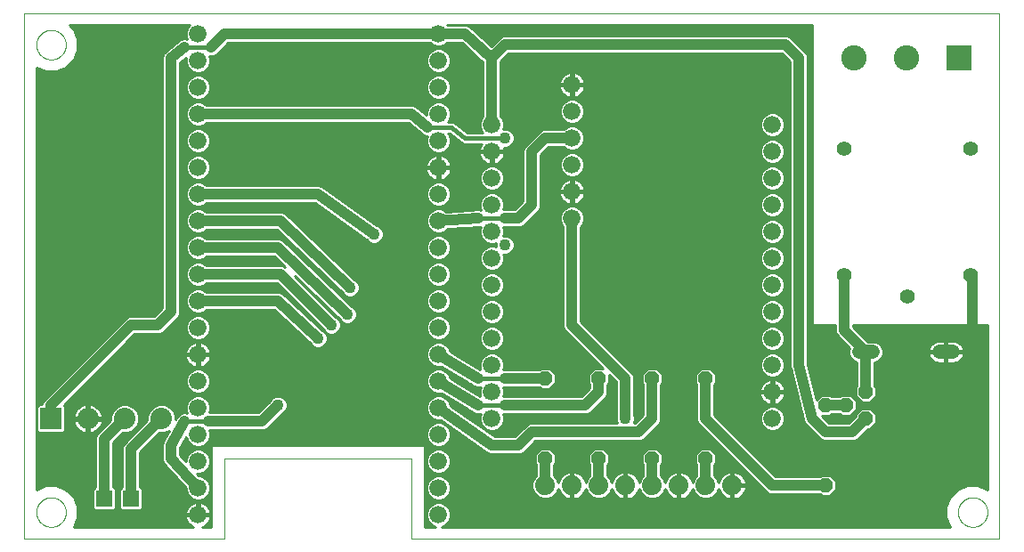
<source format=gtl>
G75*
%MOIN*%
%OFA0B0*%
%FSLAX25Y25*%
%IPPOS*%
%LPD*%
%AMOC8*
5,1,8,0,0,1.08239X$1,22.5*
%
%ADD10C,0.00000*%
%ADD11C,0.06600*%
%ADD12OC8,0.05200*%
%ADD13C,0.05543*%
%ADD14R,0.09500X0.09500*%
%ADD15C,0.09500*%
%ADD16C,0.05200*%
%ADD17C,0.07400*%
%ADD18R,0.06000X0.06000*%
%ADD19R,0.08000X0.08000*%
%ADD20C,0.08000*%
%ADD21C,0.04000*%
%ADD22C,0.04356*%
%ADD23C,0.01000*%
%ADD24C,0.01600*%
D10*
X0001500Y0001500D02*
X0076500Y0001500D01*
X0076500Y0031500D01*
X0146500Y0031500D01*
X0146500Y0001500D01*
X0366500Y0001500D01*
X0366500Y0198350D01*
X0001500Y0198350D01*
X0001500Y0001500D01*
X0005988Y0011500D02*
X0005990Y0011648D01*
X0005996Y0011796D01*
X0006006Y0011944D01*
X0006020Y0012091D01*
X0006038Y0012238D01*
X0006059Y0012384D01*
X0006085Y0012530D01*
X0006115Y0012675D01*
X0006148Y0012819D01*
X0006186Y0012962D01*
X0006227Y0013104D01*
X0006272Y0013245D01*
X0006320Y0013385D01*
X0006373Y0013524D01*
X0006429Y0013661D01*
X0006489Y0013796D01*
X0006552Y0013930D01*
X0006619Y0014062D01*
X0006690Y0014192D01*
X0006764Y0014320D01*
X0006841Y0014446D01*
X0006922Y0014570D01*
X0007006Y0014692D01*
X0007093Y0014811D01*
X0007184Y0014928D01*
X0007278Y0015043D01*
X0007374Y0015155D01*
X0007474Y0015265D01*
X0007576Y0015371D01*
X0007682Y0015475D01*
X0007790Y0015576D01*
X0007901Y0015674D01*
X0008014Y0015770D01*
X0008130Y0015862D01*
X0008248Y0015951D01*
X0008369Y0016036D01*
X0008492Y0016119D01*
X0008617Y0016198D01*
X0008744Y0016274D01*
X0008873Y0016346D01*
X0009004Y0016415D01*
X0009137Y0016480D01*
X0009272Y0016541D01*
X0009408Y0016599D01*
X0009545Y0016654D01*
X0009684Y0016704D01*
X0009825Y0016751D01*
X0009966Y0016794D01*
X0010109Y0016834D01*
X0010253Y0016869D01*
X0010397Y0016901D01*
X0010543Y0016928D01*
X0010689Y0016952D01*
X0010836Y0016972D01*
X0010983Y0016988D01*
X0011130Y0017000D01*
X0011278Y0017008D01*
X0011426Y0017012D01*
X0011574Y0017012D01*
X0011722Y0017008D01*
X0011870Y0017000D01*
X0012017Y0016988D01*
X0012164Y0016972D01*
X0012311Y0016952D01*
X0012457Y0016928D01*
X0012603Y0016901D01*
X0012747Y0016869D01*
X0012891Y0016834D01*
X0013034Y0016794D01*
X0013175Y0016751D01*
X0013316Y0016704D01*
X0013455Y0016654D01*
X0013592Y0016599D01*
X0013728Y0016541D01*
X0013863Y0016480D01*
X0013996Y0016415D01*
X0014127Y0016346D01*
X0014256Y0016274D01*
X0014383Y0016198D01*
X0014508Y0016119D01*
X0014631Y0016036D01*
X0014752Y0015951D01*
X0014870Y0015862D01*
X0014986Y0015770D01*
X0015099Y0015674D01*
X0015210Y0015576D01*
X0015318Y0015475D01*
X0015424Y0015371D01*
X0015526Y0015265D01*
X0015626Y0015155D01*
X0015722Y0015043D01*
X0015816Y0014928D01*
X0015907Y0014811D01*
X0015994Y0014692D01*
X0016078Y0014570D01*
X0016159Y0014446D01*
X0016236Y0014320D01*
X0016310Y0014192D01*
X0016381Y0014062D01*
X0016448Y0013930D01*
X0016511Y0013796D01*
X0016571Y0013661D01*
X0016627Y0013524D01*
X0016680Y0013385D01*
X0016728Y0013245D01*
X0016773Y0013104D01*
X0016814Y0012962D01*
X0016852Y0012819D01*
X0016885Y0012675D01*
X0016915Y0012530D01*
X0016941Y0012384D01*
X0016962Y0012238D01*
X0016980Y0012091D01*
X0016994Y0011944D01*
X0017004Y0011796D01*
X0017010Y0011648D01*
X0017012Y0011500D01*
X0017010Y0011352D01*
X0017004Y0011204D01*
X0016994Y0011056D01*
X0016980Y0010909D01*
X0016962Y0010762D01*
X0016941Y0010616D01*
X0016915Y0010470D01*
X0016885Y0010325D01*
X0016852Y0010181D01*
X0016814Y0010038D01*
X0016773Y0009896D01*
X0016728Y0009755D01*
X0016680Y0009615D01*
X0016627Y0009476D01*
X0016571Y0009339D01*
X0016511Y0009204D01*
X0016448Y0009070D01*
X0016381Y0008938D01*
X0016310Y0008808D01*
X0016236Y0008680D01*
X0016159Y0008554D01*
X0016078Y0008430D01*
X0015994Y0008308D01*
X0015907Y0008189D01*
X0015816Y0008072D01*
X0015722Y0007957D01*
X0015626Y0007845D01*
X0015526Y0007735D01*
X0015424Y0007629D01*
X0015318Y0007525D01*
X0015210Y0007424D01*
X0015099Y0007326D01*
X0014986Y0007230D01*
X0014870Y0007138D01*
X0014752Y0007049D01*
X0014631Y0006964D01*
X0014508Y0006881D01*
X0014383Y0006802D01*
X0014256Y0006726D01*
X0014127Y0006654D01*
X0013996Y0006585D01*
X0013863Y0006520D01*
X0013728Y0006459D01*
X0013592Y0006401D01*
X0013455Y0006346D01*
X0013316Y0006296D01*
X0013175Y0006249D01*
X0013034Y0006206D01*
X0012891Y0006166D01*
X0012747Y0006131D01*
X0012603Y0006099D01*
X0012457Y0006072D01*
X0012311Y0006048D01*
X0012164Y0006028D01*
X0012017Y0006012D01*
X0011870Y0006000D01*
X0011722Y0005992D01*
X0011574Y0005988D01*
X0011426Y0005988D01*
X0011278Y0005992D01*
X0011130Y0006000D01*
X0010983Y0006012D01*
X0010836Y0006028D01*
X0010689Y0006048D01*
X0010543Y0006072D01*
X0010397Y0006099D01*
X0010253Y0006131D01*
X0010109Y0006166D01*
X0009966Y0006206D01*
X0009825Y0006249D01*
X0009684Y0006296D01*
X0009545Y0006346D01*
X0009408Y0006401D01*
X0009272Y0006459D01*
X0009137Y0006520D01*
X0009004Y0006585D01*
X0008873Y0006654D01*
X0008744Y0006726D01*
X0008617Y0006802D01*
X0008492Y0006881D01*
X0008369Y0006964D01*
X0008248Y0007049D01*
X0008130Y0007138D01*
X0008014Y0007230D01*
X0007901Y0007326D01*
X0007790Y0007424D01*
X0007682Y0007525D01*
X0007576Y0007629D01*
X0007474Y0007735D01*
X0007374Y0007845D01*
X0007278Y0007957D01*
X0007184Y0008072D01*
X0007093Y0008189D01*
X0007006Y0008308D01*
X0006922Y0008430D01*
X0006841Y0008554D01*
X0006764Y0008680D01*
X0006690Y0008808D01*
X0006619Y0008938D01*
X0006552Y0009070D01*
X0006489Y0009204D01*
X0006429Y0009339D01*
X0006373Y0009476D01*
X0006320Y0009615D01*
X0006272Y0009755D01*
X0006227Y0009896D01*
X0006186Y0010038D01*
X0006148Y0010181D01*
X0006115Y0010325D01*
X0006085Y0010470D01*
X0006059Y0010616D01*
X0006038Y0010762D01*
X0006020Y0010909D01*
X0006006Y0011056D01*
X0005996Y0011204D01*
X0005990Y0011352D01*
X0005988Y0011500D01*
X0005988Y0186500D02*
X0005990Y0186648D01*
X0005996Y0186796D01*
X0006006Y0186944D01*
X0006020Y0187091D01*
X0006038Y0187238D01*
X0006059Y0187384D01*
X0006085Y0187530D01*
X0006115Y0187675D01*
X0006148Y0187819D01*
X0006186Y0187962D01*
X0006227Y0188104D01*
X0006272Y0188245D01*
X0006320Y0188385D01*
X0006373Y0188524D01*
X0006429Y0188661D01*
X0006489Y0188796D01*
X0006552Y0188930D01*
X0006619Y0189062D01*
X0006690Y0189192D01*
X0006764Y0189320D01*
X0006841Y0189446D01*
X0006922Y0189570D01*
X0007006Y0189692D01*
X0007093Y0189811D01*
X0007184Y0189928D01*
X0007278Y0190043D01*
X0007374Y0190155D01*
X0007474Y0190265D01*
X0007576Y0190371D01*
X0007682Y0190475D01*
X0007790Y0190576D01*
X0007901Y0190674D01*
X0008014Y0190770D01*
X0008130Y0190862D01*
X0008248Y0190951D01*
X0008369Y0191036D01*
X0008492Y0191119D01*
X0008617Y0191198D01*
X0008744Y0191274D01*
X0008873Y0191346D01*
X0009004Y0191415D01*
X0009137Y0191480D01*
X0009272Y0191541D01*
X0009408Y0191599D01*
X0009545Y0191654D01*
X0009684Y0191704D01*
X0009825Y0191751D01*
X0009966Y0191794D01*
X0010109Y0191834D01*
X0010253Y0191869D01*
X0010397Y0191901D01*
X0010543Y0191928D01*
X0010689Y0191952D01*
X0010836Y0191972D01*
X0010983Y0191988D01*
X0011130Y0192000D01*
X0011278Y0192008D01*
X0011426Y0192012D01*
X0011574Y0192012D01*
X0011722Y0192008D01*
X0011870Y0192000D01*
X0012017Y0191988D01*
X0012164Y0191972D01*
X0012311Y0191952D01*
X0012457Y0191928D01*
X0012603Y0191901D01*
X0012747Y0191869D01*
X0012891Y0191834D01*
X0013034Y0191794D01*
X0013175Y0191751D01*
X0013316Y0191704D01*
X0013455Y0191654D01*
X0013592Y0191599D01*
X0013728Y0191541D01*
X0013863Y0191480D01*
X0013996Y0191415D01*
X0014127Y0191346D01*
X0014256Y0191274D01*
X0014383Y0191198D01*
X0014508Y0191119D01*
X0014631Y0191036D01*
X0014752Y0190951D01*
X0014870Y0190862D01*
X0014986Y0190770D01*
X0015099Y0190674D01*
X0015210Y0190576D01*
X0015318Y0190475D01*
X0015424Y0190371D01*
X0015526Y0190265D01*
X0015626Y0190155D01*
X0015722Y0190043D01*
X0015816Y0189928D01*
X0015907Y0189811D01*
X0015994Y0189692D01*
X0016078Y0189570D01*
X0016159Y0189446D01*
X0016236Y0189320D01*
X0016310Y0189192D01*
X0016381Y0189062D01*
X0016448Y0188930D01*
X0016511Y0188796D01*
X0016571Y0188661D01*
X0016627Y0188524D01*
X0016680Y0188385D01*
X0016728Y0188245D01*
X0016773Y0188104D01*
X0016814Y0187962D01*
X0016852Y0187819D01*
X0016885Y0187675D01*
X0016915Y0187530D01*
X0016941Y0187384D01*
X0016962Y0187238D01*
X0016980Y0187091D01*
X0016994Y0186944D01*
X0017004Y0186796D01*
X0017010Y0186648D01*
X0017012Y0186500D01*
X0017010Y0186352D01*
X0017004Y0186204D01*
X0016994Y0186056D01*
X0016980Y0185909D01*
X0016962Y0185762D01*
X0016941Y0185616D01*
X0016915Y0185470D01*
X0016885Y0185325D01*
X0016852Y0185181D01*
X0016814Y0185038D01*
X0016773Y0184896D01*
X0016728Y0184755D01*
X0016680Y0184615D01*
X0016627Y0184476D01*
X0016571Y0184339D01*
X0016511Y0184204D01*
X0016448Y0184070D01*
X0016381Y0183938D01*
X0016310Y0183808D01*
X0016236Y0183680D01*
X0016159Y0183554D01*
X0016078Y0183430D01*
X0015994Y0183308D01*
X0015907Y0183189D01*
X0015816Y0183072D01*
X0015722Y0182957D01*
X0015626Y0182845D01*
X0015526Y0182735D01*
X0015424Y0182629D01*
X0015318Y0182525D01*
X0015210Y0182424D01*
X0015099Y0182326D01*
X0014986Y0182230D01*
X0014870Y0182138D01*
X0014752Y0182049D01*
X0014631Y0181964D01*
X0014508Y0181881D01*
X0014383Y0181802D01*
X0014256Y0181726D01*
X0014127Y0181654D01*
X0013996Y0181585D01*
X0013863Y0181520D01*
X0013728Y0181459D01*
X0013592Y0181401D01*
X0013455Y0181346D01*
X0013316Y0181296D01*
X0013175Y0181249D01*
X0013034Y0181206D01*
X0012891Y0181166D01*
X0012747Y0181131D01*
X0012603Y0181099D01*
X0012457Y0181072D01*
X0012311Y0181048D01*
X0012164Y0181028D01*
X0012017Y0181012D01*
X0011870Y0181000D01*
X0011722Y0180992D01*
X0011574Y0180988D01*
X0011426Y0180988D01*
X0011278Y0180992D01*
X0011130Y0181000D01*
X0010983Y0181012D01*
X0010836Y0181028D01*
X0010689Y0181048D01*
X0010543Y0181072D01*
X0010397Y0181099D01*
X0010253Y0181131D01*
X0010109Y0181166D01*
X0009966Y0181206D01*
X0009825Y0181249D01*
X0009684Y0181296D01*
X0009545Y0181346D01*
X0009408Y0181401D01*
X0009272Y0181459D01*
X0009137Y0181520D01*
X0009004Y0181585D01*
X0008873Y0181654D01*
X0008744Y0181726D01*
X0008617Y0181802D01*
X0008492Y0181881D01*
X0008369Y0181964D01*
X0008248Y0182049D01*
X0008130Y0182138D01*
X0008014Y0182230D01*
X0007901Y0182326D01*
X0007790Y0182424D01*
X0007682Y0182525D01*
X0007576Y0182629D01*
X0007474Y0182735D01*
X0007374Y0182845D01*
X0007278Y0182957D01*
X0007184Y0183072D01*
X0007093Y0183189D01*
X0007006Y0183308D01*
X0006922Y0183430D01*
X0006841Y0183554D01*
X0006764Y0183680D01*
X0006690Y0183808D01*
X0006619Y0183938D01*
X0006552Y0184070D01*
X0006489Y0184204D01*
X0006429Y0184339D01*
X0006373Y0184476D01*
X0006320Y0184615D01*
X0006272Y0184755D01*
X0006227Y0184896D01*
X0006186Y0185038D01*
X0006148Y0185181D01*
X0006115Y0185325D01*
X0006085Y0185470D01*
X0006059Y0185616D01*
X0006038Y0185762D01*
X0006020Y0185909D01*
X0006006Y0186056D01*
X0005996Y0186204D01*
X0005990Y0186352D01*
X0005988Y0186500D01*
X0350988Y0011500D02*
X0350990Y0011648D01*
X0350996Y0011796D01*
X0351006Y0011944D01*
X0351020Y0012091D01*
X0351038Y0012238D01*
X0351059Y0012384D01*
X0351085Y0012530D01*
X0351115Y0012675D01*
X0351148Y0012819D01*
X0351186Y0012962D01*
X0351227Y0013104D01*
X0351272Y0013245D01*
X0351320Y0013385D01*
X0351373Y0013524D01*
X0351429Y0013661D01*
X0351489Y0013796D01*
X0351552Y0013930D01*
X0351619Y0014062D01*
X0351690Y0014192D01*
X0351764Y0014320D01*
X0351841Y0014446D01*
X0351922Y0014570D01*
X0352006Y0014692D01*
X0352093Y0014811D01*
X0352184Y0014928D01*
X0352278Y0015043D01*
X0352374Y0015155D01*
X0352474Y0015265D01*
X0352576Y0015371D01*
X0352682Y0015475D01*
X0352790Y0015576D01*
X0352901Y0015674D01*
X0353014Y0015770D01*
X0353130Y0015862D01*
X0353248Y0015951D01*
X0353369Y0016036D01*
X0353492Y0016119D01*
X0353617Y0016198D01*
X0353744Y0016274D01*
X0353873Y0016346D01*
X0354004Y0016415D01*
X0354137Y0016480D01*
X0354272Y0016541D01*
X0354408Y0016599D01*
X0354545Y0016654D01*
X0354684Y0016704D01*
X0354825Y0016751D01*
X0354966Y0016794D01*
X0355109Y0016834D01*
X0355253Y0016869D01*
X0355397Y0016901D01*
X0355543Y0016928D01*
X0355689Y0016952D01*
X0355836Y0016972D01*
X0355983Y0016988D01*
X0356130Y0017000D01*
X0356278Y0017008D01*
X0356426Y0017012D01*
X0356574Y0017012D01*
X0356722Y0017008D01*
X0356870Y0017000D01*
X0357017Y0016988D01*
X0357164Y0016972D01*
X0357311Y0016952D01*
X0357457Y0016928D01*
X0357603Y0016901D01*
X0357747Y0016869D01*
X0357891Y0016834D01*
X0358034Y0016794D01*
X0358175Y0016751D01*
X0358316Y0016704D01*
X0358455Y0016654D01*
X0358592Y0016599D01*
X0358728Y0016541D01*
X0358863Y0016480D01*
X0358996Y0016415D01*
X0359127Y0016346D01*
X0359256Y0016274D01*
X0359383Y0016198D01*
X0359508Y0016119D01*
X0359631Y0016036D01*
X0359752Y0015951D01*
X0359870Y0015862D01*
X0359986Y0015770D01*
X0360099Y0015674D01*
X0360210Y0015576D01*
X0360318Y0015475D01*
X0360424Y0015371D01*
X0360526Y0015265D01*
X0360626Y0015155D01*
X0360722Y0015043D01*
X0360816Y0014928D01*
X0360907Y0014811D01*
X0360994Y0014692D01*
X0361078Y0014570D01*
X0361159Y0014446D01*
X0361236Y0014320D01*
X0361310Y0014192D01*
X0361381Y0014062D01*
X0361448Y0013930D01*
X0361511Y0013796D01*
X0361571Y0013661D01*
X0361627Y0013524D01*
X0361680Y0013385D01*
X0361728Y0013245D01*
X0361773Y0013104D01*
X0361814Y0012962D01*
X0361852Y0012819D01*
X0361885Y0012675D01*
X0361915Y0012530D01*
X0361941Y0012384D01*
X0361962Y0012238D01*
X0361980Y0012091D01*
X0361994Y0011944D01*
X0362004Y0011796D01*
X0362010Y0011648D01*
X0362012Y0011500D01*
X0362010Y0011352D01*
X0362004Y0011204D01*
X0361994Y0011056D01*
X0361980Y0010909D01*
X0361962Y0010762D01*
X0361941Y0010616D01*
X0361915Y0010470D01*
X0361885Y0010325D01*
X0361852Y0010181D01*
X0361814Y0010038D01*
X0361773Y0009896D01*
X0361728Y0009755D01*
X0361680Y0009615D01*
X0361627Y0009476D01*
X0361571Y0009339D01*
X0361511Y0009204D01*
X0361448Y0009070D01*
X0361381Y0008938D01*
X0361310Y0008808D01*
X0361236Y0008680D01*
X0361159Y0008554D01*
X0361078Y0008430D01*
X0360994Y0008308D01*
X0360907Y0008189D01*
X0360816Y0008072D01*
X0360722Y0007957D01*
X0360626Y0007845D01*
X0360526Y0007735D01*
X0360424Y0007629D01*
X0360318Y0007525D01*
X0360210Y0007424D01*
X0360099Y0007326D01*
X0359986Y0007230D01*
X0359870Y0007138D01*
X0359752Y0007049D01*
X0359631Y0006964D01*
X0359508Y0006881D01*
X0359383Y0006802D01*
X0359256Y0006726D01*
X0359127Y0006654D01*
X0358996Y0006585D01*
X0358863Y0006520D01*
X0358728Y0006459D01*
X0358592Y0006401D01*
X0358455Y0006346D01*
X0358316Y0006296D01*
X0358175Y0006249D01*
X0358034Y0006206D01*
X0357891Y0006166D01*
X0357747Y0006131D01*
X0357603Y0006099D01*
X0357457Y0006072D01*
X0357311Y0006048D01*
X0357164Y0006028D01*
X0357017Y0006012D01*
X0356870Y0006000D01*
X0356722Y0005992D01*
X0356574Y0005988D01*
X0356426Y0005988D01*
X0356278Y0005992D01*
X0356130Y0006000D01*
X0355983Y0006012D01*
X0355836Y0006028D01*
X0355689Y0006048D01*
X0355543Y0006072D01*
X0355397Y0006099D01*
X0355253Y0006131D01*
X0355109Y0006166D01*
X0354966Y0006206D01*
X0354825Y0006249D01*
X0354684Y0006296D01*
X0354545Y0006346D01*
X0354408Y0006401D01*
X0354272Y0006459D01*
X0354137Y0006520D01*
X0354004Y0006585D01*
X0353873Y0006654D01*
X0353744Y0006726D01*
X0353617Y0006802D01*
X0353492Y0006881D01*
X0353369Y0006964D01*
X0353248Y0007049D01*
X0353130Y0007138D01*
X0353014Y0007230D01*
X0352901Y0007326D01*
X0352790Y0007424D01*
X0352682Y0007525D01*
X0352576Y0007629D01*
X0352474Y0007735D01*
X0352374Y0007845D01*
X0352278Y0007957D01*
X0352184Y0008072D01*
X0352093Y0008189D01*
X0352006Y0008308D01*
X0351922Y0008430D01*
X0351841Y0008554D01*
X0351764Y0008680D01*
X0351690Y0008808D01*
X0351619Y0008938D01*
X0351552Y0009070D01*
X0351489Y0009204D01*
X0351429Y0009339D01*
X0351373Y0009476D01*
X0351320Y0009615D01*
X0351272Y0009755D01*
X0351227Y0009896D01*
X0351186Y0010038D01*
X0351148Y0010181D01*
X0351115Y0010325D01*
X0351085Y0010470D01*
X0351059Y0010616D01*
X0351038Y0010762D01*
X0351020Y0010909D01*
X0351006Y0011056D01*
X0350996Y0011204D01*
X0350990Y0011352D01*
X0350988Y0011500D01*
D11*
X0281500Y0046500D03*
X0281500Y0056500D03*
X0281500Y0066500D03*
X0281500Y0076500D03*
X0281500Y0086500D03*
X0281500Y0096500D03*
X0281500Y0106500D03*
X0281500Y0116500D03*
X0281500Y0126500D03*
X0281500Y0136500D03*
X0281500Y0146500D03*
X0281500Y0156500D03*
X0206500Y0151500D03*
X0206500Y0141500D03*
X0206500Y0131500D03*
X0206500Y0121500D03*
X0176500Y0116500D03*
X0176500Y0106500D03*
X0176500Y0096500D03*
X0176500Y0086500D03*
X0176500Y0076500D03*
X0176500Y0066500D03*
X0176500Y0056500D03*
X0176500Y0046500D03*
X0156500Y0050500D03*
X0156500Y0060500D03*
X0156500Y0070500D03*
X0156500Y0080500D03*
X0156500Y0090500D03*
X0156500Y0100500D03*
X0156500Y0110500D03*
X0156500Y0120500D03*
X0156500Y0130500D03*
X0156500Y0140500D03*
X0156500Y0150500D03*
X0156500Y0160500D03*
X0156500Y0170500D03*
X0156500Y0180500D03*
X0156500Y0190500D03*
X0206500Y0171500D03*
X0206500Y0161500D03*
X0176500Y0156500D03*
X0176500Y0146500D03*
X0176500Y0136500D03*
X0176500Y0126500D03*
X0066500Y0130500D03*
X0066500Y0120500D03*
X0066500Y0110500D03*
X0066500Y0100500D03*
X0066500Y0090500D03*
X0066500Y0080500D03*
X0066500Y0070500D03*
X0066500Y0060500D03*
X0066500Y0050500D03*
X0066500Y0040500D03*
X0066500Y0030500D03*
X0066500Y0020500D03*
X0066500Y0010500D03*
X0156500Y0010500D03*
X0156500Y0020500D03*
X0156500Y0030500D03*
X0156500Y0040500D03*
X0066500Y0140500D03*
X0066500Y0150500D03*
X0066500Y0160500D03*
X0066500Y0170500D03*
X0066500Y0180500D03*
X0066500Y0190500D03*
D12*
X0196500Y0061500D03*
X0216500Y0061500D03*
X0236500Y0061500D03*
X0256500Y0061500D03*
X0301500Y0051500D03*
X0309000Y0051500D03*
X0316500Y0046500D03*
X0316500Y0056500D03*
X0256500Y0031500D03*
X0236500Y0031500D03*
X0216500Y0031500D03*
X0196500Y0031500D03*
X0301500Y0021500D03*
D13*
X0331972Y0092406D03*
X0308350Y0100280D03*
X0355594Y0100280D03*
X0355594Y0147524D03*
X0308350Y0147524D03*
D14*
X0351500Y0181500D03*
D15*
X0331815Y0181500D03*
X0312130Y0181500D03*
D16*
X0313900Y0071500D02*
X0319100Y0071500D01*
X0343900Y0071500D02*
X0349100Y0071500D01*
D17*
X0266500Y0021500D03*
X0256500Y0021500D03*
X0246500Y0021500D03*
X0236500Y0021500D03*
X0226500Y0021500D03*
X0216500Y0021500D03*
X0206500Y0021500D03*
X0196500Y0021500D03*
D18*
X0041500Y0016500D03*
X0031500Y0016500D03*
D19*
X0011500Y0046500D03*
D20*
X0025280Y0046500D03*
X0039059Y0046500D03*
X0052839Y0046500D03*
D21*
X0041500Y0035161D01*
X0041500Y0016500D01*
X0031500Y0016500D02*
X0031500Y0038941D01*
X0039059Y0046500D01*
X0056500Y0036500D02*
X0061500Y0045500D01*
X0070500Y0045500D02*
X0090500Y0045500D01*
X0096500Y0051500D01*
X0056500Y0036500D02*
X0056500Y0031500D01*
X0066500Y0020500D01*
X0011500Y0046500D02*
X0011500Y0051500D01*
X0041500Y0081500D01*
X0051500Y0081500D01*
X0056500Y0086500D01*
X0056500Y0181500D01*
X0061500Y0185500D01*
X0071500Y0185500D02*
X0076500Y0190500D01*
X0156500Y0190500D01*
X0166500Y0190500D01*
X0176500Y0181500D01*
X0181500Y0186500D01*
X0286500Y0186500D01*
X0291500Y0181500D01*
X0291500Y0066500D01*
X0296500Y0046500D01*
X0301500Y0041500D01*
X0311500Y0041500D01*
X0316500Y0046500D01*
X0309000Y0051500D02*
X0301500Y0051500D01*
X0316500Y0056500D02*
X0316500Y0071500D01*
X0308350Y0079650D01*
X0308350Y0100280D01*
X0355594Y0100280D02*
X0356500Y0099374D01*
X0356500Y0076500D01*
X0281500Y0021500D02*
X0256500Y0046500D01*
X0256500Y0061500D01*
X0236500Y0061500D02*
X0236500Y0046500D01*
X0231500Y0041500D01*
X0191500Y0041500D01*
X0186500Y0036500D01*
X0176500Y0036500D01*
X0156500Y0050500D01*
X0156500Y0060500D02*
X0171500Y0051500D01*
X0181500Y0051500D02*
X0211500Y0051500D01*
X0216500Y0056500D01*
X0216500Y0061500D01*
X0226500Y0061500D02*
X0226500Y0046500D01*
X0226500Y0061500D02*
X0206500Y0081500D01*
X0206500Y0121500D01*
X0191500Y0126500D02*
X0191500Y0146500D01*
X0196500Y0151500D01*
X0206500Y0151500D01*
X0176500Y0156500D02*
X0176500Y0181500D01*
X0152500Y0155500D02*
X0146500Y0160500D01*
X0066500Y0160500D01*
X0066500Y0130500D02*
X0111500Y0130500D01*
X0132500Y0115500D01*
X0156500Y0120500D02*
X0171500Y0121500D01*
X0181500Y0121500D02*
X0186500Y0121500D01*
X0191500Y0126500D01*
X0123500Y0095500D02*
X0097500Y0120500D01*
X0066500Y0120500D01*
X0066500Y0110500D02*
X0096500Y0110500D01*
X0122500Y0085500D01*
X0116500Y0081500D02*
X0097500Y0100500D01*
X0066500Y0100500D01*
X0066500Y0090500D02*
X0096500Y0090500D01*
X0111500Y0076500D01*
X0156500Y0070500D02*
X0171500Y0061500D01*
X0181500Y0061500D02*
X0196500Y0061500D01*
X0196500Y0031500D02*
X0196500Y0021500D01*
X0216500Y0021500D02*
X0216500Y0031500D01*
X0236500Y0031500D02*
X0236500Y0021500D01*
X0256500Y0021500D02*
X0256500Y0031500D01*
X0281500Y0021500D02*
X0301500Y0021500D01*
D22*
X0226500Y0046500D03*
X0122500Y0085500D03*
X0116500Y0081500D03*
X0111500Y0076500D03*
X0123500Y0095500D03*
X0132500Y0115500D03*
X0181500Y0111500D03*
X0181500Y0151500D03*
X0096500Y0051500D03*
D23*
X0099978Y0051426D02*
X0151904Y0051426D01*
X0151900Y0051415D02*
X0151900Y0049585D01*
X0152600Y0047894D01*
X0153894Y0046600D01*
X0155585Y0045900D01*
X0157317Y0045900D01*
X0174371Y0033962D01*
X0174631Y0033702D01*
X0174903Y0033589D01*
X0175145Y0033420D01*
X0175504Y0033341D01*
X0175844Y0033200D01*
X0176139Y0033200D01*
X0176427Y0033136D01*
X0176789Y0033200D01*
X0187156Y0033200D01*
X0188369Y0033702D01*
X0192867Y0038200D01*
X0232156Y0038200D01*
X0233369Y0038702D01*
X0238369Y0043702D01*
X0239298Y0044631D01*
X0239800Y0045844D01*
X0239800Y0059285D01*
X0240400Y0059885D01*
X0240400Y0063115D01*
X0238115Y0065400D01*
X0234885Y0065400D01*
X0232600Y0063115D01*
X0232600Y0059885D01*
X0233200Y0059285D01*
X0233200Y0047867D01*
X0230133Y0044800D01*
X0229560Y0044800D01*
X0229978Y0045808D01*
X0229978Y0047192D01*
X0229800Y0047621D01*
X0229800Y0062156D01*
X0229298Y0063369D01*
X0228369Y0064298D01*
X0209800Y0082867D01*
X0209800Y0118295D01*
X0210400Y0118894D01*
X0211100Y0120585D01*
X0211100Y0122415D01*
X0210400Y0124106D01*
X0209106Y0125400D01*
X0207415Y0126100D01*
X0205585Y0126100D01*
X0203894Y0125400D01*
X0202600Y0124106D01*
X0201900Y0122415D01*
X0201900Y0120585D01*
X0202600Y0118894D01*
X0203200Y0118295D01*
X0203200Y0080844D01*
X0203702Y0079631D01*
X0217933Y0065400D01*
X0214885Y0065400D01*
X0212600Y0063115D01*
X0212600Y0059885D01*
X0213200Y0059285D01*
X0213200Y0057867D01*
X0210133Y0054800D01*
X0180844Y0054800D01*
X0180761Y0054766D01*
X0181100Y0055585D01*
X0181100Y0057415D01*
X0180761Y0058234D01*
X0180844Y0058200D01*
X0194285Y0058200D01*
X0194885Y0057600D01*
X0198115Y0057600D01*
X0200400Y0059885D01*
X0200400Y0063115D01*
X0198115Y0065400D01*
X0194885Y0065400D01*
X0194285Y0064800D01*
X0180844Y0064800D01*
X0180761Y0064766D01*
X0181100Y0065585D01*
X0181100Y0067415D01*
X0180400Y0069106D01*
X0179106Y0070400D01*
X0177415Y0071100D01*
X0175585Y0071100D01*
X0173894Y0070400D01*
X0172600Y0069106D01*
X0171900Y0067415D01*
X0171900Y0065585D01*
X0172163Y0064951D01*
X0161004Y0071646D01*
X0160400Y0073106D01*
X0159106Y0074400D01*
X0157415Y0075100D01*
X0155585Y0075100D01*
X0153894Y0074400D01*
X0152600Y0073106D01*
X0151900Y0071415D01*
X0151900Y0069585D01*
X0152600Y0067894D01*
X0153894Y0066600D01*
X0155585Y0065900D01*
X0157415Y0065900D01*
X0157615Y0065983D01*
X0170365Y0058333D01*
X0171664Y0058139D01*
X0172262Y0058289D01*
X0171900Y0057415D01*
X0171900Y0055585D01*
X0172163Y0054951D01*
X0161004Y0061646D01*
X0160400Y0063106D01*
X0159106Y0064400D01*
X0157415Y0065100D01*
X0155585Y0065100D01*
X0153894Y0064400D01*
X0152600Y0063106D01*
X0151900Y0061415D01*
X0151900Y0059585D01*
X0152600Y0057894D01*
X0153894Y0056600D01*
X0155585Y0055900D01*
X0157415Y0055900D01*
X0157615Y0055983D01*
X0170365Y0048333D01*
X0171664Y0048139D01*
X0172262Y0048289D01*
X0171900Y0047415D01*
X0171900Y0045585D01*
X0172600Y0043894D01*
X0173894Y0042600D01*
X0175585Y0041900D01*
X0177415Y0041900D01*
X0179106Y0042600D01*
X0180400Y0043894D01*
X0181100Y0045585D01*
X0181100Y0047415D01*
X0180761Y0048234D01*
X0180844Y0048200D01*
X0212156Y0048200D01*
X0213369Y0048702D01*
X0218369Y0053702D01*
X0219298Y0054631D01*
X0219800Y0055844D01*
X0219800Y0059285D01*
X0220400Y0059885D01*
X0220400Y0062933D01*
X0223200Y0060133D01*
X0223200Y0047621D01*
X0223022Y0047192D01*
X0223022Y0045808D01*
X0223440Y0044800D01*
X0190844Y0044800D01*
X0189631Y0044298D01*
X0188702Y0043369D01*
X0185133Y0039800D01*
X0177540Y0039800D01*
X0161100Y0051308D01*
X0161100Y0051415D01*
X0160400Y0053106D01*
X0159106Y0054400D01*
X0157415Y0055100D01*
X0155585Y0055100D01*
X0153894Y0054400D01*
X0152600Y0053106D01*
X0151900Y0051415D01*
X0151900Y0050427D02*
X0099820Y0050427D01*
X0099978Y0050808D02*
X0099448Y0049530D01*
X0098470Y0048552D01*
X0098040Y0048374D01*
X0092369Y0042702D01*
X0091156Y0042200D01*
X0070775Y0042200D01*
X0071100Y0041415D01*
X0071100Y0039585D01*
X0070400Y0037894D01*
X0069106Y0036600D01*
X0067415Y0035900D01*
X0065585Y0035900D01*
X0063894Y0036600D01*
X0062600Y0037894D01*
X0061938Y0039493D01*
X0059800Y0035645D01*
X0059800Y0032776D01*
X0061900Y0030466D01*
X0061900Y0031415D01*
X0062600Y0033106D01*
X0063894Y0034400D01*
X0065585Y0035100D01*
X0067415Y0035100D01*
X0069106Y0034400D01*
X0070400Y0033106D01*
X0071100Y0031415D01*
X0071100Y0029585D01*
X0070400Y0027894D01*
X0069106Y0026600D01*
X0067415Y0025900D01*
X0066051Y0025900D01*
X0066778Y0025100D01*
X0067415Y0025100D01*
X0069106Y0024400D01*
X0070400Y0023106D01*
X0071100Y0021415D01*
X0071100Y0019585D01*
X0070400Y0017894D01*
X0069106Y0016600D01*
X0067415Y0015900D01*
X0065585Y0015900D01*
X0063894Y0016600D01*
X0062600Y0017894D01*
X0061900Y0019585D01*
X0061900Y0020654D01*
X0054111Y0029222D01*
X0053702Y0029631D01*
X0053671Y0029706D01*
X0053617Y0029766D01*
X0053421Y0030310D01*
X0053200Y0030844D01*
X0053200Y0030925D01*
X0053173Y0031001D01*
X0053200Y0031579D01*
X0053200Y0036038D01*
X0053147Y0036225D01*
X0053200Y0036689D01*
X0053200Y0037156D01*
X0053274Y0037336D01*
X0053296Y0037529D01*
X0053524Y0037938D01*
X0053702Y0038369D01*
X0053840Y0038507D01*
X0055767Y0041977D01*
X0053893Y0041200D01*
X0052205Y0041200D01*
X0044800Y0033795D01*
X0044800Y0020800D01*
X0045038Y0020800D01*
X0045800Y0020038D01*
X0045800Y0012962D01*
X0045038Y0012200D01*
X0037962Y0012200D01*
X0037200Y0012962D01*
X0037200Y0020038D01*
X0037962Y0020800D01*
X0038200Y0020800D01*
X0038200Y0035818D01*
X0038702Y0037031D01*
X0047539Y0045867D01*
X0047539Y0047554D01*
X0048345Y0049502D01*
X0049836Y0050993D01*
X0051784Y0051800D01*
X0053893Y0051800D01*
X0055841Y0050993D01*
X0057332Y0049502D01*
X0058139Y0047554D01*
X0058139Y0046245D01*
X0058934Y0047676D01*
X0059962Y0048493D01*
X0061225Y0048853D01*
X0062252Y0048735D01*
X0061900Y0049585D01*
X0061900Y0051415D01*
X0062600Y0053106D01*
X0063894Y0054400D01*
X0065585Y0055100D01*
X0067415Y0055100D01*
X0069106Y0054400D01*
X0070400Y0053106D01*
X0071100Y0051415D01*
X0071100Y0049585D01*
X0070775Y0048800D01*
X0089133Y0048800D01*
X0093374Y0053040D01*
X0093552Y0053470D01*
X0094530Y0054448D01*
X0095808Y0054978D01*
X0097192Y0054978D01*
X0098470Y0054448D01*
X0099448Y0053470D01*
X0099978Y0052192D01*
X0099978Y0050808D01*
X0099347Y0049429D02*
X0151965Y0049429D01*
X0152378Y0048430D02*
X0098177Y0048430D01*
X0097098Y0047432D02*
X0153063Y0047432D01*
X0154298Y0046433D02*
X0096100Y0046433D01*
X0095101Y0045434D02*
X0157982Y0045434D01*
X0157415Y0045100D02*
X0155585Y0045100D01*
X0153894Y0044400D01*
X0152600Y0043106D01*
X0151900Y0041415D01*
X0151900Y0039585D01*
X0152600Y0037894D01*
X0153894Y0036600D01*
X0155585Y0035900D01*
X0157415Y0035900D01*
X0159106Y0036600D01*
X0160400Y0037894D01*
X0161100Y0039585D01*
X0161100Y0041415D01*
X0160400Y0043106D01*
X0159106Y0044400D01*
X0157415Y0045100D01*
X0159018Y0044436D02*
X0159408Y0044436D01*
X0160068Y0043437D02*
X0160835Y0043437D01*
X0160676Y0042439D02*
X0162261Y0042439D01*
X0161089Y0041440D02*
X0163688Y0041440D01*
X0165114Y0040442D02*
X0161100Y0040442D01*
X0161041Y0039443D02*
X0166541Y0039443D01*
X0167967Y0038445D02*
X0160628Y0038445D01*
X0159952Y0037446D02*
X0169393Y0037446D01*
X0170820Y0036448D02*
X0158738Y0036448D01*
X0157415Y0035100D02*
X0155585Y0035100D01*
X0153894Y0034400D01*
X0152600Y0033106D01*
X0151900Y0031415D01*
X0151900Y0029585D01*
X0152600Y0027894D01*
X0153894Y0026600D01*
X0155585Y0025900D01*
X0157415Y0025900D01*
X0159106Y0026600D01*
X0160400Y0027894D01*
X0161100Y0029585D01*
X0161100Y0031415D01*
X0160400Y0033106D01*
X0159106Y0034400D01*
X0157415Y0035100D01*
X0158982Y0034451D02*
X0173673Y0034451D01*
X0175099Y0033452D02*
X0160053Y0033452D01*
X0160670Y0032454D02*
X0192600Y0032454D01*
X0192600Y0033115D02*
X0192600Y0029885D01*
X0193200Y0029285D01*
X0193200Y0025271D01*
X0192261Y0024332D01*
X0191500Y0022495D01*
X0191500Y0020505D01*
X0192261Y0018668D01*
X0193668Y0017261D01*
X0195505Y0016500D01*
X0197495Y0016500D01*
X0199332Y0017261D01*
X0200739Y0018668D01*
X0201422Y0020318D01*
X0201428Y0020282D01*
X0201681Y0019504D01*
X0202053Y0018775D01*
X0202534Y0018112D01*
X0203112Y0017534D01*
X0203775Y0017053D01*
X0204504Y0016681D01*
X0205282Y0016428D01*
X0206091Y0016300D01*
X0206200Y0016300D01*
X0206200Y0021200D01*
X0206800Y0021200D01*
X0206800Y0016300D01*
X0206909Y0016300D01*
X0207718Y0016428D01*
X0208496Y0016681D01*
X0209225Y0017053D01*
X0209888Y0017534D01*
X0210466Y0018112D01*
X0210947Y0018775D01*
X0211319Y0019504D01*
X0211572Y0020282D01*
X0211578Y0020318D01*
X0212261Y0018668D01*
X0213668Y0017261D01*
X0215505Y0016500D01*
X0217495Y0016500D01*
X0219332Y0017261D01*
X0220739Y0018668D01*
X0221422Y0020318D01*
X0221428Y0020282D01*
X0221681Y0019504D01*
X0222053Y0018775D01*
X0222534Y0018112D01*
X0223112Y0017534D01*
X0223775Y0017053D01*
X0224504Y0016681D01*
X0225282Y0016428D01*
X0226091Y0016300D01*
X0226200Y0016300D01*
X0226200Y0021200D01*
X0226800Y0021200D01*
X0226800Y0016300D01*
X0226909Y0016300D01*
X0227718Y0016428D01*
X0228496Y0016681D01*
X0229225Y0017053D01*
X0229888Y0017534D01*
X0230466Y0018112D01*
X0230947Y0018775D01*
X0231319Y0019504D01*
X0231572Y0020282D01*
X0231578Y0020318D01*
X0232261Y0018668D01*
X0233668Y0017261D01*
X0235505Y0016500D01*
X0237495Y0016500D01*
X0239332Y0017261D01*
X0240739Y0018668D01*
X0241422Y0020318D01*
X0241428Y0020282D01*
X0241681Y0019504D01*
X0242053Y0018775D01*
X0242534Y0018112D01*
X0243112Y0017534D01*
X0243775Y0017053D01*
X0244504Y0016681D01*
X0245282Y0016428D01*
X0246091Y0016300D01*
X0246200Y0016300D01*
X0246200Y0021200D01*
X0246800Y0021200D01*
X0246800Y0016300D01*
X0246909Y0016300D01*
X0247718Y0016428D01*
X0248496Y0016681D01*
X0249225Y0017053D01*
X0249888Y0017534D01*
X0250466Y0018112D01*
X0250947Y0018775D01*
X0251319Y0019504D01*
X0251572Y0020282D01*
X0251578Y0020318D01*
X0252261Y0018668D01*
X0253668Y0017261D01*
X0255505Y0016500D01*
X0257495Y0016500D01*
X0259332Y0017261D01*
X0260739Y0018668D01*
X0261422Y0020318D01*
X0261428Y0020282D01*
X0261681Y0019504D01*
X0262053Y0018775D01*
X0262534Y0018112D01*
X0263112Y0017534D01*
X0263775Y0017053D01*
X0264504Y0016681D01*
X0265282Y0016428D01*
X0266091Y0016300D01*
X0266200Y0016300D01*
X0266200Y0021200D01*
X0266800Y0021200D01*
X0266800Y0021800D01*
X0266200Y0021800D01*
X0266200Y0026700D01*
X0266091Y0026700D01*
X0265282Y0026572D01*
X0264504Y0026319D01*
X0263775Y0025947D01*
X0263112Y0025466D01*
X0262534Y0024888D01*
X0262053Y0024225D01*
X0261681Y0023496D01*
X0261428Y0022718D01*
X0261422Y0022682D01*
X0260739Y0024332D01*
X0259800Y0025271D01*
X0259800Y0029285D01*
X0260400Y0029885D01*
X0260400Y0033115D01*
X0258115Y0035400D01*
X0254885Y0035400D01*
X0252600Y0033115D01*
X0252600Y0029885D01*
X0253200Y0029285D01*
X0253200Y0025271D01*
X0252261Y0024332D01*
X0251578Y0022682D01*
X0251572Y0022718D01*
X0251319Y0023496D01*
X0250947Y0024225D01*
X0250466Y0024888D01*
X0249888Y0025466D01*
X0249225Y0025947D01*
X0248496Y0026319D01*
X0247718Y0026572D01*
X0246909Y0026700D01*
X0246800Y0026700D01*
X0246800Y0021800D01*
X0246200Y0021800D01*
X0246200Y0026700D01*
X0246091Y0026700D01*
X0245282Y0026572D01*
X0244504Y0026319D01*
X0243775Y0025947D01*
X0243112Y0025466D01*
X0242534Y0024888D01*
X0242053Y0024225D01*
X0241681Y0023496D01*
X0241428Y0022718D01*
X0241422Y0022682D01*
X0240739Y0024332D01*
X0239800Y0025271D01*
X0239800Y0029285D01*
X0240400Y0029885D01*
X0240400Y0033115D01*
X0238115Y0035400D01*
X0234885Y0035400D01*
X0232600Y0033115D01*
X0232600Y0029885D01*
X0233200Y0029285D01*
X0233200Y0025271D01*
X0232261Y0024332D01*
X0231578Y0022682D01*
X0231572Y0022718D01*
X0231319Y0023496D01*
X0230947Y0024225D01*
X0230466Y0024888D01*
X0229888Y0025466D01*
X0229225Y0025947D01*
X0228496Y0026319D01*
X0227718Y0026572D01*
X0226909Y0026700D01*
X0226800Y0026700D01*
X0226800Y0021800D01*
X0226200Y0021800D01*
X0226200Y0026700D01*
X0226091Y0026700D01*
X0225282Y0026572D01*
X0224504Y0026319D01*
X0223775Y0025947D01*
X0223112Y0025466D01*
X0222534Y0024888D01*
X0222053Y0024225D01*
X0221681Y0023496D01*
X0221428Y0022718D01*
X0221422Y0022682D01*
X0220739Y0024332D01*
X0219800Y0025271D01*
X0219800Y0029285D01*
X0220400Y0029885D01*
X0220400Y0033115D01*
X0218115Y0035400D01*
X0214885Y0035400D01*
X0212600Y0033115D01*
X0212600Y0029885D01*
X0213200Y0029285D01*
X0213200Y0025271D01*
X0212261Y0024332D01*
X0211578Y0022682D01*
X0211572Y0022718D01*
X0211319Y0023496D01*
X0210947Y0024225D01*
X0210466Y0024888D01*
X0209888Y0025466D01*
X0209225Y0025947D01*
X0208496Y0026319D01*
X0207718Y0026572D01*
X0206909Y0026700D01*
X0206800Y0026700D01*
X0206800Y0021800D01*
X0206200Y0021800D01*
X0206200Y0026700D01*
X0206091Y0026700D01*
X0205282Y0026572D01*
X0204504Y0026319D01*
X0203775Y0025947D01*
X0203112Y0025466D01*
X0202534Y0024888D01*
X0202053Y0024225D01*
X0201681Y0023496D01*
X0201428Y0022718D01*
X0201422Y0022682D01*
X0200739Y0024332D01*
X0199800Y0025271D01*
X0199800Y0029285D01*
X0200400Y0029885D01*
X0200400Y0033115D01*
X0198115Y0035400D01*
X0194885Y0035400D01*
X0192600Y0033115D01*
X0192937Y0033452D02*
X0187766Y0033452D01*
X0189118Y0034451D02*
X0193935Y0034451D01*
X0191115Y0036448D02*
X0261885Y0036448D01*
X0260887Y0037446D02*
X0192113Y0037446D01*
X0190116Y0035449D02*
X0262884Y0035449D01*
X0263882Y0034451D02*
X0259065Y0034451D01*
X0260063Y0033452D02*
X0264881Y0033452D01*
X0265879Y0032454D02*
X0260400Y0032454D01*
X0260400Y0031455D02*
X0266878Y0031455D01*
X0267876Y0030457D02*
X0260400Y0030457D01*
X0259974Y0029458D02*
X0268875Y0029458D01*
X0269873Y0028460D02*
X0259800Y0028460D01*
X0259800Y0027461D02*
X0270872Y0027461D01*
X0271870Y0026463D02*
X0268054Y0026463D01*
X0267718Y0026572D02*
X0266909Y0026700D01*
X0266800Y0026700D01*
X0266800Y0021800D01*
X0271700Y0021800D01*
X0271700Y0021909D01*
X0271572Y0022718D01*
X0271319Y0023496D01*
X0270947Y0024225D01*
X0270466Y0024888D01*
X0269888Y0025466D01*
X0269225Y0025947D01*
X0268496Y0026319D01*
X0267718Y0026572D01*
X0266800Y0026463D02*
X0266200Y0026463D01*
X0266200Y0025464D02*
X0266800Y0025464D01*
X0266800Y0024466D02*
X0266200Y0024466D01*
X0266200Y0023467D02*
X0266800Y0023467D01*
X0266800Y0022469D02*
X0266200Y0022469D01*
X0266800Y0021470D02*
X0276863Y0021470D01*
X0277861Y0020472D02*
X0271602Y0020472D01*
X0271572Y0020282D02*
X0271700Y0021091D01*
X0271700Y0021200D01*
X0266800Y0021200D01*
X0266800Y0016300D01*
X0266909Y0016300D01*
X0267718Y0016428D01*
X0268496Y0016681D01*
X0269225Y0017053D01*
X0269888Y0017534D01*
X0270466Y0018112D01*
X0270947Y0018775D01*
X0271319Y0019504D01*
X0271572Y0020282D01*
X0271303Y0019473D02*
X0278860Y0019473D01*
X0279631Y0018702D02*
X0280844Y0018200D01*
X0299285Y0018200D01*
X0299885Y0017600D01*
X0303115Y0017600D01*
X0305400Y0019885D01*
X0305400Y0023115D01*
X0303115Y0025400D01*
X0299885Y0025400D01*
X0299285Y0024800D01*
X0282867Y0024800D01*
X0259800Y0047867D01*
X0259800Y0059285D01*
X0260400Y0059885D01*
X0260400Y0063115D01*
X0258115Y0065400D01*
X0254885Y0065400D01*
X0252600Y0063115D01*
X0252600Y0059885D01*
X0253200Y0059285D01*
X0253200Y0045844D01*
X0253702Y0044631D01*
X0254631Y0043702D01*
X0279631Y0018702D01*
X0280180Y0018475D02*
X0270730Y0018475D01*
X0269808Y0017476D02*
X0348317Y0017476D01*
X0348012Y0017171D02*
X0346488Y0013491D01*
X0346488Y0009509D01*
X0347941Y0006000D01*
X0157656Y0006000D01*
X0159106Y0006600D01*
X0160400Y0007894D01*
X0161100Y0009585D01*
X0161100Y0011415D01*
X0160400Y0013106D01*
X0159106Y0014400D01*
X0157415Y0015100D01*
X0155585Y0015100D01*
X0153894Y0014400D01*
X0152600Y0013106D01*
X0151900Y0011415D01*
X0151900Y0009585D01*
X0152600Y0007894D01*
X0153894Y0006600D01*
X0155344Y0006000D01*
X0151500Y0006000D01*
X0151500Y0036500D01*
X0071500Y0036500D01*
X0071500Y0006000D01*
X0068183Y0006000D01*
X0068343Y0006052D01*
X0069016Y0006395D01*
X0069627Y0006839D01*
X0070161Y0007373D01*
X0070605Y0007984D01*
X0070948Y0008657D01*
X0071182Y0009376D01*
X0071299Y0010114D01*
X0066886Y0010114D01*
X0066886Y0010886D01*
X0066114Y0010886D01*
X0066114Y0015299D01*
X0065376Y0015182D01*
X0064657Y0014948D01*
X0063984Y0014605D01*
X0063373Y0014161D01*
X0062839Y0013627D01*
X0062395Y0013016D01*
X0062052Y0012343D01*
X0061818Y0011624D01*
X0061701Y0010886D01*
X0066114Y0010886D01*
X0066114Y0010114D01*
X0061701Y0010114D01*
X0061818Y0009376D01*
X0062052Y0008657D01*
X0062395Y0007984D01*
X0062839Y0007373D01*
X0063373Y0006839D01*
X0063984Y0006395D01*
X0064657Y0006052D01*
X0064816Y0006000D01*
X0020059Y0006000D01*
X0021512Y0009509D01*
X0021512Y0013491D01*
X0019988Y0017171D01*
X0017171Y0019988D01*
X0013491Y0021512D01*
X0009509Y0021512D01*
X0006000Y0020059D01*
X0006000Y0177941D01*
X0009509Y0176488D01*
X0013491Y0176488D01*
X0017171Y0178012D01*
X0019988Y0180829D01*
X0021512Y0184509D01*
X0021512Y0188491D01*
X0019988Y0192171D01*
X0018308Y0193850D01*
X0063345Y0193850D01*
X0062600Y0193106D01*
X0061900Y0191415D01*
X0061900Y0189585D01*
X0062251Y0188737D01*
X0061212Y0188852D01*
X0059951Y0188487D01*
X0054804Y0184370D01*
X0054631Y0184298D01*
X0054296Y0183963D01*
X0053926Y0183667D01*
X0053835Y0183502D01*
X0053702Y0183369D01*
X0053521Y0182932D01*
X0053293Y0182517D01*
X0053272Y0182330D01*
X0053200Y0182156D01*
X0053200Y0181683D01*
X0053148Y0181212D01*
X0053200Y0181032D01*
X0053200Y0087867D01*
X0050133Y0084800D01*
X0040844Y0084800D01*
X0039631Y0084298D01*
X0038702Y0083369D01*
X0008702Y0053369D01*
X0008200Y0052156D01*
X0008200Y0051800D01*
X0006962Y0051800D01*
X0006200Y0051038D01*
X0006200Y0041962D01*
X0006962Y0041200D01*
X0016038Y0041200D01*
X0016800Y0041962D01*
X0016800Y0051038D01*
X0016253Y0051586D01*
X0042867Y0078200D01*
X0052156Y0078200D01*
X0053369Y0078702D01*
X0058369Y0083702D01*
X0059298Y0084631D01*
X0059800Y0085844D01*
X0059800Y0179914D01*
X0062011Y0181683D01*
X0061900Y0181415D01*
X0061900Y0179585D01*
X0062600Y0177894D01*
X0063894Y0176600D01*
X0065585Y0175900D01*
X0067415Y0175900D01*
X0069106Y0176600D01*
X0070400Y0177894D01*
X0071100Y0179585D01*
X0071100Y0181415D01*
X0070761Y0182234D01*
X0070844Y0182200D01*
X0072156Y0182200D01*
X0073369Y0182702D01*
X0077867Y0187200D01*
X0153295Y0187200D01*
X0153894Y0186600D01*
X0155585Y0185900D01*
X0157415Y0185900D01*
X0159106Y0186600D01*
X0159705Y0187200D01*
X0165234Y0187200D01*
X0173200Y0180030D01*
X0173200Y0159705D01*
X0172600Y0159106D01*
X0171900Y0157415D01*
X0171900Y0155585D01*
X0172600Y0153894D01*
X0172895Y0153600D01*
X0167237Y0153600D01*
X0162903Y0157067D01*
X0162370Y0157600D01*
X0162237Y0157600D01*
X0162133Y0157683D01*
X0161384Y0157600D01*
X0160105Y0157600D01*
X0160400Y0157894D01*
X0161100Y0159585D01*
X0161100Y0161415D01*
X0160400Y0163106D01*
X0159106Y0164400D01*
X0157415Y0165100D01*
X0155585Y0165100D01*
X0153894Y0164400D01*
X0152600Y0163106D01*
X0151900Y0161415D01*
X0151900Y0160296D01*
X0148728Y0162939D01*
X0148369Y0163298D01*
X0148227Y0163357D01*
X0148108Y0163455D01*
X0147625Y0163606D01*
X0147156Y0163800D01*
X0147002Y0163800D01*
X0146855Y0163846D01*
X0146350Y0163800D01*
X0069705Y0163800D01*
X0069106Y0164400D01*
X0067415Y0165100D01*
X0065585Y0165100D01*
X0063894Y0164400D01*
X0062600Y0163106D01*
X0061900Y0161415D01*
X0061900Y0159585D01*
X0062600Y0157894D01*
X0063894Y0156600D01*
X0065585Y0155900D01*
X0067415Y0155900D01*
X0069106Y0156600D01*
X0069705Y0157200D01*
X0145305Y0157200D01*
X0150892Y0152545D01*
X0152145Y0152154D01*
X0152209Y0152160D01*
X0151900Y0151415D01*
X0151900Y0149585D01*
X0152600Y0147894D01*
X0153894Y0146600D01*
X0155585Y0145900D01*
X0157415Y0145900D01*
X0159106Y0146600D01*
X0160400Y0147894D01*
X0161100Y0149585D01*
X0161100Y0151415D01*
X0160400Y0153106D01*
X0160105Y0153400D01*
X0160763Y0153400D01*
X0165097Y0149933D01*
X0165630Y0149400D01*
X0165763Y0149400D01*
X0165867Y0149317D01*
X0166616Y0149400D01*
X0172674Y0149400D01*
X0172395Y0149016D01*
X0172052Y0148343D01*
X0171818Y0147624D01*
X0171701Y0146886D01*
X0176114Y0146886D01*
X0176114Y0146114D01*
X0176886Y0146114D01*
X0176886Y0146886D01*
X0181299Y0146886D01*
X0181182Y0147624D01*
X0181052Y0148022D01*
X0182192Y0148022D01*
X0183470Y0148552D01*
X0184448Y0149530D01*
X0184978Y0150808D01*
X0184978Y0152192D01*
X0184448Y0153470D01*
X0183470Y0154448D01*
X0182192Y0154978D01*
X0180849Y0154978D01*
X0181100Y0155585D01*
X0181100Y0157415D01*
X0180400Y0159106D01*
X0179800Y0159705D01*
X0179800Y0180133D01*
X0182867Y0183200D01*
X0285133Y0183200D01*
X0288200Y0180133D01*
X0288200Y0066744D01*
X0288139Y0066336D01*
X0288200Y0066094D01*
X0288200Y0065844D01*
X0288358Y0065463D01*
X0293200Y0046094D01*
X0293200Y0045844D01*
X0293358Y0045463D01*
X0293458Y0045063D01*
X0293607Y0044862D01*
X0293702Y0044631D01*
X0293994Y0044339D01*
X0294239Y0044008D01*
X0294454Y0043879D01*
X0298702Y0039631D01*
X0299631Y0038702D01*
X0300844Y0038200D01*
X0312156Y0038200D01*
X0313369Y0038702D01*
X0317267Y0042600D01*
X0318115Y0042600D01*
X0320400Y0044885D01*
X0320400Y0048115D01*
X0318115Y0050400D01*
X0314885Y0050400D01*
X0312600Y0048115D01*
X0312600Y0047267D01*
X0310133Y0044800D01*
X0302867Y0044800D01*
X0300067Y0047600D01*
X0303115Y0047600D01*
X0303715Y0048200D01*
X0306785Y0048200D01*
X0307385Y0047600D01*
X0310615Y0047600D01*
X0312900Y0049885D01*
X0312900Y0053115D01*
X0310615Y0055400D01*
X0307385Y0055400D01*
X0306785Y0054800D01*
X0303715Y0054800D01*
X0303115Y0055400D01*
X0299885Y0055400D01*
X0298118Y0053634D01*
X0294800Y0066906D01*
X0294800Y0182156D01*
X0294298Y0183369D01*
X0289298Y0188369D01*
X0288369Y0189298D01*
X0287156Y0189800D01*
X0180844Y0189800D01*
X0179631Y0189298D01*
X0176380Y0186047D01*
X0168772Y0192895D01*
X0168369Y0193298D01*
X0168286Y0193332D01*
X0168220Y0193392D01*
X0167683Y0193582D01*
X0167156Y0193800D01*
X0167067Y0193800D01*
X0166982Y0193830D01*
X0166413Y0193800D01*
X0159705Y0193800D01*
X0159655Y0193850D01*
X0296500Y0193850D01*
X0296500Y0081500D01*
X0305050Y0081500D01*
X0305050Y0078993D01*
X0305553Y0077780D01*
X0310310Y0073023D01*
X0310000Y0072276D01*
X0310000Y0070724D01*
X0310594Y0069291D01*
X0311691Y0068194D01*
X0313124Y0067600D01*
X0313200Y0067600D01*
X0313200Y0058715D01*
X0312600Y0058115D01*
X0312600Y0054885D01*
X0314885Y0052600D01*
X0318115Y0052600D01*
X0320400Y0054885D01*
X0320400Y0058115D01*
X0319800Y0058715D01*
X0319800Y0067600D01*
X0319876Y0067600D01*
X0321309Y0068194D01*
X0322406Y0069291D01*
X0323000Y0070724D01*
X0323000Y0072276D01*
X0322406Y0073709D01*
X0321309Y0074806D01*
X0319876Y0075400D01*
X0317267Y0075400D01*
X0311650Y0081016D01*
X0311650Y0081500D01*
X0362000Y0081500D01*
X0362000Y0020059D01*
X0358491Y0021512D01*
X0354509Y0021512D01*
X0350829Y0019988D01*
X0348012Y0017171D01*
X0347725Y0016478D02*
X0267870Y0016478D01*
X0266800Y0016478D02*
X0266200Y0016478D01*
X0266200Y0017476D02*
X0266800Y0017476D01*
X0266800Y0018475D02*
X0266200Y0018475D01*
X0266200Y0019473D02*
X0266800Y0019473D01*
X0266800Y0020472D02*
X0266200Y0020472D01*
X0262270Y0018475D02*
X0260546Y0018475D01*
X0261072Y0019473D02*
X0261697Y0019473D01*
X0263192Y0017476D02*
X0259547Y0017476D01*
X0265130Y0016478D02*
X0247870Y0016478D01*
X0246800Y0016478D02*
X0246200Y0016478D01*
X0246200Y0017476D02*
X0246800Y0017476D01*
X0246800Y0018475D02*
X0246200Y0018475D01*
X0246200Y0019473D02*
X0246800Y0019473D01*
X0246800Y0020472D02*
X0246200Y0020472D01*
X0246200Y0022469D02*
X0246800Y0022469D01*
X0246800Y0023467D02*
X0246200Y0023467D01*
X0246200Y0024466D02*
X0246800Y0024466D01*
X0246800Y0025464D02*
X0246200Y0025464D01*
X0246200Y0026463D02*
X0246800Y0026463D01*
X0248054Y0026463D02*
X0253200Y0026463D01*
X0253200Y0027461D02*
X0239800Y0027461D01*
X0239800Y0026463D02*
X0244946Y0026463D01*
X0243110Y0025464D02*
X0239800Y0025464D01*
X0240605Y0024466D02*
X0242227Y0024466D01*
X0241672Y0023467D02*
X0241097Y0023467D01*
X0241072Y0019473D02*
X0241697Y0019473D01*
X0242270Y0018475D02*
X0240546Y0018475D01*
X0239547Y0017476D02*
X0243192Y0017476D01*
X0245130Y0016478D02*
X0227870Y0016478D01*
X0226800Y0016478D02*
X0226200Y0016478D01*
X0226200Y0017476D02*
X0226800Y0017476D01*
X0226800Y0018475D02*
X0226200Y0018475D01*
X0226200Y0019473D02*
X0226800Y0019473D01*
X0226800Y0020472D02*
X0226200Y0020472D01*
X0226200Y0022469D02*
X0226800Y0022469D01*
X0226800Y0023467D02*
X0226200Y0023467D01*
X0226200Y0024466D02*
X0226800Y0024466D01*
X0226800Y0025464D02*
X0226200Y0025464D01*
X0226200Y0026463D02*
X0226800Y0026463D01*
X0228054Y0026463D02*
X0233200Y0026463D01*
X0233200Y0027461D02*
X0219800Y0027461D01*
X0219800Y0026463D02*
X0224946Y0026463D01*
X0223110Y0025464D02*
X0219800Y0025464D01*
X0220605Y0024466D02*
X0222227Y0024466D01*
X0221672Y0023467D02*
X0221097Y0023467D01*
X0221072Y0019473D02*
X0221697Y0019473D01*
X0222270Y0018475D02*
X0220546Y0018475D01*
X0219547Y0017476D02*
X0223192Y0017476D01*
X0225130Y0016478D02*
X0207870Y0016478D01*
X0206800Y0016478D02*
X0206200Y0016478D01*
X0206200Y0017476D02*
X0206800Y0017476D01*
X0206800Y0018475D02*
X0206200Y0018475D01*
X0206200Y0019473D02*
X0206800Y0019473D01*
X0206800Y0020472D02*
X0206200Y0020472D01*
X0206200Y0022469D02*
X0206800Y0022469D01*
X0206800Y0023467D02*
X0206200Y0023467D01*
X0206200Y0024466D02*
X0206800Y0024466D01*
X0206800Y0025464D02*
X0206200Y0025464D01*
X0206200Y0026463D02*
X0206800Y0026463D01*
X0208054Y0026463D02*
X0213200Y0026463D01*
X0213200Y0027461D02*
X0199800Y0027461D01*
X0199800Y0026463D02*
X0204946Y0026463D01*
X0203110Y0025464D02*
X0199800Y0025464D01*
X0200605Y0024466D02*
X0202227Y0024466D01*
X0201672Y0023467D02*
X0201097Y0023467D01*
X0201072Y0019473D02*
X0201697Y0019473D01*
X0202270Y0018475D02*
X0200546Y0018475D01*
X0199547Y0017476D02*
X0203192Y0017476D01*
X0205130Y0016478D02*
X0158810Y0016478D01*
X0159106Y0016600D02*
X0160400Y0017894D01*
X0161100Y0019585D01*
X0161100Y0021415D01*
X0160400Y0023106D01*
X0159106Y0024400D01*
X0157415Y0025100D01*
X0155585Y0025100D01*
X0153894Y0024400D01*
X0152600Y0023106D01*
X0151900Y0021415D01*
X0151900Y0019585D01*
X0152600Y0017894D01*
X0153894Y0016600D01*
X0155585Y0015900D01*
X0157415Y0015900D01*
X0159106Y0016600D01*
X0159982Y0017476D02*
X0193453Y0017476D01*
X0192454Y0018475D02*
X0160640Y0018475D01*
X0161054Y0019473D02*
X0191928Y0019473D01*
X0191514Y0020472D02*
X0161100Y0020472D01*
X0161077Y0021470D02*
X0191500Y0021470D01*
X0191500Y0022469D02*
X0160664Y0022469D01*
X0160038Y0023467D02*
X0191903Y0023467D01*
X0192395Y0024466D02*
X0158946Y0024466D01*
X0158774Y0026463D02*
X0193200Y0026463D01*
X0193200Y0027461D02*
X0159967Y0027461D01*
X0160634Y0028460D02*
X0193200Y0028460D01*
X0193026Y0029458D02*
X0161048Y0029458D01*
X0161100Y0030457D02*
X0192600Y0030457D01*
X0192600Y0031455D02*
X0161083Y0031455D01*
X0154018Y0034451D02*
X0151500Y0034451D01*
X0151500Y0035449D02*
X0172246Y0035449D01*
X0176623Y0040442D02*
X0185775Y0040442D01*
X0186774Y0041440D02*
X0175197Y0041440D01*
X0174284Y0042439D02*
X0173770Y0042439D01*
X0173057Y0043437D02*
X0172344Y0043437D01*
X0172376Y0044436D02*
X0170917Y0044436D01*
X0171962Y0045434D02*
X0169491Y0045434D01*
X0168064Y0046433D02*
X0171900Y0046433D01*
X0171907Y0047432D02*
X0166638Y0047432D01*
X0165212Y0048430D02*
X0170203Y0048430D01*
X0168538Y0049429D02*
X0163785Y0049429D01*
X0162359Y0050427D02*
X0166874Y0050427D01*
X0165210Y0051426D02*
X0161096Y0051426D01*
X0160682Y0052424D02*
X0163546Y0052424D01*
X0161882Y0053423D02*
X0160083Y0053423D01*
X0160217Y0054421D02*
X0159054Y0054421D01*
X0158553Y0055420D02*
X0020087Y0055420D01*
X0021085Y0056418D02*
X0064334Y0056418D01*
X0063894Y0056600D02*
X0065585Y0055900D01*
X0067415Y0055900D01*
X0069106Y0056600D01*
X0070400Y0057894D01*
X0071100Y0059585D01*
X0071100Y0061415D01*
X0070400Y0063106D01*
X0069106Y0064400D01*
X0067415Y0065100D01*
X0065585Y0065100D01*
X0063894Y0064400D01*
X0062600Y0063106D01*
X0061900Y0061415D01*
X0061900Y0059585D01*
X0062600Y0057894D01*
X0063894Y0056600D01*
X0063078Y0057417D02*
X0022084Y0057417D01*
X0023082Y0058415D02*
X0062385Y0058415D01*
X0061971Y0059414D02*
X0024081Y0059414D01*
X0025079Y0060412D02*
X0061900Y0060412D01*
X0061900Y0061411D02*
X0026078Y0061411D01*
X0027076Y0062409D02*
X0062312Y0062409D01*
X0062902Y0063408D02*
X0028075Y0063408D01*
X0029073Y0064406D02*
X0063910Y0064406D01*
X0064657Y0066052D02*
X0065376Y0065818D01*
X0066114Y0065701D01*
X0066114Y0070114D01*
X0066886Y0070114D01*
X0066886Y0070886D01*
X0071299Y0070886D01*
X0071182Y0071624D01*
X0070948Y0072343D01*
X0070605Y0073016D01*
X0070161Y0073627D01*
X0069627Y0074161D01*
X0069016Y0074605D01*
X0068343Y0074948D01*
X0067624Y0075182D01*
X0066886Y0075299D01*
X0066886Y0070886D01*
X0066114Y0070886D01*
X0066114Y0075299D01*
X0065376Y0075182D01*
X0064657Y0074948D01*
X0063984Y0074605D01*
X0063373Y0074161D01*
X0062839Y0073627D01*
X0062395Y0073016D01*
X0062052Y0072343D01*
X0061818Y0071624D01*
X0061701Y0070886D01*
X0066114Y0070886D01*
X0066114Y0070114D01*
X0061701Y0070114D01*
X0061818Y0069376D01*
X0062052Y0068657D01*
X0062395Y0067984D01*
X0062839Y0067373D01*
X0063373Y0066839D01*
X0063984Y0066395D01*
X0064657Y0066052D01*
X0063972Y0066403D02*
X0031070Y0066403D01*
X0030072Y0065405D02*
X0158578Y0065405D01*
X0159090Y0064406D02*
X0160242Y0064406D01*
X0160098Y0063408D02*
X0161906Y0063408D01*
X0160688Y0062409D02*
X0163571Y0062409D01*
X0165235Y0061411D02*
X0161396Y0061411D01*
X0163060Y0060412D02*
X0166899Y0060412D01*
X0168563Y0059414D02*
X0164725Y0059414D01*
X0166389Y0058415D02*
X0170227Y0058415D01*
X0171901Y0057417D02*
X0168053Y0057417D01*
X0169717Y0056418D02*
X0171900Y0056418D01*
X0171969Y0055420D02*
X0171381Y0055420D01*
X0181031Y0055420D02*
X0210753Y0055420D01*
X0211751Y0056418D02*
X0181100Y0056418D01*
X0181099Y0057417D02*
X0212750Y0057417D01*
X0213200Y0058415D02*
X0198931Y0058415D01*
X0199929Y0059414D02*
X0213071Y0059414D01*
X0212600Y0060412D02*
X0200400Y0060412D01*
X0200400Y0061411D02*
X0212600Y0061411D01*
X0212600Y0062409D02*
X0200400Y0062409D01*
X0200108Y0063408D02*
X0212892Y0063408D01*
X0213891Y0064406D02*
X0199109Y0064406D01*
X0212936Y0070397D02*
X0179108Y0070397D01*
X0180107Y0069399D02*
X0213934Y0069399D01*
X0214933Y0068400D02*
X0180692Y0068400D01*
X0181100Y0067402D02*
X0215931Y0067402D01*
X0216930Y0066403D02*
X0181100Y0066403D01*
X0181025Y0065405D02*
X0217928Y0065405D01*
X0224267Y0068400D02*
X0277308Y0068400D01*
X0277600Y0069106D02*
X0276900Y0067415D01*
X0276900Y0065585D01*
X0277600Y0063894D01*
X0278894Y0062600D01*
X0280585Y0061900D01*
X0282415Y0061900D01*
X0284106Y0062600D01*
X0285400Y0063894D01*
X0286100Y0065585D01*
X0286100Y0067415D01*
X0285400Y0069106D01*
X0284106Y0070400D01*
X0282415Y0071100D01*
X0280585Y0071100D01*
X0278894Y0070400D01*
X0277600Y0069106D01*
X0277893Y0069399D02*
X0223268Y0069399D01*
X0222270Y0070397D02*
X0278892Y0070397D01*
X0279392Y0072394D02*
X0220273Y0072394D01*
X0221271Y0071396D02*
X0288200Y0071396D01*
X0288200Y0072394D02*
X0283608Y0072394D01*
X0284106Y0072600D02*
X0285400Y0073894D01*
X0286100Y0075585D01*
X0286100Y0077415D01*
X0285400Y0079106D01*
X0284106Y0080400D01*
X0282415Y0081100D01*
X0280585Y0081100D01*
X0278894Y0080400D01*
X0277600Y0079106D01*
X0276900Y0077415D01*
X0276900Y0075585D01*
X0277600Y0073894D01*
X0278894Y0072600D01*
X0280585Y0071900D01*
X0282415Y0071900D01*
X0284106Y0072600D01*
X0284898Y0073393D02*
X0288200Y0073393D01*
X0288200Y0074391D02*
X0285606Y0074391D01*
X0286019Y0075390D02*
X0288200Y0075390D01*
X0288200Y0076388D02*
X0286100Y0076388D01*
X0286100Y0077387D02*
X0288200Y0077387D01*
X0288200Y0078385D02*
X0285698Y0078385D01*
X0285121Y0079384D02*
X0288200Y0079384D01*
X0288200Y0080382D02*
X0284123Y0080382D01*
X0283572Y0082379D02*
X0288200Y0082379D01*
X0288200Y0081381D02*
X0211286Y0081381D01*
X0210287Y0082379D02*
X0279428Y0082379D01*
X0278894Y0082600D02*
X0280585Y0081900D01*
X0282415Y0081900D01*
X0284106Y0082600D01*
X0285400Y0083894D01*
X0286100Y0085585D01*
X0286100Y0087415D01*
X0285400Y0089106D01*
X0284106Y0090400D01*
X0282415Y0091100D01*
X0280585Y0091100D01*
X0278894Y0090400D01*
X0277600Y0089106D01*
X0276900Y0087415D01*
X0276900Y0085585D01*
X0277600Y0083894D01*
X0278894Y0082600D01*
X0278117Y0083378D02*
X0209800Y0083378D01*
X0209800Y0084376D02*
X0277401Y0084376D01*
X0276987Y0085375D02*
X0209800Y0085375D01*
X0209800Y0086373D02*
X0276900Y0086373D01*
X0276900Y0087372D02*
X0209800Y0087372D01*
X0209800Y0088370D02*
X0277296Y0088370D01*
X0277864Y0089369D02*
X0209800Y0089369D01*
X0209800Y0090368D02*
X0278862Y0090368D01*
X0279464Y0092365D02*
X0209800Y0092365D01*
X0209800Y0093363D02*
X0278132Y0093363D01*
X0277600Y0093894D02*
X0276900Y0095585D01*
X0276900Y0097415D01*
X0277600Y0099106D01*
X0278894Y0100400D01*
X0280585Y0101100D01*
X0282415Y0101100D01*
X0284106Y0100400D01*
X0285400Y0099106D01*
X0286100Y0097415D01*
X0286100Y0095585D01*
X0285400Y0093894D01*
X0284106Y0092600D01*
X0282415Y0091900D01*
X0280585Y0091900D01*
X0278894Y0092600D01*
X0277600Y0093894D01*
X0277407Y0094362D02*
X0209800Y0094362D01*
X0209800Y0095360D02*
X0276993Y0095360D01*
X0276900Y0096359D02*
X0209800Y0096359D01*
X0209800Y0097357D02*
X0276900Y0097357D01*
X0277290Y0098356D02*
X0209800Y0098356D01*
X0209800Y0099354D02*
X0277849Y0099354D01*
X0278847Y0100353D02*
X0209800Y0100353D01*
X0209800Y0101351D02*
X0288200Y0101351D01*
X0288200Y0100353D02*
X0284153Y0100353D01*
X0285151Y0099354D02*
X0288200Y0099354D01*
X0288200Y0098356D02*
X0285710Y0098356D01*
X0286100Y0097357D02*
X0288200Y0097357D01*
X0288200Y0096359D02*
X0286100Y0096359D01*
X0286007Y0095360D02*
X0288200Y0095360D01*
X0288200Y0094362D02*
X0285593Y0094362D01*
X0284868Y0093363D02*
X0288200Y0093363D01*
X0288200Y0092365D02*
X0283536Y0092365D01*
X0284138Y0090368D02*
X0288200Y0090368D01*
X0288200Y0091366D02*
X0209800Y0091366D01*
X0203200Y0091366D02*
X0161100Y0091366D01*
X0161100Y0091415D02*
X0160400Y0093106D01*
X0159106Y0094400D01*
X0157415Y0095100D01*
X0155585Y0095100D01*
X0153894Y0094400D01*
X0152600Y0093106D01*
X0151900Y0091415D01*
X0151900Y0089585D01*
X0152600Y0087894D01*
X0153894Y0086600D01*
X0155585Y0085900D01*
X0157415Y0085900D01*
X0159106Y0086600D01*
X0160400Y0087894D01*
X0161100Y0089585D01*
X0161100Y0091415D01*
X0160707Y0092365D02*
X0174464Y0092365D01*
X0173894Y0092600D02*
X0175585Y0091900D01*
X0177415Y0091900D01*
X0179106Y0092600D01*
X0180400Y0093894D01*
X0181100Y0095585D01*
X0181100Y0097415D01*
X0180400Y0099106D01*
X0179106Y0100400D01*
X0177415Y0101100D01*
X0175585Y0101100D01*
X0173894Y0100400D01*
X0172600Y0099106D01*
X0171900Y0097415D01*
X0171900Y0095585D01*
X0172600Y0093894D01*
X0173894Y0092600D01*
X0173132Y0093363D02*
X0160142Y0093363D01*
X0159144Y0094362D02*
X0172407Y0094362D01*
X0171993Y0095360D02*
X0126978Y0095360D01*
X0126978Y0094808D02*
X0126978Y0096192D01*
X0126448Y0097470D01*
X0125470Y0098448D01*
X0124986Y0098649D01*
X0099811Y0122856D01*
X0099369Y0123298D01*
X0099338Y0123310D01*
X0099314Y0123334D01*
X0098733Y0123561D01*
X0098156Y0123800D01*
X0098123Y0123800D01*
X0098092Y0123812D01*
X0097468Y0123800D01*
X0069705Y0123800D01*
X0069106Y0124400D01*
X0067415Y0125100D01*
X0065585Y0125100D01*
X0063894Y0124400D01*
X0062600Y0123106D01*
X0061900Y0121415D01*
X0061900Y0119585D01*
X0062600Y0117894D01*
X0063894Y0116600D01*
X0065585Y0115900D01*
X0067415Y0115900D01*
X0069106Y0116600D01*
X0069705Y0117200D01*
X0096171Y0117200D01*
X0120395Y0093907D01*
X0120552Y0093530D01*
X0121530Y0092552D01*
X0122808Y0092022D01*
X0124192Y0092022D01*
X0125470Y0092552D01*
X0126448Y0093530D01*
X0126978Y0094808D01*
X0126793Y0094362D02*
X0153856Y0094362D01*
X0152858Y0093363D02*
X0126282Y0093363D01*
X0125019Y0092365D02*
X0152293Y0092365D01*
X0151900Y0091366D02*
X0121160Y0091366D01*
X0121981Y0092365D02*
X0120122Y0092365D01*
X0120718Y0093363D02*
X0119084Y0093363D01*
X0119923Y0094362D02*
X0118045Y0094362D01*
X0118884Y0095360D02*
X0117007Y0095360D01*
X0117846Y0096359D02*
X0115968Y0096359D01*
X0116807Y0097357D02*
X0114930Y0097357D01*
X0115769Y0098356D02*
X0113891Y0098356D01*
X0114731Y0099354D02*
X0112853Y0099354D01*
X0113692Y0100353D02*
X0111814Y0100353D01*
X0112654Y0101351D02*
X0110776Y0101351D01*
X0111615Y0102350D02*
X0109737Y0102350D01*
X0110577Y0103348D02*
X0108699Y0103348D01*
X0109538Y0104347D02*
X0107661Y0104347D01*
X0108500Y0105345D02*
X0106622Y0105345D01*
X0107461Y0106344D02*
X0105584Y0106344D01*
X0106423Y0107342D02*
X0104545Y0107342D01*
X0105384Y0108341D02*
X0103507Y0108341D01*
X0104346Y0109339D02*
X0102468Y0109339D01*
X0103308Y0110338D02*
X0101430Y0110338D01*
X0102269Y0111336D02*
X0100391Y0111336D01*
X0101231Y0112335D02*
X0099353Y0112335D01*
X0098811Y0112856D02*
X0098369Y0113298D01*
X0098338Y0113310D01*
X0098314Y0113334D01*
X0097733Y0113561D01*
X0097156Y0113800D01*
X0097123Y0113800D01*
X0097092Y0113812D01*
X0096468Y0113800D01*
X0069705Y0113800D01*
X0069106Y0114400D01*
X0067415Y0115100D01*
X0065585Y0115100D01*
X0063894Y0114400D01*
X0062600Y0113106D01*
X0061900Y0111415D01*
X0061900Y0109585D01*
X0062600Y0107894D01*
X0063894Y0106600D01*
X0065585Y0105900D01*
X0067415Y0105900D01*
X0069106Y0106600D01*
X0069705Y0107200D01*
X0095171Y0107200D01*
X0099123Y0103399D01*
X0098156Y0103800D01*
X0069705Y0103800D01*
X0069106Y0104400D01*
X0067415Y0105100D01*
X0065585Y0105100D01*
X0063894Y0104400D01*
X0062600Y0103106D01*
X0061900Y0101415D01*
X0061900Y0099585D01*
X0062600Y0097894D01*
X0063894Y0096600D01*
X0065585Y0095900D01*
X0067415Y0095900D01*
X0069106Y0096600D01*
X0069705Y0097200D01*
X0096133Y0097200D01*
X0113374Y0079960D01*
X0113552Y0079530D01*
X0114530Y0078552D01*
X0115808Y0078022D01*
X0117192Y0078022D01*
X0118470Y0078552D01*
X0119448Y0079530D01*
X0119978Y0080808D01*
X0119978Y0082192D01*
X0119448Y0083470D01*
X0118470Y0084448D01*
X0118040Y0084626D01*
X0102868Y0099799D01*
X0119395Y0083907D01*
X0119552Y0083530D01*
X0120530Y0082552D01*
X0121808Y0082022D01*
X0123192Y0082022D01*
X0124470Y0082552D01*
X0125448Y0083530D01*
X0125978Y0084808D01*
X0125978Y0086192D01*
X0125448Y0087470D01*
X0124470Y0088448D01*
X0123986Y0088649D01*
X0098811Y0112856D01*
X0098315Y0113333D02*
X0100192Y0113333D01*
X0099154Y0114332D02*
X0069174Y0114332D01*
X0068450Y0116329D02*
X0097077Y0116329D01*
X0098115Y0115330D02*
X0059800Y0115330D01*
X0059800Y0114332D02*
X0063826Y0114332D01*
X0062828Y0113333D02*
X0059800Y0113333D01*
X0059800Y0112335D02*
X0062281Y0112335D01*
X0061900Y0111336D02*
X0059800Y0111336D01*
X0059800Y0110338D02*
X0061900Y0110338D01*
X0062002Y0109339D02*
X0059800Y0109339D01*
X0059800Y0108341D02*
X0062415Y0108341D01*
X0063152Y0107342D02*
X0059800Y0107342D01*
X0059800Y0106344D02*
X0064514Y0106344D01*
X0063841Y0104347D02*
X0059800Y0104347D01*
X0059800Y0105345D02*
X0097100Y0105345D01*
X0098138Y0104347D02*
X0069159Y0104347D01*
X0068486Y0106344D02*
X0096061Y0106344D01*
X0103313Y0099354D02*
X0103331Y0099354D01*
X0104311Y0098356D02*
X0104369Y0098356D01*
X0105310Y0097357D02*
X0105407Y0097357D01*
X0106308Y0096359D02*
X0106446Y0096359D01*
X0107307Y0095360D02*
X0107484Y0095360D01*
X0108305Y0094362D02*
X0108523Y0094362D01*
X0109304Y0093363D02*
X0109561Y0093363D01*
X0110302Y0092365D02*
X0110600Y0092365D01*
X0111301Y0091366D02*
X0111638Y0091366D01*
X0112299Y0090368D02*
X0112677Y0090368D01*
X0113298Y0089369D02*
X0113715Y0089369D01*
X0114296Y0088370D02*
X0114754Y0088370D01*
X0115295Y0087372D02*
X0115792Y0087372D01*
X0116293Y0086373D02*
X0116830Y0086373D01*
X0117292Y0085375D02*
X0117869Y0085375D01*
X0118542Y0084376D02*
X0118907Y0084376D01*
X0119487Y0083378D02*
X0119704Y0083378D01*
X0119900Y0082379D02*
X0120945Y0082379D01*
X0119978Y0081381D02*
X0151900Y0081381D01*
X0151900Y0081415D02*
X0151900Y0079585D01*
X0152600Y0077894D01*
X0153894Y0076600D01*
X0155585Y0075900D01*
X0157415Y0075900D01*
X0159106Y0076600D01*
X0160400Y0077894D01*
X0161100Y0079585D01*
X0161100Y0081415D01*
X0160400Y0083106D01*
X0159106Y0084400D01*
X0157415Y0085100D01*
X0155585Y0085100D01*
X0153894Y0084400D01*
X0152600Y0083106D01*
X0151900Y0081415D01*
X0151900Y0080382D02*
X0119802Y0080382D01*
X0119302Y0079384D02*
X0151983Y0079384D01*
X0152397Y0078385D02*
X0118069Y0078385D01*
X0114931Y0078385D02*
X0114484Y0078385D01*
X0114448Y0078470D02*
X0113470Y0079448D01*
X0112944Y0079666D01*
X0098793Y0092874D01*
X0098369Y0093298D01*
X0098315Y0093320D01*
X0098272Y0093360D01*
X0097710Y0093571D01*
X0097156Y0093800D01*
X0097097Y0093800D01*
X0097042Y0093821D01*
X0096443Y0093800D01*
X0069705Y0093800D01*
X0069106Y0094400D01*
X0067415Y0095100D01*
X0065585Y0095100D01*
X0063894Y0094400D01*
X0062600Y0093106D01*
X0061900Y0091415D01*
X0061900Y0089585D01*
X0062600Y0087894D01*
X0063894Y0086600D01*
X0065585Y0085900D01*
X0067415Y0085900D01*
X0069106Y0086600D01*
X0069705Y0087200D01*
X0095199Y0087200D01*
X0108411Y0074869D01*
X0108552Y0074530D01*
X0109530Y0073552D01*
X0110808Y0073022D01*
X0112192Y0073022D01*
X0113470Y0073552D01*
X0114448Y0074530D01*
X0114978Y0075808D01*
X0114978Y0077192D01*
X0114448Y0078470D01*
X0114897Y0077387D02*
X0153108Y0077387D01*
X0154406Y0076388D02*
X0114978Y0076388D01*
X0114805Y0075390D02*
X0171981Y0075390D01*
X0171900Y0075585D02*
X0172600Y0073894D01*
X0173894Y0072600D01*
X0175585Y0071900D01*
X0177415Y0071900D01*
X0179106Y0072600D01*
X0180400Y0073894D01*
X0181100Y0075585D01*
X0181100Y0077415D01*
X0180400Y0079106D01*
X0179106Y0080400D01*
X0177415Y0081100D01*
X0175585Y0081100D01*
X0173894Y0080400D01*
X0172600Y0079106D01*
X0171900Y0077415D01*
X0171900Y0075585D01*
X0171900Y0076388D02*
X0158594Y0076388D01*
X0159892Y0077387D02*
X0171900Y0077387D01*
X0172302Y0078385D02*
X0160603Y0078385D01*
X0161017Y0079384D02*
X0172879Y0079384D01*
X0173877Y0080382D02*
X0161100Y0080382D01*
X0161100Y0081381D02*
X0203200Y0081381D01*
X0203200Y0082379D02*
X0178572Y0082379D01*
X0179106Y0082600D02*
X0177415Y0081900D01*
X0175585Y0081900D01*
X0173894Y0082600D01*
X0172600Y0083894D01*
X0171900Y0085585D01*
X0171900Y0087415D01*
X0172600Y0089106D01*
X0173894Y0090400D01*
X0175585Y0091100D01*
X0177415Y0091100D01*
X0179106Y0090400D01*
X0180400Y0089106D01*
X0181100Y0087415D01*
X0181100Y0085585D01*
X0180400Y0083894D01*
X0179106Y0082600D01*
X0179883Y0083378D02*
X0203200Y0083378D01*
X0203200Y0084376D02*
X0180599Y0084376D01*
X0181013Y0085375D02*
X0203200Y0085375D01*
X0203200Y0086373D02*
X0181100Y0086373D01*
X0181100Y0087372D02*
X0203200Y0087372D01*
X0203200Y0088370D02*
X0180704Y0088370D01*
X0180136Y0089369D02*
X0203200Y0089369D01*
X0203200Y0090368D02*
X0179138Y0090368D01*
X0178536Y0092365D02*
X0203200Y0092365D01*
X0203200Y0093363D02*
X0179868Y0093363D01*
X0180593Y0094362D02*
X0203200Y0094362D01*
X0203200Y0095360D02*
X0181007Y0095360D01*
X0181100Y0096359D02*
X0203200Y0096359D01*
X0203200Y0097357D02*
X0181100Y0097357D01*
X0180710Y0098356D02*
X0203200Y0098356D01*
X0203200Y0099354D02*
X0180151Y0099354D01*
X0179153Y0100353D02*
X0203200Y0100353D01*
X0203200Y0101351D02*
X0161100Y0101351D01*
X0161100Y0101415D02*
X0160400Y0103106D01*
X0159106Y0104400D01*
X0157415Y0105100D01*
X0155585Y0105100D01*
X0153894Y0104400D01*
X0152600Y0103106D01*
X0151900Y0101415D01*
X0151900Y0099585D01*
X0152600Y0097894D01*
X0153894Y0096600D01*
X0155585Y0095900D01*
X0157415Y0095900D01*
X0159106Y0096600D01*
X0160400Y0097894D01*
X0161100Y0099585D01*
X0161100Y0101415D01*
X0160713Y0102350D02*
X0174499Y0102350D01*
X0173894Y0102600D02*
X0175585Y0101900D01*
X0177415Y0101900D01*
X0179106Y0102600D01*
X0180400Y0103894D01*
X0181100Y0105585D01*
X0181100Y0107415D01*
X0180849Y0108022D01*
X0182192Y0108022D01*
X0183470Y0108552D01*
X0184448Y0109530D01*
X0184978Y0110808D01*
X0184978Y0112192D01*
X0184448Y0113470D01*
X0183470Y0114448D01*
X0182192Y0114978D01*
X0180849Y0114978D01*
X0181100Y0115585D01*
X0181100Y0117415D01*
X0180761Y0118234D01*
X0180844Y0118200D01*
X0187156Y0118200D01*
X0188369Y0118702D01*
X0193369Y0123702D01*
X0194298Y0124631D01*
X0194800Y0125844D01*
X0194800Y0145133D01*
X0197867Y0148200D01*
X0203295Y0148200D01*
X0203894Y0147600D01*
X0205585Y0146900D01*
X0207415Y0146900D01*
X0209106Y0147600D01*
X0210400Y0148894D01*
X0211100Y0150585D01*
X0211100Y0152415D01*
X0210400Y0154106D01*
X0209106Y0155400D01*
X0207415Y0156100D01*
X0205585Y0156100D01*
X0203894Y0155400D01*
X0203295Y0154800D01*
X0195844Y0154800D01*
X0194631Y0154298D01*
X0193702Y0153369D01*
X0188702Y0148369D01*
X0188200Y0147156D01*
X0188200Y0127867D01*
X0185133Y0124800D01*
X0180844Y0124800D01*
X0180761Y0124766D01*
X0181100Y0125585D01*
X0181100Y0127415D01*
X0180400Y0129106D01*
X0179106Y0130400D01*
X0177415Y0131100D01*
X0175585Y0131100D01*
X0173894Y0130400D01*
X0172600Y0129106D01*
X0171900Y0127415D01*
X0171900Y0125585D01*
X0172255Y0124728D01*
X0171935Y0124836D01*
X0159498Y0124007D01*
X0159106Y0124400D01*
X0157415Y0125100D01*
X0155585Y0125100D01*
X0153894Y0124400D01*
X0152600Y0123106D01*
X0151900Y0121415D01*
X0151900Y0119585D01*
X0152600Y0117894D01*
X0153894Y0116600D01*
X0155585Y0115900D01*
X0157415Y0115900D01*
X0159106Y0116600D01*
X0159926Y0117421D01*
X0172243Y0118242D01*
X0171900Y0117415D01*
X0171900Y0115585D01*
X0172600Y0113894D01*
X0173894Y0112600D01*
X0175585Y0111900D01*
X0177415Y0111900D01*
X0178022Y0112151D01*
X0178022Y0110849D01*
X0177415Y0111100D01*
X0175585Y0111100D01*
X0173894Y0110400D01*
X0172600Y0109106D01*
X0171900Y0107415D01*
X0171900Y0105585D01*
X0172600Y0103894D01*
X0173894Y0102600D01*
X0173146Y0103348D02*
X0160157Y0103348D01*
X0159159Y0104347D02*
X0172413Y0104347D01*
X0171999Y0105345D02*
X0118022Y0105345D01*
X0119061Y0104347D02*
X0153841Y0104347D01*
X0152843Y0103348D02*
X0120099Y0103348D01*
X0121138Y0102350D02*
X0152287Y0102350D01*
X0151900Y0101351D02*
X0122176Y0101351D01*
X0123214Y0100353D02*
X0151900Y0100353D01*
X0151996Y0099354D02*
X0124253Y0099354D01*
X0125563Y0098356D02*
X0152409Y0098356D01*
X0153138Y0097357D02*
X0126495Y0097357D01*
X0126909Y0096359D02*
X0154478Y0096359D01*
X0158522Y0096359D02*
X0171900Y0096359D01*
X0171900Y0097357D02*
X0159862Y0097357D01*
X0160591Y0098356D02*
X0172290Y0098356D01*
X0172849Y0099354D02*
X0161004Y0099354D01*
X0161100Y0100353D02*
X0173847Y0100353D01*
X0178501Y0102350D02*
X0203200Y0102350D01*
X0203200Y0103348D02*
X0179854Y0103348D01*
X0180587Y0104347D02*
X0203200Y0104347D01*
X0203200Y0105345D02*
X0181001Y0105345D01*
X0181100Y0106344D02*
X0203200Y0106344D01*
X0203200Y0107342D02*
X0181100Y0107342D01*
X0182961Y0108341D02*
X0203200Y0108341D01*
X0203200Y0109339D02*
X0184258Y0109339D01*
X0184783Y0110338D02*
X0203200Y0110338D01*
X0203200Y0111336D02*
X0184978Y0111336D01*
X0184919Y0112335D02*
X0203200Y0112335D01*
X0203200Y0113333D02*
X0184505Y0113333D01*
X0183587Y0114332D02*
X0203200Y0114332D01*
X0203200Y0115330D02*
X0180994Y0115330D01*
X0181100Y0116329D02*
X0203200Y0116329D01*
X0203200Y0117327D02*
X0181100Y0117327D01*
X0187460Y0118326D02*
X0203169Y0118326D01*
X0202422Y0119324D02*
X0188991Y0119324D01*
X0189990Y0120323D02*
X0202009Y0120323D01*
X0201900Y0121321D02*
X0190988Y0121321D01*
X0191987Y0122320D02*
X0201900Y0122320D01*
X0202274Y0123318D02*
X0192985Y0123318D01*
X0193984Y0124317D02*
X0202812Y0124317D01*
X0203810Y0125315D02*
X0194581Y0125315D01*
X0194800Y0126314D02*
X0276900Y0126314D01*
X0276900Y0125585D02*
X0277600Y0123894D01*
X0278894Y0122600D01*
X0280585Y0121900D01*
X0282415Y0121900D01*
X0284106Y0122600D01*
X0285400Y0123894D01*
X0286100Y0125585D01*
X0286100Y0127415D01*
X0285400Y0129106D01*
X0284106Y0130400D01*
X0282415Y0131100D01*
X0280585Y0131100D01*
X0278894Y0130400D01*
X0277600Y0129106D01*
X0276900Y0127415D01*
X0276900Y0125585D01*
X0277012Y0125315D02*
X0209190Y0125315D01*
X0210188Y0124317D02*
X0277425Y0124317D01*
X0278176Y0123318D02*
X0210726Y0123318D01*
X0211100Y0122320D02*
X0279571Y0122320D01*
X0280585Y0121100D02*
X0278894Y0120400D01*
X0277600Y0119106D01*
X0276900Y0117415D01*
X0276900Y0115585D01*
X0277600Y0113894D01*
X0278894Y0112600D01*
X0280585Y0111900D01*
X0282415Y0111900D01*
X0284106Y0112600D01*
X0285400Y0113894D01*
X0286100Y0115585D01*
X0286100Y0117415D01*
X0285400Y0119106D01*
X0284106Y0120400D01*
X0282415Y0121100D01*
X0280585Y0121100D01*
X0278817Y0120323D02*
X0210991Y0120323D01*
X0211100Y0121321D02*
X0288200Y0121321D01*
X0288200Y0120323D02*
X0284183Y0120323D01*
X0285181Y0119324D02*
X0288200Y0119324D01*
X0288200Y0118326D02*
X0285723Y0118326D01*
X0286100Y0117327D02*
X0288200Y0117327D01*
X0288200Y0116329D02*
X0286100Y0116329D01*
X0285994Y0115330D02*
X0288200Y0115330D01*
X0288200Y0114332D02*
X0285581Y0114332D01*
X0284839Y0113333D02*
X0288200Y0113333D01*
X0288200Y0112335D02*
X0283465Y0112335D01*
X0282415Y0111100D02*
X0280585Y0111100D01*
X0278894Y0110400D01*
X0277600Y0109106D01*
X0276900Y0107415D01*
X0276900Y0105585D01*
X0277600Y0103894D01*
X0278894Y0102600D01*
X0280585Y0101900D01*
X0282415Y0101900D01*
X0284106Y0102600D01*
X0285400Y0103894D01*
X0286100Y0105585D01*
X0286100Y0107415D01*
X0285400Y0109106D01*
X0284106Y0110400D01*
X0282415Y0111100D01*
X0284168Y0110338D02*
X0288200Y0110338D01*
X0288200Y0111336D02*
X0209800Y0111336D01*
X0209800Y0110338D02*
X0278832Y0110338D01*
X0277834Y0109339D02*
X0209800Y0109339D01*
X0209800Y0108341D02*
X0277283Y0108341D01*
X0276900Y0107342D02*
X0209800Y0107342D01*
X0209800Y0106344D02*
X0276900Y0106344D01*
X0276999Y0105345D02*
X0209800Y0105345D01*
X0209800Y0104347D02*
X0277413Y0104347D01*
X0278146Y0103348D02*
X0209800Y0103348D01*
X0209800Y0102350D02*
X0279499Y0102350D01*
X0283501Y0102350D02*
X0288200Y0102350D01*
X0288200Y0103348D02*
X0284854Y0103348D01*
X0285587Y0104347D02*
X0288200Y0104347D01*
X0288200Y0105345D02*
X0286001Y0105345D01*
X0286100Y0106344D02*
X0288200Y0106344D01*
X0288200Y0107342D02*
X0286100Y0107342D01*
X0285717Y0108341D02*
X0288200Y0108341D01*
X0288200Y0109339D02*
X0285166Y0109339D01*
X0279535Y0112335D02*
X0209800Y0112335D01*
X0209800Y0113333D02*
X0278161Y0113333D01*
X0277419Y0114332D02*
X0209800Y0114332D01*
X0209800Y0115330D02*
X0277005Y0115330D01*
X0276900Y0116329D02*
X0209800Y0116329D01*
X0209800Y0117327D02*
X0276900Y0117327D01*
X0277277Y0118326D02*
X0209831Y0118326D01*
X0210578Y0119324D02*
X0277819Y0119324D01*
X0283429Y0122320D02*
X0288200Y0122320D01*
X0288200Y0123318D02*
X0284824Y0123318D01*
X0285575Y0124317D02*
X0288200Y0124317D01*
X0288200Y0125315D02*
X0285988Y0125315D01*
X0286100Y0126314D02*
X0288200Y0126314D01*
X0288200Y0127312D02*
X0286100Y0127312D01*
X0285729Y0128311D02*
X0288200Y0128311D01*
X0288200Y0129309D02*
X0285196Y0129309D01*
X0284197Y0130308D02*
X0288200Y0130308D01*
X0288200Y0131306D02*
X0206886Y0131306D01*
X0206886Y0131114D02*
X0206886Y0131886D01*
X0206114Y0131886D01*
X0206114Y0136299D01*
X0205376Y0136182D01*
X0204657Y0135948D01*
X0203984Y0135605D01*
X0203373Y0135161D01*
X0202839Y0134627D01*
X0202395Y0134016D01*
X0202052Y0133343D01*
X0201818Y0132624D01*
X0201701Y0131886D01*
X0206114Y0131886D01*
X0206114Y0131114D01*
X0201701Y0131114D01*
X0201818Y0130376D01*
X0202052Y0129657D01*
X0202395Y0128984D01*
X0202839Y0128373D01*
X0203373Y0127839D01*
X0203984Y0127395D01*
X0204657Y0127052D01*
X0205376Y0126818D01*
X0206114Y0126701D01*
X0206114Y0131114D01*
X0206886Y0131114D01*
X0211299Y0131114D01*
X0211182Y0130376D01*
X0210948Y0129657D01*
X0210605Y0128984D01*
X0210161Y0128373D01*
X0209627Y0127839D01*
X0209016Y0127395D01*
X0208343Y0127052D01*
X0207624Y0126818D01*
X0206886Y0126701D01*
X0206886Y0131114D01*
X0206886Y0131886D02*
X0211299Y0131886D01*
X0211182Y0132624D01*
X0210948Y0133343D01*
X0210605Y0134016D01*
X0210161Y0134627D01*
X0209627Y0135161D01*
X0209016Y0135605D01*
X0208343Y0135948D01*
X0207624Y0136182D01*
X0206886Y0136299D01*
X0206886Y0131886D01*
X0206886Y0132305D02*
X0206114Y0132305D01*
X0206114Y0133303D02*
X0206886Y0133303D01*
X0206886Y0134302D02*
X0206114Y0134302D01*
X0206114Y0135301D02*
X0206886Y0135301D01*
X0207415Y0136900D02*
X0209106Y0137600D01*
X0210400Y0138894D01*
X0211100Y0140585D01*
X0211100Y0142415D01*
X0210400Y0144106D01*
X0209106Y0145400D01*
X0207415Y0146100D01*
X0205585Y0146100D01*
X0203894Y0145400D01*
X0202600Y0144106D01*
X0201900Y0142415D01*
X0201900Y0140585D01*
X0202600Y0138894D01*
X0203894Y0137600D01*
X0205585Y0136900D01*
X0207415Y0136900D01*
X0208375Y0137298D02*
X0276900Y0137298D01*
X0276900Y0137415D02*
X0276900Y0135585D01*
X0277600Y0133894D01*
X0278894Y0132600D01*
X0280585Y0131900D01*
X0282415Y0131900D01*
X0284106Y0132600D01*
X0285400Y0133894D01*
X0286100Y0135585D01*
X0286100Y0137415D01*
X0285400Y0139106D01*
X0284106Y0140400D01*
X0282415Y0141100D01*
X0280585Y0141100D01*
X0278894Y0140400D01*
X0277600Y0139106D01*
X0276900Y0137415D01*
X0277265Y0138296D02*
X0209801Y0138296D01*
X0210565Y0139295D02*
X0277789Y0139295D01*
X0278788Y0140293D02*
X0210979Y0140293D01*
X0211100Y0141292D02*
X0288200Y0141292D01*
X0288200Y0142290D02*
X0283357Y0142290D01*
X0284106Y0142600D02*
X0285400Y0143894D01*
X0286100Y0145585D01*
X0286100Y0147415D01*
X0285400Y0149106D01*
X0284106Y0150400D01*
X0282415Y0151100D01*
X0280585Y0151100D01*
X0278894Y0150400D01*
X0277600Y0149106D01*
X0276900Y0147415D01*
X0276900Y0145585D01*
X0277600Y0143894D01*
X0278894Y0142600D01*
X0280585Y0141900D01*
X0282415Y0141900D01*
X0284106Y0142600D01*
X0284794Y0143289D02*
X0288200Y0143289D01*
X0288200Y0144287D02*
X0285562Y0144287D01*
X0285976Y0145286D02*
X0288200Y0145286D01*
X0288200Y0146284D02*
X0286100Y0146284D01*
X0286100Y0147283D02*
X0288200Y0147283D01*
X0288200Y0148281D02*
X0285741Y0148281D01*
X0285226Y0149280D02*
X0288200Y0149280D01*
X0288200Y0150278D02*
X0284227Y0150278D01*
X0283321Y0152275D02*
X0288200Y0152275D01*
X0288200Y0151277D02*
X0211100Y0151277D01*
X0211100Y0152275D02*
X0279679Y0152275D01*
X0278894Y0152600D02*
X0280585Y0151900D01*
X0282415Y0151900D01*
X0284106Y0152600D01*
X0285400Y0153894D01*
X0286100Y0155585D01*
X0286100Y0157415D01*
X0285400Y0159106D01*
X0284106Y0160400D01*
X0282415Y0161100D01*
X0280585Y0161100D01*
X0278894Y0160400D01*
X0277600Y0159106D01*
X0276900Y0157415D01*
X0276900Y0155585D01*
X0277600Y0153894D01*
X0278894Y0152600D01*
X0278221Y0153274D02*
X0210744Y0153274D01*
X0210233Y0154272D02*
X0277444Y0154272D01*
X0277030Y0155271D02*
X0209235Y0155271D01*
X0208303Y0157268D02*
X0276900Y0157268D01*
X0276900Y0156269D02*
X0181100Y0156269D01*
X0181100Y0157268D02*
X0204697Y0157268D01*
X0203894Y0157600D02*
X0205585Y0156900D01*
X0207415Y0156900D01*
X0209106Y0157600D01*
X0210400Y0158894D01*
X0211100Y0160585D01*
X0211100Y0162415D01*
X0210400Y0164106D01*
X0209106Y0165400D01*
X0207415Y0166100D01*
X0205585Y0166100D01*
X0203894Y0165400D01*
X0202600Y0164106D01*
X0201900Y0162415D01*
X0201900Y0160585D01*
X0202600Y0158894D01*
X0203894Y0157600D01*
X0203228Y0158266D02*
X0180747Y0158266D01*
X0180241Y0159265D02*
X0202447Y0159265D01*
X0202033Y0160263D02*
X0179800Y0160263D01*
X0179800Y0161262D02*
X0201900Y0161262D01*
X0201900Y0162260D02*
X0179800Y0162260D01*
X0179800Y0163259D02*
X0202250Y0163259D01*
X0202752Y0164257D02*
X0179800Y0164257D01*
X0179800Y0165256D02*
X0203750Y0165256D01*
X0204657Y0167052D02*
X0205376Y0166818D01*
X0206114Y0166701D01*
X0206114Y0171114D01*
X0201701Y0171114D01*
X0201818Y0170376D01*
X0202052Y0169657D01*
X0202395Y0168984D01*
X0202839Y0168373D01*
X0203373Y0167839D01*
X0203984Y0167395D01*
X0204657Y0167052D01*
X0204263Y0167253D02*
X0179800Y0167253D01*
X0179800Y0168251D02*
X0202960Y0168251D01*
X0202259Y0169250D02*
X0179800Y0169250D01*
X0179800Y0170248D02*
X0201860Y0170248D01*
X0201701Y0171886D02*
X0206114Y0171886D01*
X0206114Y0176299D01*
X0205376Y0176182D01*
X0204657Y0175948D01*
X0203984Y0175605D01*
X0203373Y0175161D01*
X0202839Y0174627D01*
X0202395Y0174016D01*
X0202052Y0173343D01*
X0201818Y0172624D01*
X0201701Y0171886D01*
X0201758Y0172245D02*
X0179800Y0172245D01*
X0179800Y0171247D02*
X0206114Y0171247D01*
X0206114Y0171114D02*
X0206114Y0171886D01*
X0206886Y0171886D01*
X0206886Y0176299D01*
X0207624Y0176182D01*
X0208343Y0175948D01*
X0209016Y0175605D01*
X0209627Y0175161D01*
X0210161Y0174627D01*
X0210605Y0174016D01*
X0210948Y0173343D01*
X0211182Y0172624D01*
X0211299Y0171886D01*
X0206886Y0171886D01*
X0206886Y0171114D01*
X0211299Y0171114D01*
X0211182Y0170376D01*
X0210948Y0169657D01*
X0210605Y0168984D01*
X0210161Y0168373D01*
X0209627Y0167839D01*
X0209016Y0167395D01*
X0208343Y0167052D01*
X0207624Y0166818D01*
X0206886Y0166701D01*
X0206886Y0171114D01*
X0206114Y0171114D01*
X0206886Y0171247D02*
X0288200Y0171247D01*
X0288200Y0172245D02*
X0211242Y0172245D01*
X0210980Y0173244D02*
X0288200Y0173244D01*
X0288200Y0174242D02*
X0210441Y0174242D01*
X0209517Y0175241D02*
X0288200Y0175241D01*
X0288200Y0176239D02*
X0207260Y0176239D01*
X0206886Y0176239D02*
X0206114Y0176239D01*
X0205740Y0176239D02*
X0179800Y0176239D01*
X0179800Y0175241D02*
X0203483Y0175241D01*
X0202559Y0174242D02*
X0179800Y0174242D01*
X0179800Y0173244D02*
X0202020Y0173244D01*
X0206114Y0173244D02*
X0206886Y0173244D01*
X0206886Y0174242D02*
X0206114Y0174242D01*
X0206114Y0175241D02*
X0206886Y0175241D01*
X0206886Y0172245D02*
X0206114Y0172245D01*
X0206114Y0170248D02*
X0206886Y0170248D01*
X0206886Y0169250D02*
X0206114Y0169250D01*
X0206114Y0168251D02*
X0206886Y0168251D01*
X0206886Y0167253D02*
X0206114Y0167253D01*
X0208737Y0167253D02*
X0288200Y0167253D01*
X0288200Y0168251D02*
X0210040Y0168251D01*
X0210741Y0169250D02*
X0288200Y0169250D01*
X0288200Y0170248D02*
X0211140Y0170248D01*
X0209250Y0165256D02*
X0288200Y0165256D01*
X0288200Y0166254D02*
X0179800Y0166254D01*
X0173200Y0166254D02*
X0158271Y0166254D01*
X0159106Y0166600D02*
X0160400Y0167894D01*
X0161100Y0169585D01*
X0161100Y0171415D01*
X0160400Y0173106D01*
X0159106Y0174400D01*
X0157415Y0175100D01*
X0155585Y0175100D01*
X0153894Y0174400D01*
X0152600Y0173106D01*
X0151900Y0171415D01*
X0151900Y0169585D01*
X0152600Y0167894D01*
X0153894Y0166600D01*
X0155585Y0165900D01*
X0157415Y0165900D01*
X0159106Y0166600D01*
X0159758Y0167253D02*
X0173200Y0167253D01*
X0173200Y0168251D02*
X0160548Y0168251D01*
X0160961Y0169250D02*
X0173200Y0169250D01*
X0173200Y0170248D02*
X0161100Y0170248D01*
X0161100Y0171247D02*
X0173200Y0171247D01*
X0173200Y0172245D02*
X0160756Y0172245D01*
X0160261Y0173244D02*
X0173200Y0173244D01*
X0173200Y0174242D02*
X0159263Y0174242D01*
X0158235Y0176239D02*
X0173200Y0176239D01*
X0173200Y0175241D02*
X0059800Y0175241D01*
X0059800Y0176239D02*
X0064765Y0176239D01*
X0065585Y0175100D02*
X0063894Y0174400D01*
X0062600Y0173106D01*
X0061900Y0171415D01*
X0061900Y0169585D01*
X0062600Y0167894D01*
X0063894Y0166600D01*
X0065585Y0165900D01*
X0067415Y0165900D01*
X0069106Y0166600D01*
X0070400Y0167894D01*
X0071100Y0169585D01*
X0071100Y0171415D01*
X0070400Y0173106D01*
X0069106Y0174400D01*
X0067415Y0175100D01*
X0065585Y0175100D01*
X0063737Y0174242D02*
X0059800Y0174242D01*
X0059800Y0173244D02*
X0062739Y0173244D01*
X0062244Y0172245D02*
X0059800Y0172245D01*
X0059800Y0171247D02*
X0061900Y0171247D01*
X0061900Y0170248D02*
X0059800Y0170248D01*
X0059800Y0169250D02*
X0062039Y0169250D01*
X0062452Y0168251D02*
X0059800Y0168251D01*
X0059800Y0167253D02*
X0063242Y0167253D01*
X0064729Y0166254D02*
X0059800Y0166254D01*
X0059800Y0165256D02*
X0173200Y0165256D01*
X0173200Y0164257D02*
X0159248Y0164257D01*
X0160247Y0163259D02*
X0173200Y0163259D01*
X0173200Y0162260D02*
X0160750Y0162260D01*
X0161100Y0161262D02*
X0173200Y0161262D01*
X0173200Y0160263D02*
X0161100Y0160263D01*
X0160967Y0159265D02*
X0172759Y0159265D01*
X0172253Y0158266D02*
X0160554Y0158266D01*
X0162702Y0157268D02*
X0171900Y0157268D01*
X0171900Y0156269D02*
X0163900Y0156269D01*
X0165148Y0155271D02*
X0172030Y0155271D01*
X0172444Y0154272D02*
X0166396Y0154272D01*
X0162169Y0152275D02*
X0160744Y0152275D01*
X0160921Y0153274D02*
X0160232Y0153274D01*
X0161100Y0151277D02*
X0163417Y0151277D01*
X0164666Y0150278D02*
X0161100Y0150278D01*
X0160974Y0149280D02*
X0172586Y0149280D01*
X0172032Y0148281D02*
X0160560Y0148281D01*
X0159788Y0147283D02*
X0171764Y0147283D01*
X0171701Y0146114D02*
X0171818Y0145376D01*
X0172052Y0144657D01*
X0172395Y0143984D01*
X0172839Y0143373D01*
X0173373Y0142839D01*
X0173984Y0142395D01*
X0174657Y0142052D01*
X0175376Y0141818D01*
X0176114Y0141701D01*
X0176114Y0146114D01*
X0171701Y0146114D01*
X0171848Y0145286D02*
X0156968Y0145286D01*
X0156886Y0145286D02*
X0156114Y0145286D01*
X0156114Y0145299D02*
X0155376Y0145182D01*
X0154657Y0144948D01*
X0153984Y0144605D01*
X0153373Y0144161D01*
X0152839Y0143627D01*
X0152395Y0143016D01*
X0152052Y0142343D01*
X0151818Y0141624D01*
X0151701Y0140886D01*
X0156114Y0140886D01*
X0156114Y0145299D01*
X0156032Y0145286D02*
X0059800Y0145286D01*
X0059800Y0146284D02*
X0064658Y0146284D01*
X0063894Y0146600D02*
X0065585Y0145900D01*
X0067415Y0145900D01*
X0069106Y0146600D01*
X0070400Y0147894D01*
X0071100Y0149585D01*
X0071100Y0151415D01*
X0070400Y0153106D01*
X0069106Y0154400D01*
X0067415Y0155100D01*
X0065585Y0155100D01*
X0063894Y0154400D01*
X0062600Y0153106D01*
X0061900Y0151415D01*
X0061900Y0149585D01*
X0062600Y0147894D01*
X0063894Y0146600D01*
X0063212Y0147283D02*
X0059800Y0147283D01*
X0059800Y0148281D02*
X0062440Y0148281D01*
X0062026Y0149280D02*
X0059800Y0149280D01*
X0059800Y0150278D02*
X0061900Y0150278D01*
X0061900Y0151277D02*
X0059800Y0151277D01*
X0059800Y0152275D02*
X0062256Y0152275D01*
X0062768Y0153274D02*
X0059800Y0153274D01*
X0059800Y0154272D02*
X0063767Y0154272D01*
X0064694Y0156269D02*
X0059800Y0156269D01*
X0059800Y0155271D02*
X0147620Y0155271D01*
X0146422Y0156269D02*
X0068306Y0156269D01*
X0069233Y0154272D02*
X0148819Y0154272D01*
X0150017Y0153274D02*
X0070232Y0153274D01*
X0070744Y0152275D02*
X0151756Y0152275D01*
X0151900Y0151277D02*
X0071100Y0151277D01*
X0071100Y0150278D02*
X0151900Y0150278D01*
X0152026Y0149280D02*
X0070974Y0149280D01*
X0070560Y0148281D02*
X0152440Y0148281D01*
X0153212Y0147283D02*
X0069788Y0147283D01*
X0068342Y0146284D02*
X0154658Y0146284D01*
X0153546Y0144287D02*
X0069218Y0144287D01*
X0069106Y0144400D02*
X0067415Y0145100D01*
X0065585Y0145100D01*
X0063894Y0144400D01*
X0062600Y0143106D01*
X0061900Y0141415D01*
X0061900Y0139585D01*
X0062600Y0137894D01*
X0063894Y0136600D01*
X0065585Y0135900D01*
X0067415Y0135900D01*
X0069106Y0136600D01*
X0070400Y0137894D01*
X0071100Y0139585D01*
X0071100Y0141415D01*
X0070400Y0143106D01*
X0069106Y0144400D01*
X0070217Y0143289D02*
X0152593Y0143289D01*
X0152035Y0142290D02*
X0070738Y0142290D01*
X0071100Y0141292D02*
X0151766Y0141292D01*
X0151701Y0140114D02*
X0151818Y0139376D01*
X0152052Y0138657D01*
X0152395Y0137984D01*
X0152839Y0137373D01*
X0153373Y0136839D01*
X0153984Y0136395D01*
X0154657Y0136052D01*
X0155376Y0135818D01*
X0156114Y0135701D01*
X0156114Y0140114D01*
X0156886Y0140114D01*
X0156886Y0140886D01*
X0161299Y0140886D01*
X0161182Y0141624D01*
X0160948Y0142343D01*
X0160605Y0143016D01*
X0160161Y0143627D01*
X0159627Y0144161D01*
X0159016Y0144605D01*
X0158343Y0144948D01*
X0157624Y0145182D01*
X0156886Y0145299D01*
X0156886Y0140886D01*
X0156114Y0140886D01*
X0156114Y0140114D01*
X0151701Y0140114D01*
X0151845Y0139295D02*
X0070980Y0139295D01*
X0071100Y0140293D02*
X0156114Y0140293D01*
X0156886Y0140293D02*
X0173788Y0140293D01*
X0173894Y0140400D02*
X0172600Y0139106D01*
X0171900Y0137415D01*
X0171900Y0135585D01*
X0172600Y0133894D01*
X0173894Y0132600D01*
X0175585Y0131900D01*
X0177415Y0131900D01*
X0179106Y0132600D01*
X0180400Y0133894D01*
X0181100Y0135585D01*
X0181100Y0137415D01*
X0180400Y0139106D01*
X0179106Y0140400D01*
X0177415Y0141100D01*
X0175585Y0141100D01*
X0173894Y0140400D01*
X0172789Y0139295D02*
X0161155Y0139295D01*
X0161182Y0139376D02*
X0161299Y0140114D01*
X0156886Y0140114D01*
X0156886Y0135701D01*
X0157624Y0135818D01*
X0158343Y0136052D01*
X0159016Y0136395D01*
X0159627Y0136839D01*
X0160161Y0137373D01*
X0160605Y0137984D01*
X0160948Y0138657D01*
X0161182Y0139376D01*
X0160764Y0138296D02*
X0172265Y0138296D01*
X0171900Y0137298D02*
X0160086Y0137298D01*
X0158828Y0136299D02*
X0171900Y0136299D01*
X0172018Y0135301D02*
X0059800Y0135301D01*
X0059800Y0136299D02*
X0064622Y0136299D01*
X0065585Y0135100D02*
X0063894Y0134400D01*
X0062600Y0133106D01*
X0061900Y0131415D01*
X0061900Y0129585D01*
X0062600Y0127894D01*
X0063894Y0126600D01*
X0065585Y0125900D01*
X0067415Y0125900D01*
X0069106Y0126600D01*
X0069705Y0127200D01*
X0110442Y0127200D01*
X0129539Y0113559D01*
X0129552Y0113530D01*
X0130530Y0112552D01*
X0131808Y0112022D01*
X0133192Y0112022D01*
X0134470Y0112552D01*
X0135448Y0113530D01*
X0135978Y0114808D01*
X0135978Y0116192D01*
X0135448Y0117470D01*
X0134470Y0118448D01*
X0133469Y0118863D01*
X0113640Y0133027D01*
X0113369Y0133298D01*
X0113111Y0133404D01*
X0112884Y0133567D01*
X0112510Y0133653D01*
X0112156Y0133800D01*
X0111877Y0133800D01*
X0111605Y0133863D01*
X0111227Y0133800D01*
X0069705Y0133800D01*
X0069106Y0134400D01*
X0067415Y0135100D01*
X0065585Y0135100D01*
X0063797Y0134302D02*
X0059800Y0134302D01*
X0059800Y0133303D02*
X0062798Y0133303D01*
X0062269Y0132305D02*
X0059800Y0132305D01*
X0059800Y0131306D02*
X0061900Y0131306D01*
X0061900Y0130308D02*
X0059800Y0130308D01*
X0059800Y0129309D02*
X0062014Y0129309D01*
X0062428Y0128311D02*
X0059800Y0128311D01*
X0059800Y0127312D02*
X0063182Y0127312D01*
X0064586Y0126314D02*
X0059800Y0126314D01*
X0059800Y0125315D02*
X0113081Y0125315D01*
X0114479Y0124317D02*
X0069188Y0124317D01*
X0068414Y0126314D02*
X0111683Y0126314D01*
X0115877Y0123318D02*
X0099330Y0123318D01*
X0100368Y0122320D02*
X0117275Y0122320D01*
X0118673Y0121321D02*
X0101407Y0121321D01*
X0102445Y0120323D02*
X0120070Y0120323D01*
X0121468Y0119324D02*
X0103484Y0119324D01*
X0104522Y0118326D02*
X0122866Y0118326D01*
X0124264Y0117327D02*
X0105561Y0117327D01*
X0106599Y0116329D02*
X0125662Y0116329D01*
X0127060Y0115330D02*
X0107638Y0115330D01*
X0108676Y0114332D02*
X0128458Y0114332D01*
X0129748Y0113333D02*
X0109715Y0113333D01*
X0110753Y0112335D02*
X0131053Y0112335D01*
X0133947Y0112335D02*
X0152281Y0112335D01*
X0152600Y0113106D02*
X0151900Y0111415D01*
X0151900Y0109585D01*
X0152600Y0107894D01*
X0153894Y0106600D01*
X0155585Y0105900D01*
X0157415Y0105900D01*
X0159106Y0106600D01*
X0160400Y0107894D01*
X0161100Y0109585D01*
X0161100Y0111415D01*
X0160400Y0113106D01*
X0159106Y0114400D01*
X0157415Y0115100D01*
X0155585Y0115100D01*
X0153894Y0114400D01*
X0152600Y0113106D01*
X0152828Y0113333D02*
X0135252Y0113333D01*
X0135781Y0114332D02*
X0153826Y0114332D01*
X0154550Y0116329D02*
X0135921Y0116329D01*
X0135978Y0115330D02*
X0172005Y0115330D01*
X0171900Y0116329D02*
X0158450Y0116329D01*
X0159833Y0117327D02*
X0171900Y0117327D01*
X0172419Y0114332D02*
X0159174Y0114332D01*
X0160172Y0113333D02*
X0173161Y0113333D01*
X0174535Y0112335D02*
X0160719Y0112335D01*
X0161100Y0111336D02*
X0178022Y0111336D01*
X0173832Y0110338D02*
X0161100Y0110338D01*
X0160998Y0109339D02*
X0172834Y0109339D01*
X0172283Y0108341D02*
X0160585Y0108341D01*
X0159848Y0107342D02*
X0171900Y0107342D01*
X0171900Y0106344D02*
X0158486Y0106344D01*
X0154514Y0106344D02*
X0116984Y0106344D01*
X0115945Y0107342D02*
X0153152Y0107342D01*
X0152415Y0108341D02*
X0114907Y0108341D01*
X0113868Y0109339D02*
X0152002Y0109339D01*
X0151900Y0110338D02*
X0112830Y0110338D01*
X0111791Y0111336D02*
X0151900Y0111336D01*
X0153167Y0117327D02*
X0135508Y0117327D01*
X0134593Y0118326D02*
X0152422Y0118326D01*
X0152008Y0119324D02*
X0132823Y0119324D01*
X0131426Y0120323D02*
X0151900Y0120323D01*
X0151900Y0121321D02*
X0130028Y0121321D01*
X0128630Y0122320D02*
X0152275Y0122320D01*
X0152813Y0123318D02*
X0127232Y0123318D01*
X0125834Y0124317D02*
X0153812Y0124317D01*
X0154586Y0126314D02*
X0123038Y0126314D01*
X0121640Y0127312D02*
X0153182Y0127312D01*
X0152600Y0127894D02*
X0153894Y0126600D01*
X0155585Y0125900D01*
X0157415Y0125900D01*
X0159106Y0126600D01*
X0160400Y0127894D01*
X0161100Y0129585D01*
X0161100Y0131415D01*
X0160400Y0133106D01*
X0159106Y0134400D01*
X0157415Y0135100D01*
X0155585Y0135100D01*
X0153894Y0134400D01*
X0152600Y0133106D01*
X0151900Y0131415D01*
X0151900Y0129585D01*
X0152600Y0127894D01*
X0152428Y0128311D02*
X0120242Y0128311D01*
X0118844Y0129309D02*
X0152014Y0129309D01*
X0151900Y0130308D02*
X0117446Y0130308D01*
X0116048Y0131306D02*
X0151900Y0131306D01*
X0152269Y0132305D02*
X0114651Y0132305D01*
X0113355Y0133303D02*
X0152798Y0133303D01*
X0153797Y0134302D02*
X0069203Y0134302D01*
X0068378Y0136299D02*
X0154172Y0136299D01*
X0152914Y0137298D02*
X0069803Y0137298D01*
X0070566Y0138296D02*
X0152236Y0138296D01*
X0156114Y0138296D02*
X0156886Y0138296D01*
X0156886Y0137298D02*
X0156114Y0137298D01*
X0156114Y0136299D02*
X0156886Y0136299D01*
X0159203Y0134302D02*
X0172431Y0134302D01*
X0173191Y0133303D02*
X0160202Y0133303D01*
X0160731Y0132305D02*
X0174607Y0132305D01*
X0173803Y0130308D02*
X0161100Y0130308D01*
X0161100Y0131306D02*
X0188200Y0131306D01*
X0188200Y0130308D02*
X0179197Y0130308D01*
X0180196Y0129309D02*
X0188200Y0129309D01*
X0188200Y0128311D02*
X0180729Y0128311D01*
X0181100Y0127312D02*
X0187646Y0127312D01*
X0186647Y0126314D02*
X0181100Y0126314D01*
X0180988Y0125315D02*
X0185649Y0125315D01*
X0188200Y0132305D02*
X0178393Y0132305D01*
X0179809Y0133303D02*
X0188200Y0133303D01*
X0188200Y0134302D02*
X0180569Y0134302D01*
X0180982Y0135301D02*
X0188200Y0135301D01*
X0188200Y0136299D02*
X0181100Y0136299D01*
X0181100Y0137298D02*
X0188200Y0137298D01*
X0188200Y0138296D02*
X0180735Y0138296D01*
X0180211Y0139295D02*
X0188200Y0139295D01*
X0188200Y0140293D02*
X0179212Y0140293D01*
X0178343Y0142052D02*
X0179016Y0142395D01*
X0179627Y0142839D01*
X0180161Y0143373D01*
X0180605Y0143984D01*
X0180948Y0144657D01*
X0181182Y0145376D01*
X0181299Y0146114D01*
X0176886Y0146114D01*
X0176886Y0141701D01*
X0177624Y0141818D01*
X0178343Y0142052D01*
X0178810Y0142290D02*
X0188200Y0142290D01*
X0188200Y0141292D02*
X0161234Y0141292D01*
X0160965Y0142290D02*
X0174189Y0142290D01*
X0172923Y0143289D02*
X0160407Y0143289D01*
X0159454Y0144287D02*
X0172240Y0144287D01*
X0176114Y0144287D02*
X0176886Y0144287D01*
X0176886Y0143289D02*
X0176114Y0143289D01*
X0176114Y0142290D02*
X0176886Y0142290D01*
X0180077Y0143289D02*
X0188200Y0143289D01*
X0188200Y0144287D02*
X0180760Y0144287D01*
X0181152Y0145286D02*
X0188200Y0145286D01*
X0188200Y0146284D02*
X0176886Y0146284D01*
X0176114Y0146284D02*
X0158342Y0146284D01*
X0156886Y0144287D02*
X0156114Y0144287D01*
X0156114Y0143289D02*
X0156886Y0143289D01*
X0156886Y0142290D02*
X0156114Y0142290D01*
X0156114Y0141292D02*
X0156886Y0141292D01*
X0156886Y0139295D02*
X0156114Y0139295D01*
X0160986Y0129309D02*
X0172804Y0129309D01*
X0172271Y0128311D02*
X0160572Y0128311D01*
X0159818Y0127312D02*
X0171900Y0127312D01*
X0171900Y0126314D02*
X0158414Y0126314D01*
X0159188Y0124317D02*
X0164144Y0124317D01*
X0172012Y0125315D02*
X0124436Y0125315D01*
X0176114Y0145286D02*
X0176886Y0145286D01*
X0181236Y0147283D02*
X0188252Y0147283D01*
X0188666Y0148281D02*
X0182817Y0148281D01*
X0184198Y0149280D02*
X0189613Y0149280D01*
X0190611Y0150278D02*
X0184758Y0150278D01*
X0184978Y0151277D02*
X0191610Y0151277D01*
X0192608Y0152275D02*
X0184943Y0152275D01*
X0184530Y0153274D02*
X0193607Y0153274D01*
X0194605Y0154272D02*
X0183646Y0154272D01*
X0180970Y0155271D02*
X0203765Y0155271D01*
X0209772Y0158266D02*
X0277253Y0158266D01*
X0277759Y0159265D02*
X0210553Y0159265D01*
X0210967Y0160263D02*
X0278758Y0160263D01*
X0284242Y0160263D02*
X0288200Y0160263D01*
X0288200Y0159265D02*
X0285241Y0159265D01*
X0285747Y0158266D02*
X0288200Y0158266D01*
X0288200Y0157268D02*
X0286100Y0157268D01*
X0286100Y0156269D02*
X0288200Y0156269D01*
X0288200Y0155271D02*
X0285970Y0155271D01*
X0285556Y0154272D02*
X0288200Y0154272D01*
X0288200Y0153274D02*
X0284779Y0153274D01*
X0278773Y0150278D02*
X0210973Y0150278D01*
X0210559Y0149280D02*
X0277774Y0149280D01*
X0277259Y0148281D02*
X0209787Y0148281D01*
X0208339Y0147283D02*
X0276900Y0147283D01*
X0276900Y0146284D02*
X0195951Y0146284D01*
X0194953Y0145286D02*
X0203780Y0145286D01*
X0202782Y0144287D02*
X0194800Y0144287D01*
X0194800Y0143289D02*
X0202262Y0143289D01*
X0201900Y0142290D02*
X0194800Y0142290D01*
X0194800Y0141292D02*
X0201900Y0141292D01*
X0202021Y0140293D02*
X0194800Y0140293D01*
X0194800Y0139295D02*
X0202435Y0139295D01*
X0203199Y0138296D02*
X0194800Y0138296D01*
X0194800Y0137298D02*
X0204625Y0137298D01*
X0203565Y0135301D02*
X0194800Y0135301D01*
X0194800Y0136299D02*
X0276900Y0136299D01*
X0277018Y0135301D02*
X0209435Y0135301D01*
X0210397Y0134302D02*
X0277431Y0134302D01*
X0278191Y0133303D02*
X0210961Y0133303D01*
X0211232Y0132305D02*
X0279607Y0132305D01*
X0278803Y0130308D02*
X0211160Y0130308D01*
X0210771Y0129309D02*
X0277804Y0129309D01*
X0277271Y0128311D02*
X0210099Y0128311D01*
X0208854Y0127312D02*
X0276900Y0127312D01*
X0283393Y0132305D02*
X0288200Y0132305D01*
X0288200Y0133303D02*
X0284809Y0133303D01*
X0285569Y0134302D02*
X0288200Y0134302D01*
X0288200Y0135301D02*
X0285982Y0135301D01*
X0286100Y0136299D02*
X0288200Y0136299D01*
X0288200Y0137298D02*
X0286100Y0137298D01*
X0285735Y0138296D02*
X0288200Y0138296D01*
X0288200Y0139295D02*
X0285211Y0139295D01*
X0284212Y0140293D02*
X0288200Y0140293D01*
X0294800Y0140293D02*
X0296500Y0140293D01*
X0296500Y0139295D02*
X0294800Y0139295D01*
X0294800Y0138296D02*
X0296500Y0138296D01*
X0296500Y0137298D02*
X0294800Y0137298D01*
X0294800Y0136299D02*
X0296500Y0136299D01*
X0296500Y0135301D02*
X0294800Y0135301D01*
X0294800Y0134302D02*
X0296500Y0134302D01*
X0296500Y0133303D02*
X0294800Y0133303D01*
X0294800Y0132305D02*
X0296500Y0132305D01*
X0296500Y0131306D02*
X0294800Y0131306D01*
X0294800Y0130308D02*
X0296500Y0130308D01*
X0296500Y0129309D02*
X0294800Y0129309D01*
X0294800Y0128311D02*
X0296500Y0128311D01*
X0296500Y0127312D02*
X0294800Y0127312D01*
X0294800Y0126314D02*
X0296500Y0126314D01*
X0296500Y0125315D02*
X0294800Y0125315D01*
X0294800Y0124317D02*
X0296500Y0124317D01*
X0296500Y0123318D02*
X0294800Y0123318D01*
X0294800Y0122320D02*
X0296500Y0122320D01*
X0296500Y0121321D02*
X0294800Y0121321D01*
X0294800Y0120323D02*
X0296500Y0120323D01*
X0296500Y0119324D02*
X0294800Y0119324D01*
X0294800Y0118326D02*
X0296500Y0118326D01*
X0296500Y0117327D02*
X0294800Y0117327D01*
X0294800Y0116329D02*
X0296500Y0116329D01*
X0296500Y0115330D02*
X0294800Y0115330D01*
X0294800Y0114332D02*
X0296500Y0114332D01*
X0296500Y0113333D02*
X0294800Y0113333D01*
X0294800Y0112335D02*
X0296500Y0112335D01*
X0296500Y0111336D02*
X0294800Y0111336D01*
X0294800Y0110338D02*
X0296500Y0110338D01*
X0296500Y0109339D02*
X0294800Y0109339D01*
X0294800Y0108341D02*
X0296500Y0108341D01*
X0296500Y0107342D02*
X0294800Y0107342D01*
X0294800Y0106344D02*
X0296500Y0106344D01*
X0296500Y0105345D02*
X0294800Y0105345D01*
X0294800Y0104347D02*
X0296500Y0104347D01*
X0296500Y0103348D02*
X0294800Y0103348D01*
X0294800Y0102350D02*
X0296500Y0102350D01*
X0296500Y0101351D02*
X0294800Y0101351D01*
X0294800Y0100353D02*
X0296500Y0100353D01*
X0296500Y0099354D02*
X0294800Y0099354D01*
X0294800Y0098356D02*
X0296500Y0098356D01*
X0296500Y0097357D02*
X0294800Y0097357D01*
X0294800Y0096359D02*
X0296500Y0096359D01*
X0296500Y0095360D02*
X0294800Y0095360D01*
X0294800Y0094362D02*
X0296500Y0094362D01*
X0296500Y0093363D02*
X0294800Y0093363D01*
X0294800Y0092365D02*
X0296500Y0092365D01*
X0296500Y0091366D02*
X0294800Y0091366D01*
X0294800Y0090368D02*
X0296500Y0090368D01*
X0296500Y0089369D02*
X0294800Y0089369D01*
X0294800Y0088370D02*
X0296500Y0088370D01*
X0296500Y0087372D02*
X0294800Y0087372D01*
X0294800Y0086373D02*
X0296500Y0086373D01*
X0296500Y0085375D02*
X0294800Y0085375D01*
X0294800Y0084376D02*
X0296500Y0084376D01*
X0296500Y0083378D02*
X0294800Y0083378D01*
X0294800Y0082379D02*
X0296500Y0082379D01*
X0294800Y0081381D02*
X0305050Y0081381D01*
X0305050Y0080382D02*
X0294800Y0080382D01*
X0294800Y0079384D02*
X0305050Y0079384D01*
X0305302Y0078385D02*
X0294800Y0078385D01*
X0294800Y0077387D02*
X0305946Y0077387D01*
X0306945Y0076388D02*
X0294800Y0076388D01*
X0294800Y0075390D02*
X0307943Y0075390D01*
X0308942Y0074391D02*
X0294800Y0074391D01*
X0294800Y0073393D02*
X0309940Y0073393D01*
X0310049Y0072394D02*
X0294800Y0072394D01*
X0294800Y0071396D02*
X0310000Y0071396D01*
X0310135Y0070397D02*
X0294800Y0070397D01*
X0294800Y0069399D02*
X0310549Y0069399D01*
X0311484Y0068400D02*
X0294800Y0068400D01*
X0294800Y0067402D02*
X0313200Y0067402D01*
X0313200Y0066403D02*
X0294926Y0066403D01*
X0295175Y0065405D02*
X0313200Y0065405D01*
X0313200Y0064406D02*
X0295425Y0064406D01*
X0295675Y0063408D02*
X0313200Y0063408D01*
X0313200Y0062409D02*
X0295924Y0062409D01*
X0296174Y0061411D02*
X0313200Y0061411D01*
X0313200Y0060412D02*
X0296424Y0060412D01*
X0296673Y0059414D02*
X0313200Y0059414D01*
X0312900Y0058415D02*
X0296923Y0058415D01*
X0297172Y0057417D02*
X0312600Y0057417D01*
X0312600Y0056418D02*
X0297422Y0056418D01*
X0297672Y0055420D02*
X0312600Y0055420D01*
X0313063Y0054421D02*
X0311594Y0054421D01*
X0312593Y0053423D02*
X0314062Y0053423D01*
X0312900Y0052424D02*
X0362000Y0052424D01*
X0362000Y0051426D02*
X0312900Y0051426D01*
X0312900Y0050427D02*
X0362000Y0050427D01*
X0362000Y0049429D02*
X0319087Y0049429D01*
X0320085Y0048430D02*
X0362000Y0048430D01*
X0362000Y0047432D02*
X0320400Y0047432D01*
X0320400Y0046433D02*
X0362000Y0046433D01*
X0362000Y0045434D02*
X0320400Y0045434D01*
X0319951Y0044436D02*
X0362000Y0044436D01*
X0362000Y0043437D02*
X0318953Y0043437D01*
X0317106Y0042439D02*
X0362000Y0042439D01*
X0362000Y0041440D02*
X0316107Y0041440D01*
X0315109Y0040442D02*
X0362000Y0040442D01*
X0362000Y0039443D02*
X0314110Y0039443D01*
X0312748Y0038445D02*
X0362000Y0038445D01*
X0362000Y0037446D02*
X0270220Y0037446D01*
X0269222Y0038445D02*
X0300252Y0038445D01*
X0298890Y0039443D02*
X0268223Y0039443D01*
X0267225Y0040442D02*
X0297891Y0040442D01*
X0296893Y0041440D02*
X0266226Y0041440D01*
X0265228Y0042439D02*
X0279284Y0042439D01*
X0278894Y0042600D02*
X0280585Y0041900D01*
X0282415Y0041900D01*
X0284106Y0042600D01*
X0285400Y0043894D01*
X0286100Y0045585D01*
X0286100Y0047415D01*
X0285400Y0049106D01*
X0284106Y0050400D01*
X0282415Y0051100D01*
X0280585Y0051100D01*
X0278894Y0050400D01*
X0277600Y0049106D01*
X0276900Y0047415D01*
X0276900Y0045585D01*
X0277600Y0043894D01*
X0278894Y0042600D01*
X0278057Y0043437D02*
X0264229Y0043437D01*
X0263231Y0044436D02*
X0277376Y0044436D01*
X0276962Y0045434D02*
X0262232Y0045434D01*
X0261234Y0046433D02*
X0276900Y0046433D01*
X0276907Y0047432D02*
X0260235Y0047432D01*
X0259800Y0048430D02*
X0277320Y0048430D01*
X0277923Y0049429D02*
X0259800Y0049429D01*
X0259800Y0050427D02*
X0278960Y0050427D01*
X0279657Y0052052D02*
X0280376Y0051818D01*
X0281114Y0051701D01*
X0281114Y0056114D01*
X0281886Y0056114D01*
X0281886Y0056886D01*
X0286299Y0056886D01*
X0286182Y0057624D01*
X0285948Y0058343D01*
X0285605Y0059016D01*
X0285161Y0059627D01*
X0284627Y0060161D01*
X0284016Y0060605D01*
X0283343Y0060948D01*
X0282624Y0061182D01*
X0281886Y0061299D01*
X0281886Y0056886D01*
X0281114Y0056886D01*
X0281114Y0061299D01*
X0280376Y0061182D01*
X0279657Y0060948D01*
X0278984Y0060605D01*
X0278373Y0060161D01*
X0277839Y0059627D01*
X0277395Y0059016D01*
X0277052Y0058343D01*
X0276818Y0057624D01*
X0276701Y0056886D01*
X0281114Y0056886D01*
X0281114Y0056114D01*
X0276701Y0056114D01*
X0276818Y0055376D01*
X0277052Y0054657D01*
X0277395Y0053984D01*
X0277839Y0053373D01*
X0278373Y0052839D01*
X0278984Y0052395D01*
X0279657Y0052052D01*
X0278944Y0052424D02*
X0259800Y0052424D01*
X0259800Y0051426D02*
X0291867Y0051426D01*
X0291617Y0052424D02*
X0284056Y0052424D01*
X0284016Y0052395D02*
X0284627Y0052839D01*
X0285161Y0053373D01*
X0285605Y0053984D01*
X0285948Y0054657D01*
X0286182Y0055376D01*
X0286299Y0056114D01*
X0281886Y0056114D01*
X0281886Y0051701D01*
X0282624Y0051818D01*
X0283343Y0052052D01*
X0284016Y0052395D01*
X0285197Y0053423D02*
X0291368Y0053423D01*
X0291118Y0054421D02*
X0285828Y0054421D01*
X0286189Y0055420D02*
X0290869Y0055420D01*
X0290619Y0056418D02*
X0281886Y0056418D01*
X0281114Y0056418D02*
X0259800Y0056418D01*
X0259800Y0055420D02*
X0276811Y0055420D01*
X0277172Y0054421D02*
X0259800Y0054421D01*
X0259800Y0053423D02*
X0277803Y0053423D01*
X0281114Y0053423D02*
X0281886Y0053423D01*
X0281886Y0054421D02*
X0281114Y0054421D01*
X0281114Y0055420D02*
X0281886Y0055420D01*
X0281886Y0057417D02*
X0281114Y0057417D01*
X0281114Y0058415D02*
X0281886Y0058415D01*
X0281886Y0059414D02*
X0281114Y0059414D01*
X0281114Y0060412D02*
X0281886Y0060412D01*
X0284282Y0060412D02*
X0289620Y0060412D01*
X0289870Y0059414D02*
X0285316Y0059414D01*
X0285911Y0058415D02*
X0290120Y0058415D01*
X0290369Y0057417D02*
X0286215Y0057417D01*
X0289371Y0061411D02*
X0260400Y0061411D01*
X0260400Y0062409D02*
X0279356Y0062409D01*
X0278087Y0063408D02*
X0260108Y0063408D01*
X0259109Y0064406D02*
X0277388Y0064406D01*
X0276975Y0065405D02*
X0227262Y0065405D01*
X0226264Y0066403D02*
X0276900Y0066403D01*
X0276900Y0067402D02*
X0225265Y0067402D01*
X0228261Y0064406D02*
X0233891Y0064406D01*
X0232892Y0063408D02*
X0229259Y0063408D01*
X0229695Y0062409D02*
X0232600Y0062409D01*
X0232600Y0061411D02*
X0229800Y0061411D01*
X0229800Y0060412D02*
X0232600Y0060412D01*
X0233071Y0059414D02*
X0229800Y0059414D01*
X0229800Y0058415D02*
X0233200Y0058415D01*
X0233200Y0057417D02*
X0229800Y0057417D01*
X0229800Y0056418D02*
X0233200Y0056418D01*
X0233200Y0055420D02*
X0229800Y0055420D01*
X0229800Y0054421D02*
X0233200Y0054421D01*
X0233200Y0053423D02*
X0229800Y0053423D01*
X0229800Y0052424D02*
X0233200Y0052424D01*
X0233200Y0051426D02*
X0229800Y0051426D01*
X0229800Y0050427D02*
X0233200Y0050427D01*
X0233200Y0049429D02*
X0229800Y0049429D01*
X0229800Y0048430D02*
X0233200Y0048430D01*
X0232765Y0047432D02*
X0229879Y0047432D01*
X0229978Y0046433D02*
X0231766Y0046433D01*
X0230768Y0045434D02*
X0229823Y0045434D01*
X0223177Y0045434D02*
X0181038Y0045434D01*
X0181100Y0046433D02*
X0223022Y0046433D01*
X0223121Y0047432D02*
X0181093Y0047432D01*
X0180624Y0044436D02*
X0189965Y0044436D01*
X0188771Y0043437D02*
X0179943Y0043437D01*
X0178716Y0042439D02*
X0187772Y0042439D01*
X0199065Y0034451D02*
X0213935Y0034451D01*
X0212937Y0033452D02*
X0200063Y0033452D01*
X0200400Y0032454D02*
X0212600Y0032454D01*
X0212600Y0031455D02*
X0200400Y0031455D01*
X0200400Y0030457D02*
X0212600Y0030457D01*
X0213026Y0029458D02*
X0199974Y0029458D01*
X0199800Y0028460D02*
X0213200Y0028460D01*
X0219800Y0028460D02*
X0233200Y0028460D01*
X0233026Y0029458D02*
X0219974Y0029458D01*
X0220400Y0030457D02*
X0232600Y0030457D01*
X0232600Y0031455D02*
X0220400Y0031455D01*
X0220400Y0032454D02*
X0232600Y0032454D01*
X0232937Y0033452D02*
X0220063Y0033452D01*
X0219065Y0034451D02*
X0233935Y0034451D01*
X0239065Y0034451D02*
X0253935Y0034451D01*
X0252937Y0033452D02*
X0240063Y0033452D01*
X0240400Y0032454D02*
X0252600Y0032454D01*
X0252600Y0031455D02*
X0240400Y0031455D01*
X0240400Y0030457D02*
X0252600Y0030457D01*
X0253026Y0029458D02*
X0239974Y0029458D01*
X0239800Y0028460D02*
X0253200Y0028460D01*
X0253200Y0025464D02*
X0249890Y0025464D01*
X0250773Y0024466D02*
X0252395Y0024466D01*
X0251903Y0023467D02*
X0251328Y0023467D01*
X0251303Y0019473D02*
X0251928Y0019473D01*
X0252454Y0018475D02*
X0250730Y0018475D01*
X0249808Y0017476D02*
X0253453Y0017476D01*
X0261097Y0023467D02*
X0261672Y0023467D01*
X0262227Y0024466D02*
X0260605Y0024466D01*
X0259800Y0025464D02*
X0263110Y0025464D01*
X0264946Y0026463D02*
X0259800Y0026463D01*
X0269890Y0025464D02*
X0272869Y0025464D01*
X0273867Y0024466D02*
X0270773Y0024466D01*
X0271328Y0023467D02*
X0274866Y0023467D01*
X0275864Y0022469D02*
X0271611Y0022469D01*
X0280206Y0027461D02*
X0362000Y0027461D01*
X0362000Y0026463D02*
X0281204Y0026463D01*
X0282203Y0025464D02*
X0362000Y0025464D01*
X0362000Y0024466D02*
X0304050Y0024466D01*
X0305048Y0023467D02*
X0362000Y0023467D01*
X0362000Y0022469D02*
X0305400Y0022469D01*
X0305400Y0021470D02*
X0354408Y0021470D01*
X0351998Y0020472D02*
X0305400Y0020472D01*
X0304989Y0019473D02*
X0350314Y0019473D01*
X0349316Y0018475D02*
X0303990Y0018475D01*
X0279207Y0028460D02*
X0362000Y0028460D01*
X0362000Y0029458D02*
X0278209Y0029458D01*
X0277210Y0030457D02*
X0362000Y0030457D01*
X0362000Y0031455D02*
X0276212Y0031455D01*
X0275213Y0032454D02*
X0362000Y0032454D01*
X0362000Y0033452D02*
X0274215Y0033452D01*
X0273216Y0034451D02*
X0362000Y0034451D01*
X0362000Y0035449D02*
X0272217Y0035449D01*
X0271219Y0036448D02*
X0362000Y0036448D01*
X0362000Y0021470D02*
X0358592Y0021470D01*
X0361002Y0020472D02*
X0362000Y0020472D01*
X0347312Y0015479D02*
X0151500Y0015479D01*
X0151500Y0014481D02*
X0154090Y0014481D01*
X0152977Y0013482D02*
X0151500Y0013482D01*
X0151500Y0012484D02*
X0152343Y0012484D01*
X0151929Y0011485D02*
X0151500Y0011485D01*
X0151500Y0010487D02*
X0151900Y0010487D01*
X0151940Y0009488D02*
X0151500Y0009488D01*
X0151500Y0008490D02*
X0152354Y0008490D01*
X0153004Y0007491D02*
X0151500Y0007491D01*
X0151500Y0006493D02*
X0154154Y0006493D01*
X0158846Y0006493D02*
X0347737Y0006493D01*
X0347324Y0007491D02*
X0159996Y0007491D01*
X0160646Y0008490D02*
X0346910Y0008490D01*
X0346497Y0009488D02*
X0161060Y0009488D01*
X0161100Y0010487D02*
X0346488Y0010487D01*
X0346488Y0011485D02*
X0161071Y0011485D01*
X0160657Y0012484D02*
X0346488Y0012484D01*
X0346488Y0013482D02*
X0160023Y0013482D01*
X0158910Y0014481D02*
X0346898Y0014481D01*
X0295894Y0042439D02*
X0283716Y0042439D01*
X0284943Y0043437D02*
X0294896Y0043437D01*
X0293897Y0044436D02*
X0285624Y0044436D01*
X0286038Y0045434D02*
X0293365Y0045434D01*
X0293115Y0046433D02*
X0286100Y0046433D01*
X0286093Y0047432D02*
X0292866Y0047432D01*
X0292616Y0048430D02*
X0285680Y0048430D01*
X0285077Y0049429D02*
X0292366Y0049429D01*
X0292117Y0050427D02*
X0284040Y0050427D01*
X0281886Y0052424D02*
X0281114Y0052424D01*
X0276785Y0057417D02*
X0259800Y0057417D01*
X0259800Y0058415D02*
X0277089Y0058415D01*
X0277684Y0059414D02*
X0259929Y0059414D01*
X0260400Y0060412D02*
X0278718Y0060412D01*
X0283644Y0062409D02*
X0289121Y0062409D01*
X0288872Y0063408D02*
X0284913Y0063408D01*
X0285612Y0064406D02*
X0288622Y0064406D01*
X0288372Y0065405D02*
X0286025Y0065405D01*
X0286100Y0066403D02*
X0288149Y0066403D01*
X0288200Y0067402D02*
X0286100Y0067402D01*
X0285692Y0068400D02*
X0288200Y0068400D01*
X0288200Y0069399D02*
X0285107Y0069399D01*
X0284108Y0070397D02*
X0288200Y0070397D01*
X0278102Y0073393D02*
X0219274Y0073393D01*
X0218276Y0074391D02*
X0277394Y0074391D01*
X0276981Y0075390D02*
X0217277Y0075390D01*
X0216279Y0076388D02*
X0276900Y0076388D01*
X0276900Y0077387D02*
X0215280Y0077387D01*
X0214282Y0078385D02*
X0277302Y0078385D01*
X0277879Y0079384D02*
X0213283Y0079384D01*
X0212284Y0080382D02*
X0278877Y0080382D01*
X0284883Y0083378D02*
X0288200Y0083378D01*
X0288200Y0084376D02*
X0285599Y0084376D01*
X0286013Y0085375D02*
X0288200Y0085375D01*
X0288200Y0086373D02*
X0286100Y0086373D01*
X0286100Y0087372D02*
X0288200Y0087372D01*
X0288200Y0088370D02*
X0285704Y0088370D01*
X0285136Y0089369D02*
X0288200Y0089369D01*
X0311650Y0081381D02*
X0362000Y0081381D01*
X0362000Y0080382D02*
X0312284Y0080382D01*
X0313283Y0079384D02*
X0362000Y0079384D01*
X0362000Y0078385D02*
X0314282Y0078385D01*
X0315280Y0077387D02*
X0362000Y0077387D01*
X0362000Y0076388D02*
X0316279Y0076388D01*
X0319900Y0075390D02*
X0342604Y0075390D01*
X0342326Y0075300D02*
X0342940Y0075499D01*
X0343577Y0075600D01*
X0346200Y0075600D01*
X0346200Y0071800D01*
X0346800Y0071800D01*
X0346800Y0075600D01*
X0349423Y0075600D01*
X0350060Y0075499D01*
X0350674Y0075300D01*
X0351249Y0075007D01*
X0351771Y0074627D01*
X0352227Y0074171D01*
X0352607Y0073649D01*
X0352900Y0073074D01*
X0353099Y0072460D01*
X0353200Y0071823D01*
X0353200Y0071800D01*
X0346800Y0071800D01*
X0346800Y0071200D01*
X0353200Y0071200D01*
X0353200Y0071177D01*
X0353099Y0070540D01*
X0352900Y0069926D01*
X0352607Y0069351D01*
X0352227Y0068829D01*
X0351771Y0068373D01*
X0351249Y0067993D01*
X0350674Y0067700D01*
X0350060Y0067501D01*
X0349423Y0067400D01*
X0346800Y0067400D01*
X0346800Y0071200D01*
X0346200Y0071200D01*
X0346200Y0067400D01*
X0343577Y0067400D01*
X0342940Y0067501D01*
X0342326Y0067700D01*
X0341751Y0067993D01*
X0341229Y0068373D01*
X0340773Y0068829D01*
X0340393Y0069351D01*
X0340100Y0069926D01*
X0339901Y0070540D01*
X0339800Y0071177D01*
X0339800Y0071200D01*
X0346200Y0071200D01*
X0346200Y0071800D01*
X0339800Y0071800D01*
X0339800Y0071823D01*
X0339901Y0072460D01*
X0340100Y0073074D01*
X0340393Y0073649D01*
X0340773Y0074171D01*
X0341229Y0074627D01*
X0341751Y0075007D01*
X0342326Y0075300D01*
X0340993Y0074391D02*
X0321724Y0074391D01*
X0322537Y0073393D02*
X0340263Y0073393D01*
X0339891Y0072394D02*
X0322951Y0072394D01*
X0323000Y0071396D02*
X0346200Y0071396D01*
X0346800Y0071396D02*
X0362000Y0071396D01*
X0362000Y0072394D02*
X0353109Y0072394D01*
X0352737Y0073393D02*
X0362000Y0073393D01*
X0362000Y0074391D02*
X0352007Y0074391D01*
X0350396Y0075390D02*
X0362000Y0075390D01*
X0362000Y0070397D02*
X0353053Y0070397D01*
X0352631Y0069399D02*
X0362000Y0069399D01*
X0362000Y0068400D02*
X0351799Y0068400D01*
X0349434Y0067402D02*
X0362000Y0067402D01*
X0362000Y0066403D02*
X0319800Y0066403D01*
X0319800Y0065405D02*
X0362000Y0065405D01*
X0362000Y0064406D02*
X0319800Y0064406D01*
X0319800Y0063408D02*
X0362000Y0063408D01*
X0362000Y0062409D02*
X0319800Y0062409D01*
X0319800Y0061411D02*
X0362000Y0061411D01*
X0362000Y0060412D02*
X0319800Y0060412D01*
X0319800Y0059414D02*
X0362000Y0059414D01*
X0362000Y0058415D02*
X0320100Y0058415D01*
X0320400Y0057417D02*
X0362000Y0057417D01*
X0362000Y0056418D02*
X0320400Y0056418D01*
X0320400Y0055420D02*
X0362000Y0055420D01*
X0362000Y0054421D02*
X0319937Y0054421D01*
X0318938Y0053423D02*
X0362000Y0053423D01*
X0346800Y0067402D02*
X0346200Y0067402D01*
X0346200Y0068400D02*
X0346800Y0068400D01*
X0346800Y0069399D02*
X0346200Y0069399D01*
X0346200Y0070397D02*
X0346800Y0070397D01*
X0346800Y0072394D02*
X0346200Y0072394D01*
X0346200Y0073393D02*
X0346800Y0073393D01*
X0346800Y0074391D02*
X0346200Y0074391D01*
X0346200Y0075390D02*
X0346800Y0075390D01*
X0339947Y0070397D02*
X0322865Y0070397D01*
X0322451Y0069399D02*
X0340369Y0069399D01*
X0341201Y0068400D02*
X0321516Y0068400D01*
X0319800Y0067402D02*
X0343566Y0067402D01*
X0313913Y0049429D02*
X0312444Y0049429D01*
X0312915Y0048430D02*
X0311445Y0048430D01*
X0312600Y0047432D02*
X0300235Y0047432D01*
X0301234Y0046433D02*
X0311766Y0046433D01*
X0310768Y0045434D02*
X0302232Y0045434D01*
X0298906Y0054421D02*
X0297921Y0054421D01*
X0259888Y0038445D02*
X0232748Y0038445D01*
X0234110Y0039443D02*
X0258890Y0039443D01*
X0257891Y0040442D02*
X0235109Y0040442D01*
X0236107Y0041440D02*
X0256893Y0041440D01*
X0255894Y0042439D02*
X0237106Y0042439D01*
X0238104Y0043437D02*
X0254896Y0043437D01*
X0253897Y0044436D02*
X0239103Y0044436D01*
X0239631Y0045434D02*
X0253369Y0045434D01*
X0253200Y0046433D02*
X0239800Y0046433D01*
X0239800Y0047432D02*
X0253200Y0047432D01*
X0253200Y0048430D02*
X0239800Y0048430D01*
X0239800Y0049429D02*
X0253200Y0049429D01*
X0253200Y0050427D02*
X0239800Y0050427D01*
X0239800Y0051426D02*
X0253200Y0051426D01*
X0253200Y0052424D02*
X0239800Y0052424D01*
X0239800Y0053423D02*
X0253200Y0053423D01*
X0253200Y0054421D02*
X0239800Y0054421D01*
X0239800Y0055420D02*
X0253200Y0055420D01*
X0253200Y0056418D02*
X0239800Y0056418D01*
X0239800Y0057417D02*
X0253200Y0057417D01*
X0253200Y0058415D02*
X0239800Y0058415D01*
X0239929Y0059414D02*
X0253071Y0059414D01*
X0252600Y0060412D02*
X0240400Y0060412D01*
X0240400Y0061411D02*
X0252600Y0061411D01*
X0252600Y0062409D02*
X0240400Y0062409D01*
X0240108Y0063408D02*
X0252892Y0063408D01*
X0253891Y0064406D02*
X0239109Y0064406D01*
X0222921Y0060412D02*
X0220400Y0060412D01*
X0220400Y0061411D02*
X0221922Y0061411D01*
X0220924Y0062409D02*
X0220400Y0062409D01*
X0219929Y0059414D02*
X0223200Y0059414D01*
X0223200Y0058415D02*
X0219800Y0058415D01*
X0219800Y0057417D02*
X0223200Y0057417D01*
X0223200Y0056418D02*
X0219800Y0056418D01*
X0219624Y0055420D02*
X0223200Y0055420D01*
X0223200Y0054421D02*
X0219088Y0054421D01*
X0218089Y0053423D02*
X0223200Y0053423D01*
X0223200Y0052424D02*
X0217091Y0052424D01*
X0216092Y0051426D02*
X0223200Y0051426D01*
X0223200Y0050427D02*
X0215094Y0050427D01*
X0214095Y0049429D02*
X0223200Y0049429D01*
X0223200Y0048430D02*
X0212712Y0048430D01*
X0171975Y0065405D02*
X0171406Y0065405D01*
X0171900Y0066403D02*
X0169742Y0066403D01*
X0168078Y0067402D02*
X0171900Y0067402D01*
X0172308Y0068400D02*
X0166414Y0068400D01*
X0164749Y0069399D02*
X0172893Y0069399D01*
X0173892Y0070397D02*
X0163085Y0070397D01*
X0161421Y0071396D02*
X0211937Y0071396D01*
X0210939Y0072394D02*
X0178608Y0072394D01*
X0179898Y0073393D02*
X0209940Y0073393D01*
X0208942Y0074391D02*
X0180606Y0074391D01*
X0181019Y0075390D02*
X0207943Y0075390D01*
X0206945Y0076388D02*
X0181100Y0076388D01*
X0181100Y0077387D02*
X0205946Y0077387D01*
X0204948Y0078385D02*
X0180698Y0078385D01*
X0180121Y0079384D02*
X0203949Y0079384D01*
X0203391Y0080382D02*
X0179123Y0080382D01*
X0174428Y0082379D02*
X0160701Y0082379D01*
X0160127Y0083378D02*
X0173117Y0083378D01*
X0172401Y0084376D02*
X0159129Y0084376D01*
X0158558Y0086373D02*
X0171900Y0086373D01*
X0171900Y0087372D02*
X0159877Y0087372D01*
X0160597Y0088370D02*
X0172296Y0088370D01*
X0172864Y0089369D02*
X0161011Y0089369D01*
X0161100Y0090368D02*
X0173862Y0090368D01*
X0171987Y0085375D02*
X0125978Y0085375D01*
X0125903Y0086373D02*
X0154442Y0086373D01*
X0153123Y0087372D02*
X0125489Y0087372D01*
X0124548Y0088370D02*
X0152403Y0088370D01*
X0151989Y0089369D02*
X0123237Y0089369D01*
X0122199Y0090368D02*
X0151900Y0090368D01*
X0153871Y0084376D02*
X0125799Y0084376D01*
X0125296Y0083378D02*
X0152873Y0083378D01*
X0152299Y0082379D02*
X0124055Y0082379D01*
X0113698Y0079384D02*
X0113535Y0079384D01*
X0112951Y0080382D02*
X0112177Y0080382D01*
X0111952Y0081381D02*
X0111107Y0081381D01*
X0110954Y0082379D02*
X0110037Y0082379D01*
X0109955Y0083378D02*
X0108967Y0083378D01*
X0108957Y0084376D02*
X0107897Y0084376D01*
X0107958Y0085375D02*
X0106828Y0085375D01*
X0106960Y0086373D02*
X0105758Y0086373D01*
X0105961Y0087372D02*
X0104688Y0087372D01*
X0104963Y0088370D02*
X0103618Y0088370D01*
X0103964Y0089369D02*
X0102548Y0089369D01*
X0102966Y0090368D02*
X0101478Y0090368D01*
X0101967Y0091366D02*
X0100409Y0091366D01*
X0100969Y0092365D02*
X0099339Y0092365D01*
X0099970Y0093363D02*
X0098265Y0093363D01*
X0098972Y0094362D02*
X0069144Y0094362D01*
X0068522Y0096359D02*
X0096975Y0096359D01*
X0097973Y0095360D02*
X0059800Y0095360D01*
X0059800Y0094362D02*
X0063856Y0094362D01*
X0062858Y0093363D02*
X0059800Y0093363D01*
X0059800Y0092365D02*
X0062293Y0092365D01*
X0061900Y0091366D02*
X0059800Y0091366D01*
X0059800Y0090368D02*
X0061900Y0090368D01*
X0061989Y0089369D02*
X0059800Y0089369D01*
X0059800Y0088370D02*
X0062403Y0088370D01*
X0063123Y0087372D02*
X0059800Y0087372D01*
X0059800Y0086373D02*
X0064442Y0086373D01*
X0065585Y0085100D02*
X0063894Y0084400D01*
X0062600Y0083106D01*
X0061900Y0081415D01*
X0061900Y0079585D01*
X0062600Y0077894D01*
X0063894Y0076600D01*
X0065585Y0075900D01*
X0067415Y0075900D01*
X0069106Y0076600D01*
X0070400Y0077894D01*
X0071100Y0079585D01*
X0071100Y0081415D01*
X0070400Y0083106D01*
X0069106Y0084400D01*
X0067415Y0085100D01*
X0065585Y0085100D01*
X0063871Y0084376D02*
X0059043Y0084376D01*
X0059606Y0085375D02*
X0097155Y0085375D01*
X0098224Y0084376D02*
X0069129Y0084376D01*
X0070127Y0083378D02*
X0099294Y0083378D01*
X0100364Y0082379D02*
X0070701Y0082379D01*
X0071100Y0081381D02*
X0101434Y0081381D01*
X0102504Y0080382D02*
X0071100Y0080382D01*
X0071017Y0079384D02*
X0103574Y0079384D01*
X0104643Y0078385D02*
X0070603Y0078385D01*
X0069892Y0077387D02*
X0105713Y0077387D01*
X0106783Y0076388D02*
X0068594Y0076388D01*
X0069310Y0074391D02*
X0108690Y0074391D01*
X0107853Y0075390D02*
X0040057Y0075390D01*
X0041055Y0076388D02*
X0064406Y0076388D01*
X0063108Y0077387D02*
X0042054Y0077387D01*
X0039058Y0074391D02*
X0063690Y0074391D01*
X0062669Y0073393D02*
X0038060Y0073393D01*
X0037061Y0072394D02*
X0062078Y0072394D01*
X0061782Y0071396D02*
X0036063Y0071396D01*
X0035064Y0070397D02*
X0066114Y0070397D01*
X0066886Y0070397D02*
X0151900Y0070397D01*
X0151900Y0071396D02*
X0071218Y0071396D01*
X0070922Y0072394D02*
X0152306Y0072394D01*
X0152887Y0073393D02*
X0113087Y0073393D01*
X0114310Y0074391D02*
X0153886Y0074391D01*
X0159114Y0074391D02*
X0172394Y0074391D01*
X0173102Y0073393D02*
X0160113Y0073393D01*
X0160694Y0072394D02*
X0174392Y0072394D01*
X0154370Y0066403D02*
X0069028Y0066403D01*
X0069016Y0066395D02*
X0069627Y0066839D01*
X0070161Y0067373D01*
X0070605Y0067984D01*
X0070948Y0068657D01*
X0071182Y0069376D01*
X0071299Y0070114D01*
X0066886Y0070114D01*
X0066886Y0065701D01*
X0067624Y0065818D01*
X0068343Y0066052D01*
X0069016Y0066395D01*
X0070182Y0067402D02*
X0153093Y0067402D01*
X0152391Y0068400D02*
X0070817Y0068400D01*
X0071185Y0069399D02*
X0151977Y0069399D01*
X0153910Y0064406D02*
X0069090Y0064406D01*
X0070098Y0063408D02*
X0152902Y0063408D01*
X0152312Y0062409D02*
X0070688Y0062409D01*
X0071100Y0061411D02*
X0151900Y0061411D01*
X0151900Y0060412D02*
X0071100Y0060412D01*
X0071029Y0059414D02*
X0151971Y0059414D01*
X0152385Y0058415D02*
X0070615Y0058415D01*
X0069922Y0057417D02*
X0153078Y0057417D01*
X0154334Y0056418D02*
X0068666Y0056418D01*
X0069054Y0054421D02*
X0094503Y0054421D01*
X0093532Y0053423D02*
X0070083Y0053423D01*
X0070682Y0052424D02*
X0092757Y0052424D01*
X0091759Y0051426D02*
X0071096Y0051426D01*
X0071100Y0050427D02*
X0090760Y0050427D01*
X0089762Y0049429D02*
X0071035Y0049429D01*
X0063946Y0054421D02*
X0019088Y0054421D01*
X0018089Y0053423D02*
X0062917Y0053423D01*
X0062318Y0052424D02*
X0017091Y0052424D01*
X0016413Y0051426D02*
X0022832Y0051426D01*
X0023168Y0051597D02*
X0022397Y0051204D01*
X0021697Y0050695D01*
X0021084Y0050083D01*
X0020576Y0049383D01*
X0020182Y0048611D01*
X0019915Y0047788D01*
X0019790Y0047000D01*
X0024779Y0047000D01*
X0024779Y0046000D01*
X0019790Y0046000D01*
X0019915Y0045212D01*
X0020182Y0044389D01*
X0020576Y0043617D01*
X0021084Y0042917D01*
X0021697Y0042305D01*
X0022397Y0041796D01*
X0023168Y0041403D01*
X0023992Y0041135D01*
X0024780Y0041011D01*
X0024780Y0046000D01*
X0025780Y0046000D01*
X0025780Y0047000D01*
X0030769Y0047000D01*
X0030644Y0047788D01*
X0030377Y0048611D01*
X0029984Y0049383D01*
X0029475Y0050083D01*
X0028863Y0050695D01*
X0028162Y0051204D01*
X0027391Y0051597D01*
X0026567Y0051865D01*
X0025780Y0051989D01*
X0025780Y0047000D01*
X0024780Y0047000D01*
X0024780Y0051989D01*
X0023992Y0051865D01*
X0023168Y0051597D01*
X0024780Y0051426D02*
X0025780Y0051426D01*
X0025780Y0050427D02*
X0024780Y0050427D01*
X0024780Y0049429D02*
X0025780Y0049429D01*
X0025780Y0048430D02*
X0024780Y0048430D01*
X0024780Y0047432D02*
X0025780Y0047432D01*
X0025780Y0046433D02*
X0033759Y0046433D01*
X0033759Y0045867D02*
X0033759Y0047554D01*
X0034566Y0049502D01*
X0036057Y0050993D01*
X0038005Y0051800D01*
X0040113Y0051800D01*
X0042061Y0050993D01*
X0043552Y0049502D01*
X0044359Y0047554D01*
X0044359Y0045446D01*
X0043552Y0043498D01*
X0042061Y0042007D01*
X0040113Y0041200D01*
X0038426Y0041200D01*
X0034800Y0037574D01*
X0034800Y0020800D01*
X0035038Y0020800D01*
X0035800Y0020038D01*
X0035800Y0012962D01*
X0035038Y0012200D01*
X0027962Y0012200D01*
X0027200Y0012962D01*
X0027200Y0020038D01*
X0027962Y0020800D01*
X0028200Y0020800D01*
X0028200Y0039597D01*
X0028702Y0040810D01*
X0033759Y0045867D01*
X0033327Y0045434D02*
X0030679Y0045434D01*
X0030644Y0045212D02*
X0030769Y0046000D01*
X0025780Y0046000D01*
X0025780Y0041011D01*
X0026567Y0041135D01*
X0027391Y0041403D01*
X0028162Y0041796D01*
X0028863Y0042305D01*
X0029475Y0042917D01*
X0029984Y0043617D01*
X0030377Y0044389D01*
X0030644Y0045212D01*
X0030392Y0044436D02*
X0032328Y0044436D01*
X0031330Y0043437D02*
X0029853Y0043437D01*
X0030331Y0042439D02*
X0028997Y0042439D01*
X0029333Y0041440D02*
X0027464Y0041440D01*
X0028550Y0040442D02*
X0006000Y0040442D01*
X0006000Y0041440D02*
X0006721Y0041440D01*
X0006200Y0042439D02*
X0006000Y0042439D01*
X0006000Y0043437D02*
X0006200Y0043437D01*
X0006200Y0044436D02*
X0006000Y0044436D01*
X0006000Y0045434D02*
X0006200Y0045434D01*
X0006200Y0046433D02*
X0006000Y0046433D01*
X0006000Y0047432D02*
X0006200Y0047432D01*
X0006200Y0048430D02*
X0006000Y0048430D01*
X0006000Y0049429D02*
X0006200Y0049429D01*
X0006200Y0050427D02*
X0006000Y0050427D01*
X0006000Y0051426D02*
X0006587Y0051426D01*
X0006000Y0052424D02*
X0008311Y0052424D01*
X0008756Y0053423D02*
X0006000Y0053423D01*
X0006000Y0054421D02*
X0009754Y0054421D01*
X0010753Y0055420D02*
X0006000Y0055420D01*
X0006000Y0056418D02*
X0011751Y0056418D01*
X0012750Y0057417D02*
X0006000Y0057417D01*
X0006000Y0058415D02*
X0013748Y0058415D01*
X0014747Y0059414D02*
X0006000Y0059414D01*
X0006000Y0060412D02*
X0015745Y0060412D01*
X0016744Y0061411D02*
X0006000Y0061411D01*
X0006000Y0062409D02*
X0017742Y0062409D01*
X0018741Y0063408D02*
X0006000Y0063408D01*
X0006000Y0064406D02*
X0019739Y0064406D01*
X0020738Y0065405D02*
X0006000Y0065405D01*
X0006000Y0066403D02*
X0021736Y0066403D01*
X0022735Y0067402D02*
X0006000Y0067402D01*
X0006000Y0068400D02*
X0023733Y0068400D01*
X0024732Y0069399D02*
X0006000Y0069399D01*
X0006000Y0070397D02*
X0025730Y0070397D01*
X0026729Y0071396D02*
X0006000Y0071396D01*
X0006000Y0072394D02*
X0027727Y0072394D01*
X0028726Y0073393D02*
X0006000Y0073393D01*
X0006000Y0074391D02*
X0029724Y0074391D01*
X0030723Y0075390D02*
X0006000Y0075390D01*
X0006000Y0076388D02*
X0031721Y0076388D01*
X0032720Y0077387D02*
X0006000Y0077387D01*
X0006000Y0078385D02*
X0033718Y0078385D01*
X0034717Y0079384D02*
X0006000Y0079384D01*
X0006000Y0080382D02*
X0035716Y0080382D01*
X0036714Y0081381D02*
X0006000Y0081381D01*
X0006000Y0082379D02*
X0037713Y0082379D01*
X0038711Y0083378D02*
X0006000Y0083378D01*
X0006000Y0084376D02*
X0039821Y0084376D01*
X0050708Y0085375D02*
X0006000Y0085375D01*
X0006000Y0086373D02*
X0051707Y0086373D01*
X0052705Y0087372D02*
X0006000Y0087372D01*
X0006000Y0088370D02*
X0053200Y0088370D01*
X0053200Y0089369D02*
X0006000Y0089369D01*
X0006000Y0090368D02*
X0053200Y0090368D01*
X0053200Y0091366D02*
X0006000Y0091366D01*
X0006000Y0092365D02*
X0053200Y0092365D01*
X0053200Y0093363D02*
X0006000Y0093363D01*
X0006000Y0094362D02*
X0053200Y0094362D01*
X0053200Y0095360D02*
X0006000Y0095360D01*
X0006000Y0096359D02*
X0053200Y0096359D01*
X0053200Y0097357D02*
X0006000Y0097357D01*
X0006000Y0098356D02*
X0053200Y0098356D01*
X0053200Y0099354D02*
X0006000Y0099354D01*
X0006000Y0100353D02*
X0053200Y0100353D01*
X0053200Y0101351D02*
X0006000Y0101351D01*
X0006000Y0102350D02*
X0053200Y0102350D01*
X0053200Y0103348D02*
X0006000Y0103348D01*
X0006000Y0104347D02*
X0053200Y0104347D01*
X0053200Y0105345D02*
X0006000Y0105345D01*
X0006000Y0106344D02*
X0053200Y0106344D01*
X0053200Y0107342D02*
X0006000Y0107342D01*
X0006000Y0108341D02*
X0053200Y0108341D01*
X0053200Y0109339D02*
X0006000Y0109339D01*
X0006000Y0110338D02*
X0053200Y0110338D01*
X0053200Y0111336D02*
X0006000Y0111336D01*
X0006000Y0112335D02*
X0053200Y0112335D01*
X0053200Y0113333D02*
X0006000Y0113333D01*
X0006000Y0114332D02*
X0053200Y0114332D01*
X0053200Y0115330D02*
X0006000Y0115330D01*
X0006000Y0116329D02*
X0053200Y0116329D01*
X0053200Y0117327D02*
X0006000Y0117327D01*
X0006000Y0118326D02*
X0053200Y0118326D01*
X0053200Y0119324D02*
X0006000Y0119324D01*
X0006000Y0120323D02*
X0053200Y0120323D01*
X0053200Y0121321D02*
X0006000Y0121321D01*
X0006000Y0122320D02*
X0053200Y0122320D01*
X0053200Y0123318D02*
X0006000Y0123318D01*
X0006000Y0124317D02*
X0053200Y0124317D01*
X0053200Y0125315D02*
X0006000Y0125315D01*
X0006000Y0126314D02*
X0053200Y0126314D01*
X0053200Y0127312D02*
X0006000Y0127312D01*
X0006000Y0128311D02*
X0053200Y0128311D01*
X0053200Y0129309D02*
X0006000Y0129309D01*
X0006000Y0130308D02*
X0053200Y0130308D01*
X0053200Y0131306D02*
X0006000Y0131306D01*
X0006000Y0132305D02*
X0053200Y0132305D01*
X0053200Y0133303D02*
X0006000Y0133303D01*
X0006000Y0134302D02*
X0053200Y0134302D01*
X0053200Y0135301D02*
X0006000Y0135301D01*
X0006000Y0136299D02*
X0053200Y0136299D01*
X0053200Y0137298D02*
X0006000Y0137298D01*
X0006000Y0138296D02*
X0053200Y0138296D01*
X0053200Y0139295D02*
X0006000Y0139295D01*
X0006000Y0140293D02*
X0053200Y0140293D01*
X0053200Y0141292D02*
X0006000Y0141292D01*
X0006000Y0142290D02*
X0053200Y0142290D01*
X0053200Y0143289D02*
X0006000Y0143289D01*
X0006000Y0144287D02*
X0053200Y0144287D01*
X0053200Y0145286D02*
X0006000Y0145286D01*
X0006000Y0146284D02*
X0053200Y0146284D01*
X0053200Y0147283D02*
X0006000Y0147283D01*
X0006000Y0148281D02*
X0053200Y0148281D01*
X0053200Y0149280D02*
X0006000Y0149280D01*
X0006000Y0150278D02*
X0053200Y0150278D01*
X0053200Y0151277D02*
X0006000Y0151277D01*
X0006000Y0152275D02*
X0053200Y0152275D01*
X0053200Y0153274D02*
X0006000Y0153274D01*
X0006000Y0154272D02*
X0053200Y0154272D01*
X0053200Y0155271D02*
X0006000Y0155271D01*
X0006000Y0156269D02*
X0053200Y0156269D01*
X0053200Y0157268D02*
X0006000Y0157268D01*
X0006000Y0158266D02*
X0053200Y0158266D01*
X0053200Y0159265D02*
X0006000Y0159265D01*
X0006000Y0160263D02*
X0053200Y0160263D01*
X0053200Y0161262D02*
X0006000Y0161262D01*
X0006000Y0162260D02*
X0053200Y0162260D01*
X0053200Y0163259D02*
X0006000Y0163259D01*
X0006000Y0164257D02*
X0053200Y0164257D01*
X0053200Y0165256D02*
X0006000Y0165256D01*
X0006000Y0166254D02*
X0053200Y0166254D01*
X0053200Y0167253D02*
X0006000Y0167253D01*
X0006000Y0168251D02*
X0053200Y0168251D01*
X0053200Y0169250D02*
X0006000Y0169250D01*
X0006000Y0170248D02*
X0053200Y0170248D01*
X0053200Y0171247D02*
X0006000Y0171247D01*
X0006000Y0172245D02*
X0053200Y0172245D01*
X0053200Y0173244D02*
X0006000Y0173244D01*
X0006000Y0174242D02*
X0053200Y0174242D01*
X0053200Y0175241D02*
X0006000Y0175241D01*
X0006000Y0176239D02*
X0053200Y0176239D01*
X0053200Y0177238D02*
X0015302Y0177238D01*
X0017395Y0178237D02*
X0053200Y0178237D01*
X0053200Y0179235D02*
X0018394Y0179235D01*
X0019392Y0180234D02*
X0053200Y0180234D01*
X0053150Y0181232D02*
X0020155Y0181232D01*
X0020568Y0182231D02*
X0053231Y0182231D01*
X0053644Y0183229D02*
X0020982Y0183229D01*
X0021395Y0184228D02*
X0054561Y0184228D01*
X0055875Y0185226D02*
X0021512Y0185226D01*
X0021512Y0186225D02*
X0057123Y0186225D01*
X0058371Y0187223D02*
X0021512Y0187223D01*
X0021512Y0188222D02*
X0059619Y0188222D01*
X0062051Y0189220D02*
X0021210Y0189220D01*
X0020796Y0190219D02*
X0061900Y0190219D01*
X0061900Y0191217D02*
X0020383Y0191217D01*
X0019943Y0192216D02*
X0062232Y0192216D01*
X0062709Y0193214D02*
X0018945Y0193214D01*
X0007698Y0177238D02*
X0006000Y0177238D01*
X0059800Y0177238D02*
X0063257Y0177238D01*
X0062459Y0178237D02*
X0059800Y0178237D01*
X0059800Y0179235D02*
X0062045Y0179235D01*
X0061900Y0180234D02*
X0060199Y0180234D01*
X0061448Y0181232D02*
X0061900Y0181232D01*
X0068235Y0176239D02*
X0154765Y0176239D01*
X0155585Y0175900D02*
X0157415Y0175900D01*
X0159106Y0176600D01*
X0160400Y0177894D01*
X0161100Y0179585D01*
X0161100Y0181415D01*
X0160400Y0183106D01*
X0159106Y0184400D01*
X0157415Y0185100D01*
X0155585Y0185100D01*
X0153894Y0184400D01*
X0152600Y0183106D01*
X0151900Y0181415D01*
X0151900Y0179585D01*
X0152600Y0177894D01*
X0153894Y0176600D01*
X0155585Y0175900D01*
X0153737Y0174242D02*
X0069263Y0174242D01*
X0070261Y0173244D02*
X0152739Y0173244D01*
X0152244Y0172245D02*
X0070756Y0172245D01*
X0071100Y0171247D02*
X0151900Y0171247D01*
X0151900Y0170248D02*
X0071100Y0170248D01*
X0070961Y0169250D02*
X0152039Y0169250D01*
X0152452Y0168251D02*
X0070548Y0168251D01*
X0069758Y0167253D02*
X0153242Y0167253D01*
X0154729Y0166254D02*
X0068271Y0166254D01*
X0069248Y0164257D02*
X0153752Y0164257D01*
X0152753Y0163259D02*
X0148408Y0163259D01*
X0149542Y0162260D02*
X0152250Y0162260D01*
X0151900Y0161262D02*
X0150741Y0161262D01*
X0153257Y0177238D02*
X0069743Y0177238D01*
X0070541Y0178237D02*
X0152459Y0178237D01*
X0152045Y0179235D02*
X0070955Y0179235D01*
X0071100Y0180234D02*
X0151900Y0180234D01*
X0151900Y0181232D02*
X0071100Y0181232D01*
X0070770Y0182231D02*
X0070762Y0182231D01*
X0072230Y0182231D02*
X0152238Y0182231D01*
X0152724Y0183229D02*
X0073896Y0183229D01*
X0074894Y0184228D02*
X0153722Y0184228D01*
X0154801Y0186225D02*
X0076891Y0186225D01*
X0075893Y0185226D02*
X0167427Y0185226D01*
X0168536Y0184228D02*
X0159278Y0184228D01*
X0160276Y0183229D02*
X0169646Y0183229D01*
X0170755Y0182231D02*
X0160762Y0182231D01*
X0161100Y0181232D02*
X0171865Y0181232D01*
X0172974Y0180234D02*
X0161100Y0180234D01*
X0160955Y0179235D02*
X0173200Y0179235D01*
X0173200Y0178237D02*
X0160541Y0178237D01*
X0159743Y0177238D02*
X0173200Y0177238D01*
X0179800Y0177238D02*
X0288200Y0177238D01*
X0288200Y0178237D02*
X0179800Y0178237D01*
X0179800Y0179235D02*
X0288200Y0179235D01*
X0288100Y0180234D02*
X0179900Y0180234D01*
X0180899Y0181232D02*
X0287101Y0181232D01*
X0286103Y0182231D02*
X0181897Y0182231D01*
X0177556Y0187223D02*
X0175074Y0187223D01*
X0176183Y0186225D02*
X0176558Y0186225D01*
X0178555Y0188222D02*
X0173965Y0188222D01*
X0172855Y0189220D02*
X0179553Y0189220D01*
X0171746Y0190219D02*
X0296500Y0190219D01*
X0296500Y0191217D02*
X0170636Y0191217D01*
X0169527Y0192216D02*
X0296500Y0192216D01*
X0296500Y0193214D02*
X0168453Y0193214D01*
X0166317Y0186225D02*
X0158199Y0186225D01*
X0210248Y0164257D02*
X0288200Y0164257D01*
X0288200Y0163259D02*
X0210750Y0163259D01*
X0211100Y0162260D02*
X0288200Y0162260D01*
X0288200Y0161262D02*
X0211100Y0161262D01*
X0204661Y0147283D02*
X0196950Y0147283D01*
X0209220Y0145286D02*
X0277024Y0145286D01*
X0277438Y0144287D02*
X0210218Y0144287D01*
X0210738Y0143289D02*
X0278206Y0143289D01*
X0279643Y0142290D02*
X0211100Y0142290D01*
X0202603Y0134302D02*
X0194800Y0134302D01*
X0194800Y0133303D02*
X0202039Y0133303D01*
X0201768Y0132305D02*
X0194800Y0132305D01*
X0194800Y0131306D02*
X0206114Y0131306D01*
X0206114Y0130308D02*
X0206886Y0130308D01*
X0206886Y0129309D02*
X0206114Y0129309D01*
X0206114Y0128311D02*
X0206886Y0128311D01*
X0206886Y0127312D02*
X0206114Y0127312D01*
X0204146Y0127312D02*
X0194800Y0127312D01*
X0194800Y0128311D02*
X0202901Y0128311D01*
X0202229Y0129309D02*
X0194800Y0129309D01*
X0194800Y0130308D02*
X0201840Y0130308D01*
X0294800Y0141292D02*
X0296500Y0141292D01*
X0296500Y0142290D02*
X0294800Y0142290D01*
X0294800Y0143289D02*
X0296500Y0143289D01*
X0296500Y0144287D02*
X0294800Y0144287D01*
X0294800Y0145286D02*
X0296500Y0145286D01*
X0296500Y0146284D02*
X0294800Y0146284D01*
X0294800Y0147283D02*
X0296500Y0147283D01*
X0296500Y0148281D02*
X0294800Y0148281D01*
X0294800Y0149280D02*
X0296500Y0149280D01*
X0296500Y0150278D02*
X0294800Y0150278D01*
X0294800Y0151277D02*
X0296500Y0151277D01*
X0296500Y0152275D02*
X0294800Y0152275D01*
X0294800Y0153274D02*
X0296500Y0153274D01*
X0296500Y0154272D02*
X0294800Y0154272D01*
X0294800Y0155271D02*
X0296500Y0155271D01*
X0296500Y0156269D02*
X0294800Y0156269D01*
X0294800Y0157268D02*
X0296500Y0157268D01*
X0296500Y0158266D02*
X0294800Y0158266D01*
X0294800Y0159265D02*
X0296500Y0159265D01*
X0296500Y0160263D02*
X0294800Y0160263D01*
X0294800Y0161262D02*
X0296500Y0161262D01*
X0296500Y0162260D02*
X0294800Y0162260D01*
X0294800Y0163259D02*
X0296500Y0163259D01*
X0296500Y0164257D02*
X0294800Y0164257D01*
X0294800Y0165256D02*
X0296500Y0165256D01*
X0296500Y0166254D02*
X0294800Y0166254D01*
X0294800Y0167253D02*
X0296500Y0167253D01*
X0296500Y0168251D02*
X0294800Y0168251D01*
X0294800Y0169250D02*
X0296500Y0169250D01*
X0296500Y0170248D02*
X0294800Y0170248D01*
X0294800Y0171247D02*
X0296500Y0171247D01*
X0296500Y0172245D02*
X0294800Y0172245D01*
X0294800Y0173244D02*
X0296500Y0173244D01*
X0296500Y0174242D02*
X0294800Y0174242D01*
X0294800Y0175241D02*
X0296500Y0175241D01*
X0296500Y0176239D02*
X0294800Y0176239D01*
X0294800Y0177238D02*
X0296500Y0177238D01*
X0296500Y0178237D02*
X0294800Y0178237D01*
X0294800Y0179235D02*
X0296500Y0179235D01*
X0296500Y0180234D02*
X0294800Y0180234D01*
X0294800Y0181232D02*
X0296500Y0181232D01*
X0296500Y0182231D02*
X0294769Y0182231D01*
X0294356Y0183229D02*
X0296500Y0183229D01*
X0296500Y0184228D02*
X0293439Y0184228D01*
X0292441Y0185226D02*
X0296500Y0185226D01*
X0296500Y0186225D02*
X0291442Y0186225D01*
X0290444Y0187223D02*
X0296500Y0187223D01*
X0296500Y0188222D02*
X0289445Y0188222D01*
X0288447Y0189220D02*
X0296500Y0189220D01*
X0096085Y0086373D02*
X0068558Y0086373D01*
X0062873Y0083378D02*
X0058045Y0083378D01*
X0057046Y0082379D02*
X0062299Y0082379D01*
X0061900Y0081381D02*
X0056048Y0081381D01*
X0055049Y0080382D02*
X0061900Y0080382D01*
X0061983Y0079384D02*
X0054051Y0079384D01*
X0052604Y0078385D02*
X0062397Y0078385D01*
X0066114Y0074391D02*
X0066886Y0074391D01*
X0066886Y0073393D02*
X0066114Y0073393D01*
X0066114Y0072394D02*
X0066886Y0072394D01*
X0066886Y0071396D02*
X0066114Y0071396D01*
X0066114Y0069399D02*
X0066886Y0069399D01*
X0066886Y0068400D02*
X0066114Y0068400D01*
X0066114Y0067402D02*
X0066886Y0067402D01*
X0066886Y0066403D02*
X0066114Y0066403D01*
X0062818Y0067402D02*
X0032069Y0067402D01*
X0033067Y0068400D02*
X0062183Y0068400D01*
X0061815Y0069399D02*
X0034066Y0069399D01*
X0037101Y0051426D02*
X0027727Y0051426D01*
X0029131Y0050427D02*
X0035491Y0050427D01*
X0034535Y0049429D02*
X0029950Y0049429D01*
X0030435Y0048430D02*
X0034122Y0048430D01*
X0033759Y0047432D02*
X0030701Y0047432D01*
X0025780Y0045434D02*
X0024780Y0045434D01*
X0024780Y0044436D02*
X0025780Y0044436D01*
X0025780Y0043437D02*
X0024780Y0043437D01*
X0024780Y0042439D02*
X0025780Y0042439D01*
X0025780Y0041440D02*
X0024780Y0041440D01*
X0023095Y0041440D02*
X0016279Y0041440D01*
X0016800Y0042439D02*
X0021562Y0042439D01*
X0020706Y0043437D02*
X0016800Y0043437D01*
X0016800Y0044436D02*
X0020167Y0044436D01*
X0019880Y0045434D02*
X0016800Y0045434D01*
X0016800Y0046433D02*
X0024779Y0046433D01*
X0019859Y0047432D02*
X0016800Y0047432D01*
X0016800Y0048430D02*
X0020124Y0048430D01*
X0020609Y0049429D02*
X0016800Y0049429D01*
X0016800Y0050427D02*
X0021428Y0050427D01*
X0037668Y0040442D02*
X0042114Y0040442D01*
X0043112Y0041440D02*
X0040694Y0041440D01*
X0041115Y0039443D02*
X0036669Y0039443D01*
X0035671Y0038445D02*
X0040117Y0038445D01*
X0039118Y0037446D02*
X0034800Y0037446D01*
X0034800Y0036448D02*
X0038461Y0036448D01*
X0038200Y0035449D02*
X0034800Y0035449D01*
X0034800Y0034451D02*
X0038200Y0034451D01*
X0038200Y0033452D02*
X0034800Y0033452D01*
X0034800Y0032454D02*
X0038200Y0032454D01*
X0038200Y0031455D02*
X0034800Y0031455D01*
X0034800Y0030457D02*
X0038200Y0030457D01*
X0038200Y0029458D02*
X0034800Y0029458D01*
X0034800Y0028460D02*
X0038200Y0028460D01*
X0038200Y0027461D02*
X0034800Y0027461D01*
X0034800Y0026463D02*
X0038200Y0026463D01*
X0038200Y0025464D02*
X0034800Y0025464D01*
X0034800Y0024466D02*
X0038200Y0024466D01*
X0038200Y0023467D02*
X0034800Y0023467D01*
X0034800Y0022469D02*
X0038200Y0022469D01*
X0038200Y0021470D02*
X0034800Y0021470D01*
X0035367Y0020472D02*
X0037633Y0020472D01*
X0037200Y0019473D02*
X0035800Y0019473D01*
X0035800Y0018475D02*
X0037200Y0018475D01*
X0037200Y0017476D02*
X0035800Y0017476D01*
X0035800Y0016478D02*
X0037200Y0016478D01*
X0037200Y0015479D02*
X0035800Y0015479D01*
X0035800Y0014481D02*
X0037200Y0014481D01*
X0037200Y0013482D02*
X0035800Y0013482D01*
X0035322Y0012484D02*
X0037678Y0012484D01*
X0045322Y0012484D02*
X0062124Y0012484D01*
X0061796Y0011485D02*
X0021512Y0011485D01*
X0021512Y0010487D02*
X0066114Y0010487D01*
X0066886Y0010487D02*
X0071500Y0010487D01*
X0071299Y0010886D02*
X0071182Y0011624D01*
X0070948Y0012343D01*
X0070605Y0013016D01*
X0070161Y0013627D01*
X0069627Y0014161D01*
X0069016Y0014605D01*
X0068343Y0014948D01*
X0067624Y0015182D01*
X0066886Y0015299D01*
X0066886Y0010886D01*
X0071299Y0010886D01*
X0071204Y0011485D02*
X0071500Y0011485D01*
X0071500Y0012484D02*
X0070876Y0012484D01*
X0070266Y0013482D02*
X0071500Y0013482D01*
X0071500Y0014481D02*
X0069187Y0014481D01*
X0068810Y0016478D02*
X0071500Y0016478D01*
X0071500Y0017476D02*
X0069982Y0017476D01*
X0070640Y0018475D02*
X0071500Y0018475D01*
X0071500Y0019473D02*
X0071054Y0019473D01*
X0071100Y0020472D02*
X0071500Y0020472D01*
X0071500Y0021470D02*
X0071077Y0021470D01*
X0070664Y0022469D02*
X0071500Y0022469D01*
X0071500Y0023467D02*
X0070038Y0023467D01*
X0068946Y0024466D02*
X0071500Y0024466D01*
X0071500Y0025464D02*
X0066447Y0025464D01*
X0068774Y0026463D02*
X0071500Y0026463D01*
X0071500Y0027461D02*
X0069967Y0027461D01*
X0070634Y0028460D02*
X0071500Y0028460D01*
X0071500Y0029458D02*
X0071048Y0029458D01*
X0071100Y0030457D02*
X0071500Y0030457D01*
X0071500Y0031455D02*
X0071083Y0031455D01*
X0070670Y0032454D02*
X0071500Y0032454D01*
X0071500Y0033452D02*
X0070053Y0033452D01*
X0068982Y0034451D02*
X0071500Y0034451D01*
X0071500Y0035449D02*
X0059800Y0035449D01*
X0059800Y0034451D02*
X0064018Y0034451D01*
X0062947Y0033452D02*
X0059800Y0033452D01*
X0060093Y0032454D02*
X0062330Y0032454D01*
X0061917Y0031455D02*
X0061000Y0031455D01*
X0055712Y0027461D02*
X0044800Y0027461D01*
X0044800Y0026463D02*
X0056619Y0026463D01*
X0057527Y0025464D02*
X0044800Y0025464D01*
X0044800Y0024466D02*
X0058435Y0024466D01*
X0059343Y0023467D02*
X0044800Y0023467D01*
X0044800Y0022469D02*
X0060250Y0022469D01*
X0061158Y0021470D02*
X0044800Y0021470D01*
X0045367Y0020472D02*
X0061900Y0020472D01*
X0061946Y0019473D02*
X0045800Y0019473D01*
X0045800Y0018475D02*
X0062360Y0018475D01*
X0063018Y0017476D02*
X0045800Y0017476D01*
X0045800Y0016478D02*
X0064190Y0016478D01*
X0063813Y0014481D02*
X0045800Y0014481D01*
X0045800Y0015479D02*
X0071500Y0015479D01*
X0066886Y0014481D02*
X0066114Y0014481D01*
X0066114Y0013482D02*
X0066886Y0013482D01*
X0066886Y0012484D02*
X0066114Y0012484D01*
X0066114Y0011485D02*
X0066886Y0011485D01*
X0062734Y0013482D02*
X0045800Y0013482D01*
X0061800Y0009488D02*
X0021503Y0009488D01*
X0021090Y0008490D02*
X0062137Y0008490D01*
X0062753Y0007491D02*
X0020676Y0007491D01*
X0020263Y0006493D02*
X0063850Y0006493D01*
X0069150Y0006493D02*
X0071500Y0006493D01*
X0071500Y0007491D02*
X0070247Y0007491D01*
X0070863Y0008490D02*
X0071500Y0008490D01*
X0071500Y0009488D02*
X0071200Y0009488D01*
X0054804Y0028460D02*
X0044800Y0028460D01*
X0044800Y0029458D02*
X0053875Y0029458D01*
X0053360Y0030457D02*
X0044800Y0030457D01*
X0044800Y0031455D02*
X0053194Y0031455D01*
X0053200Y0032454D02*
X0044800Y0032454D01*
X0044800Y0033452D02*
X0053200Y0033452D01*
X0053200Y0034451D02*
X0045456Y0034451D01*
X0046455Y0035449D02*
X0053200Y0035449D01*
X0053172Y0036448D02*
X0047453Y0036448D01*
X0048452Y0037446D02*
X0053287Y0037446D01*
X0053778Y0038445D02*
X0049450Y0038445D01*
X0050449Y0039443D02*
X0054360Y0039443D01*
X0054915Y0040442D02*
X0051447Y0040442D01*
X0054473Y0041440D02*
X0055470Y0041440D01*
X0061356Y0038445D02*
X0062372Y0038445D01*
X0061959Y0039443D02*
X0061910Y0039443D01*
X0060801Y0037446D02*
X0063048Y0037446D01*
X0064262Y0036448D02*
X0060246Y0036448D01*
X0068738Y0036448D02*
X0071500Y0036448D01*
X0069952Y0037446D02*
X0153048Y0037446D01*
X0152372Y0038445D02*
X0070628Y0038445D01*
X0071041Y0039443D02*
X0151959Y0039443D01*
X0151900Y0040442D02*
X0071100Y0040442D01*
X0071089Y0041440D02*
X0151911Y0041440D01*
X0152324Y0042439D02*
X0091733Y0042439D01*
X0093104Y0043437D02*
X0152932Y0043437D01*
X0153982Y0044436D02*
X0094103Y0044436D01*
X0099882Y0052424D02*
X0152318Y0052424D01*
X0152917Y0053423D02*
X0099468Y0053423D01*
X0098497Y0054421D02*
X0153946Y0054421D01*
X0154262Y0036448D02*
X0151500Y0036448D01*
X0151500Y0033452D02*
X0152947Y0033452D01*
X0152330Y0032454D02*
X0151500Y0032454D01*
X0151500Y0031455D02*
X0151917Y0031455D01*
X0151900Y0030457D02*
X0151500Y0030457D01*
X0151500Y0029458D02*
X0151952Y0029458D01*
X0152366Y0028460D02*
X0151500Y0028460D01*
X0151500Y0027461D02*
X0153033Y0027461D01*
X0154226Y0026463D02*
X0151500Y0026463D01*
X0151500Y0025464D02*
X0193200Y0025464D01*
X0209890Y0025464D02*
X0213200Y0025464D01*
X0212395Y0024466D02*
X0210773Y0024466D01*
X0211328Y0023467D02*
X0211903Y0023467D01*
X0211928Y0019473D02*
X0211303Y0019473D01*
X0210730Y0018475D02*
X0212454Y0018475D01*
X0213453Y0017476D02*
X0209808Y0017476D01*
X0229808Y0017476D02*
X0233453Y0017476D01*
X0232454Y0018475D02*
X0230730Y0018475D01*
X0231303Y0019473D02*
X0231928Y0019473D01*
X0231903Y0023467D02*
X0231328Y0023467D01*
X0230773Y0024466D02*
X0232395Y0024466D01*
X0233200Y0025464D02*
X0229890Y0025464D01*
X0154054Y0024466D02*
X0151500Y0024466D01*
X0151500Y0023467D02*
X0152962Y0023467D01*
X0152336Y0022469D02*
X0151500Y0022469D01*
X0151500Y0021470D02*
X0151923Y0021470D01*
X0151900Y0020472D02*
X0151500Y0020472D01*
X0151500Y0019473D02*
X0151946Y0019473D01*
X0152360Y0018475D02*
X0151500Y0018475D01*
X0151500Y0017476D02*
X0153018Y0017476D01*
X0154190Y0016478D02*
X0151500Y0016478D01*
X0061965Y0049429D02*
X0057362Y0049429D01*
X0057776Y0048430D02*
X0059883Y0048430D01*
X0058798Y0047432D02*
X0058139Y0047432D01*
X0058139Y0046433D02*
X0058243Y0046433D01*
X0056407Y0050427D02*
X0061900Y0050427D01*
X0061904Y0051426D02*
X0054797Y0051426D01*
X0050880Y0051426D02*
X0041017Y0051426D01*
X0042627Y0050427D02*
X0049270Y0050427D01*
X0048315Y0049429D02*
X0043583Y0049429D01*
X0043996Y0048430D02*
X0047901Y0048430D01*
X0047539Y0047432D02*
X0044359Y0047432D01*
X0044359Y0046433D02*
X0047539Y0046433D01*
X0047106Y0045434D02*
X0044354Y0045434D01*
X0043941Y0044436D02*
X0046108Y0044436D01*
X0045109Y0043437D02*
X0043492Y0043437D01*
X0044111Y0042439D02*
X0042493Y0042439D01*
X0028200Y0039443D02*
X0006000Y0039443D01*
X0006000Y0038445D02*
X0028200Y0038445D01*
X0028200Y0037446D02*
X0006000Y0037446D01*
X0006000Y0036448D02*
X0028200Y0036448D01*
X0028200Y0035449D02*
X0006000Y0035449D01*
X0006000Y0034451D02*
X0028200Y0034451D01*
X0028200Y0033452D02*
X0006000Y0033452D01*
X0006000Y0032454D02*
X0028200Y0032454D01*
X0028200Y0031455D02*
X0006000Y0031455D01*
X0006000Y0030457D02*
X0028200Y0030457D01*
X0028200Y0029458D02*
X0006000Y0029458D01*
X0006000Y0028460D02*
X0028200Y0028460D01*
X0028200Y0027461D02*
X0006000Y0027461D01*
X0006000Y0026463D02*
X0028200Y0026463D01*
X0028200Y0025464D02*
X0006000Y0025464D01*
X0006000Y0024466D02*
X0028200Y0024466D01*
X0028200Y0023467D02*
X0006000Y0023467D01*
X0006000Y0022469D02*
X0028200Y0022469D01*
X0028200Y0021470D02*
X0013592Y0021470D01*
X0016002Y0020472D02*
X0027633Y0020472D01*
X0027200Y0019473D02*
X0017686Y0019473D01*
X0018684Y0018475D02*
X0027200Y0018475D01*
X0027200Y0017476D02*
X0019683Y0017476D01*
X0020275Y0016478D02*
X0027200Y0016478D01*
X0027200Y0015479D02*
X0020688Y0015479D01*
X0021102Y0014481D02*
X0027200Y0014481D01*
X0027200Y0013482D02*
X0021512Y0013482D01*
X0021512Y0012484D02*
X0027678Y0012484D01*
X0009408Y0021470D02*
X0006000Y0021470D01*
X0006000Y0020472D02*
X0006998Y0020472D01*
X0070331Y0073393D02*
X0109913Y0073393D01*
X0064478Y0096359D02*
X0059800Y0096359D01*
X0059800Y0097357D02*
X0063138Y0097357D01*
X0062409Y0098356D02*
X0059800Y0098356D01*
X0059800Y0099354D02*
X0061996Y0099354D01*
X0061900Y0100353D02*
X0059800Y0100353D01*
X0059800Y0101351D02*
X0061900Y0101351D01*
X0062287Y0102350D02*
X0059800Y0102350D01*
X0059800Y0103348D02*
X0062843Y0103348D01*
X0064550Y0116329D02*
X0059800Y0116329D01*
X0059800Y0117327D02*
X0063167Y0117327D01*
X0062422Y0118326D02*
X0059800Y0118326D01*
X0059800Y0119324D02*
X0062008Y0119324D01*
X0061900Y0120323D02*
X0059800Y0120323D01*
X0059800Y0121321D02*
X0061900Y0121321D01*
X0062275Y0122320D02*
X0059800Y0122320D01*
X0059800Y0123318D02*
X0062813Y0123318D01*
X0063812Y0124317D02*
X0059800Y0124317D01*
X0059800Y0137298D02*
X0063197Y0137298D01*
X0062434Y0138296D02*
X0059800Y0138296D01*
X0059800Y0139295D02*
X0062020Y0139295D01*
X0061900Y0140293D02*
X0059800Y0140293D01*
X0059800Y0141292D02*
X0061900Y0141292D01*
X0062262Y0142290D02*
X0059800Y0142290D01*
X0059800Y0143289D02*
X0062783Y0143289D01*
X0063782Y0144287D02*
X0059800Y0144287D01*
X0059800Y0157268D02*
X0063227Y0157268D01*
X0062446Y0158266D02*
X0059800Y0158266D01*
X0059800Y0159265D02*
X0062033Y0159265D01*
X0061900Y0160263D02*
X0059800Y0160263D01*
X0059800Y0161262D02*
X0061900Y0161262D01*
X0062250Y0162260D02*
X0059800Y0162260D01*
X0059800Y0163259D02*
X0062753Y0163259D01*
X0063752Y0164257D02*
X0059800Y0164257D01*
D24*
X0061500Y0185500D02*
X0071500Y0185500D01*
X0152500Y0155500D02*
X0161500Y0155500D01*
X0166500Y0151500D01*
X0181500Y0151500D01*
X0181500Y0121500D02*
X0171500Y0121500D01*
X0171500Y0061500D02*
X0181500Y0061500D01*
X0181500Y0051500D02*
X0171500Y0051500D01*
X0070500Y0045500D02*
X0061500Y0045500D01*
M02*

</source>
